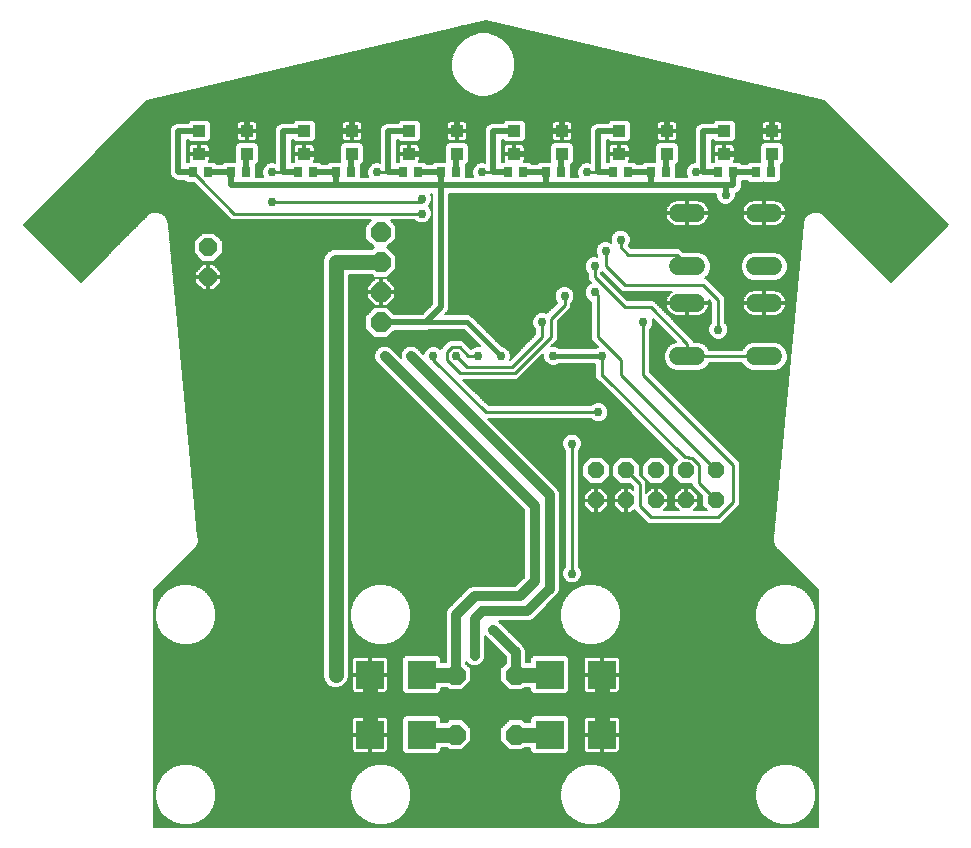
<source format=gbl>
G75*
%MOIN*%
%OFA0B0*%
%FSLAX25Y25*%
%IPPOS*%
%LPD*%
%AMOC8*
5,1,8,0,0,1.08239X$1,22.5*
%
%ADD10OC8,0.06000*%
%ADD11R,0.04331X0.03937*%
%ADD12R,0.02756X0.03543*%
%ADD13R,0.09449X0.09449*%
%ADD14OC8,0.06600*%
%ADD15C,0.06000*%
%ADD16OC8,0.05600*%
%ADD17C,0.02000*%
%ADD18C,0.02978*%
%ADD19C,0.01600*%
%ADD20C,0.01000*%
%ADD21C,0.05000*%
%ADD22C,0.03200*%
%ADD23C,0.00600*%
%ADD24C,0.02400*%
D10*
X0091300Y0206300D03*
X0091300Y0216300D03*
D11*
X0088269Y0247481D03*
X0088269Y0255001D03*
X0104213Y0255001D03*
X0104213Y0247481D03*
X0123269Y0247481D03*
X0123269Y0255001D03*
X0139213Y0255001D03*
X0139213Y0247481D03*
X0158269Y0247481D03*
X0158269Y0255001D03*
X0174213Y0255001D03*
X0174213Y0247481D03*
X0193269Y0247481D03*
X0193269Y0255001D03*
X0209213Y0255001D03*
X0209213Y0247481D03*
X0228269Y0247481D03*
X0228269Y0255001D03*
X0244213Y0255001D03*
X0244213Y0247481D03*
X0263269Y0247481D03*
X0263269Y0255001D03*
X0279213Y0255001D03*
X0279213Y0247481D03*
D12*
X0278859Y0241300D03*
X0273741Y0241300D03*
X0266359Y0241300D03*
X0261241Y0241300D03*
X0243859Y0241300D03*
X0238741Y0241300D03*
X0231359Y0241300D03*
X0226241Y0241300D03*
X0208859Y0241300D03*
X0203741Y0241300D03*
X0196359Y0241300D03*
X0191241Y0241300D03*
X0173859Y0241300D03*
X0168741Y0241300D03*
X0161359Y0241300D03*
X0156241Y0241300D03*
X0138859Y0241300D03*
X0133741Y0241300D03*
X0126359Y0241300D03*
X0121241Y0241300D03*
X0103859Y0241300D03*
X0098741Y0241300D03*
X0091359Y0241300D03*
X0086241Y0241300D03*
D13*
X0145139Y0073800D03*
X0162461Y0073800D03*
X0162461Y0053800D03*
X0145139Y0053800D03*
X0205139Y0053800D03*
X0222461Y0053800D03*
X0222461Y0073800D03*
X0205139Y0073800D03*
D14*
X0193800Y0073800D03*
X0173800Y0073800D03*
X0173800Y0053800D03*
X0193800Y0053800D03*
X0148800Y0191300D03*
X0148800Y0201300D03*
X0148800Y0211300D03*
X0148800Y0221300D03*
D15*
X0248000Y0227700D02*
X0254000Y0227700D01*
X0254000Y0209900D02*
X0248000Y0209900D01*
X0248000Y0197700D02*
X0254000Y0197700D01*
X0254000Y0179900D02*
X0248000Y0179900D01*
X0273600Y0179900D02*
X0279600Y0179900D01*
X0279600Y0197700D02*
X0273600Y0197700D01*
X0273600Y0209900D02*
X0279600Y0209900D01*
X0279600Y0227700D02*
X0273600Y0227700D01*
D16*
X0260591Y0141910D03*
X0250591Y0141910D03*
X0240591Y0141910D03*
X0230591Y0141910D03*
X0220591Y0141910D03*
X0220591Y0131910D03*
X0230591Y0131910D03*
X0240591Y0131910D03*
X0250591Y0131910D03*
X0260591Y0131910D03*
D17*
X0168741Y0196241D02*
X0163800Y0191300D01*
X0148800Y0191300D01*
X0168741Y0196241D02*
X0168741Y0236925D01*
X0203741Y0236925D01*
X0238741Y0236925D01*
X0263741Y0236925D01*
X0266359Y0236925D01*
X0266359Y0241300D01*
X0273741Y0241300D01*
X0278859Y0241300D02*
X0278859Y0247481D01*
X0279213Y0247481D01*
X0271300Y0247481D02*
X0271300Y0255001D01*
X0279213Y0255001D01*
X0279213Y0260050D01*
X0244213Y0260050D01*
X0244213Y0255001D01*
X0236300Y0255001D01*
X0236300Y0247481D01*
X0228269Y0247481D01*
X0226241Y0241300D02*
X0221300Y0241300D01*
X0221300Y0255001D01*
X0228269Y0255001D01*
X0244213Y0260050D02*
X0209213Y0260050D01*
X0209213Y0255001D01*
X0201300Y0255001D01*
X0201300Y0247481D01*
X0193269Y0247481D01*
X0191241Y0241300D02*
X0186300Y0241300D01*
X0186300Y0255001D01*
X0193269Y0255001D01*
X0209213Y0260050D02*
X0174213Y0260050D01*
X0174213Y0255001D01*
X0166300Y0255001D01*
X0166300Y0247481D01*
X0158269Y0247481D01*
X0156241Y0241300D02*
X0151300Y0241300D01*
X0151300Y0255001D01*
X0158269Y0255001D01*
X0146300Y0253800D02*
X0146300Y0260050D01*
X0174213Y0260050D01*
X0174213Y0247481D02*
X0173859Y0247481D01*
X0173859Y0241300D01*
X0168741Y0241300D02*
X0168741Y0236925D01*
X0133741Y0236925D01*
X0098741Y0236925D01*
X0098741Y0241300D01*
X0091359Y0241300D01*
X0086241Y0241300D02*
X0081300Y0241300D01*
X0081300Y0255001D01*
X0088269Y0255001D01*
X0088269Y0247481D02*
X0096300Y0247481D01*
X0096300Y0255001D01*
X0104213Y0255001D01*
X0104213Y0260050D01*
X0139213Y0260050D01*
X0146300Y0260050D01*
X0139213Y0260050D02*
X0139213Y0255001D01*
X0131300Y0255001D01*
X0131300Y0247481D01*
X0123269Y0247481D01*
X0121241Y0241300D02*
X0116300Y0241300D01*
X0116300Y0255001D01*
X0123269Y0255001D01*
X0138859Y0247481D02*
X0138859Y0241300D01*
X0133741Y0241300D02*
X0133741Y0236925D01*
X0133741Y0241300D02*
X0126359Y0241300D01*
X0138859Y0247481D02*
X0139213Y0247481D01*
X0161359Y0241300D02*
X0168741Y0241300D01*
X0196359Y0241300D02*
X0203741Y0241300D01*
X0203741Y0236925D01*
X0208859Y0241300D02*
X0208859Y0247481D01*
X0209213Y0247481D01*
X0231359Y0241300D02*
X0238741Y0241300D01*
X0238741Y0236925D01*
X0243859Y0241300D02*
X0243859Y0247481D01*
X0244213Y0247481D01*
X0256300Y0241300D02*
X0256300Y0255001D01*
X0263269Y0255001D01*
X0263269Y0247481D02*
X0271300Y0247481D01*
X0261241Y0241300D02*
X0256300Y0241300D01*
X0263741Y0236925D02*
X0263741Y0233800D01*
X0263800Y0233800D01*
X0104213Y0247481D02*
X0103859Y0247481D01*
X0103859Y0241300D01*
D18*
X0112550Y0241300D03*
X0112550Y0231300D03*
X0146300Y0253800D03*
X0147550Y0241300D03*
X0162550Y0232550D03*
X0162550Y0227550D03*
X0182550Y0241300D03*
X0217550Y0241300D03*
X0228800Y0218800D03*
X0223800Y0215050D03*
X0220050Y0210050D03*
X0220050Y0201300D03*
X0210050Y0200050D03*
X0202550Y0191300D03*
X0206300Y0180050D03*
X0206300Y0168800D03*
X0222550Y0168800D03*
X0221300Y0161300D03*
X0212550Y0150811D03*
X0222550Y0180050D03*
X0236300Y0191300D03*
X0261300Y0188800D03*
X0263800Y0233800D03*
X0253800Y0241300D03*
X0188800Y0180050D03*
X0181300Y0180050D03*
X0173800Y0180050D03*
X0166300Y0180050D03*
X0158800Y0180050D03*
X0150050Y0180050D03*
X0212550Y0107550D03*
X0186300Y0088800D03*
X0180050Y0080050D03*
X0133800Y0073800D03*
X0133800Y0063800D03*
X0230050Y0063800D03*
D19*
X0222550Y0168800D02*
X0206300Y0168800D01*
X0206300Y0180050D02*
X0222550Y0180050D01*
X0188800Y0180050D02*
X0177550Y0191300D01*
X0148800Y0191300D01*
X0168800Y0236866D02*
X0168741Y0236925D01*
D20*
X0162550Y0232550D02*
X0162550Y0231300D01*
X0112550Y0231300D01*
X0112550Y0241300D02*
X0116300Y0241300D01*
X0099838Y0227550D02*
X0162550Y0227550D01*
X0151300Y0241300D02*
X0147550Y0241300D01*
X0151300Y0241300D02*
X0151300Y0242550D01*
X0182550Y0241300D02*
X0186300Y0241300D01*
X0217550Y0241300D02*
X0221300Y0241300D01*
X0228800Y0218800D02*
X0228800Y0216300D01*
X0231300Y0213800D01*
X0247400Y0213800D01*
X0251300Y0209900D01*
X0256300Y0203800D02*
X0230050Y0203800D01*
X0223800Y0210050D01*
X0223800Y0215050D01*
X0220050Y0210050D02*
X0220050Y0206300D01*
X0230050Y0196300D01*
X0238800Y0196300D01*
X0251000Y0184100D01*
X0251000Y0179900D01*
X0276600Y0179900D01*
X0261300Y0188800D02*
X0261300Y0198800D01*
X0256300Y0203800D01*
X0265050Y0197700D02*
X0265050Y0227700D01*
X0276600Y0227700D01*
X0265050Y0227700D02*
X0251000Y0227700D01*
X0253800Y0241300D02*
X0256300Y0241300D01*
X0220050Y0201300D02*
X0221300Y0200050D01*
X0221300Y0186300D01*
X0228800Y0178800D01*
X0228800Y0173800D01*
X0258091Y0144509D01*
X0260591Y0141910D01*
X0254891Y0143691D02*
X0254891Y0137610D01*
X0260591Y0131910D01*
X0261300Y0126300D02*
X0238800Y0126300D01*
X0235050Y0130050D01*
X0235050Y0137452D01*
X0230591Y0141910D01*
X0212550Y0150811D02*
X0212550Y0107550D01*
X0252372Y0146210D02*
X0254891Y0143691D01*
X0252372Y0146210D02*
X0251390Y0146210D01*
X0251300Y0146300D01*
X0250050Y0146300D01*
X0222550Y0173800D01*
X0222550Y0180050D01*
X0222550Y0173800D02*
X0222550Y0173533D01*
X0221300Y0161300D02*
X0183800Y0161300D01*
X0166300Y0178800D01*
X0166300Y0180050D01*
X0170811Y0181288D02*
X0170811Y0178812D01*
X0175323Y0174300D01*
X0193378Y0174300D01*
X0205539Y0186461D01*
X0205539Y0192538D01*
X0210050Y0197049D01*
X0210050Y0200050D01*
X0202550Y0191300D02*
X0202550Y0186300D01*
X0192550Y0176300D01*
X0177550Y0176300D01*
X0173800Y0180050D01*
X0172562Y0183039D02*
X0170811Y0181288D01*
X0172562Y0183039D02*
X0175038Y0183039D01*
X0178027Y0180050D01*
X0181300Y0180050D01*
X0236300Y0173800D02*
X0266300Y0143800D01*
X0266300Y0131300D01*
X0261300Y0126300D01*
X0236300Y0173800D02*
X0236300Y0191300D01*
X0265050Y0197700D02*
X0276600Y0197700D01*
X0099838Y0227550D02*
X0088481Y0238907D01*
X0088481Y0239060D01*
X0086241Y0241300D01*
D21*
X0133800Y0211300D02*
X0133800Y0073800D01*
X0133800Y0063800D02*
X0145139Y0063800D01*
X0222461Y0063800D01*
X0222461Y0073800D01*
X0222461Y0063800D02*
X0222461Y0053800D01*
X0205139Y0053800D02*
X0193800Y0053800D01*
X0173800Y0053800D02*
X0162461Y0053800D01*
X0145139Y0053800D02*
X0145139Y0063800D01*
X0145139Y0073800D01*
X0162461Y0073800D02*
X0173800Y0073800D01*
X0193800Y0073800D02*
X0205139Y0073800D01*
X0148800Y0211300D02*
X0133800Y0211300D01*
D22*
X0150050Y0180050D02*
X0200050Y0130050D01*
X0200050Y0105050D01*
X0195050Y0100050D01*
X0180050Y0100050D01*
X0173800Y0093800D01*
X0173800Y0073800D01*
X0180050Y0080050D02*
X0180050Y0092550D01*
X0182550Y0095050D01*
X0197550Y0095050D01*
X0205050Y0102550D01*
X0205050Y0133800D01*
X0158800Y0180050D01*
X0186300Y0088800D02*
X0193800Y0081300D01*
X0193800Y0073800D01*
X0222461Y0063800D02*
X0230050Y0063800D01*
D23*
X0073100Y0102019D02*
X0073100Y0023100D01*
X0294500Y0023100D01*
X0294500Y0102019D01*
X0281215Y0115303D01*
X0281030Y0115402D01*
X0280615Y0115904D01*
X0280155Y0116364D01*
X0280074Y0116559D01*
X0279940Y0116721D01*
X0279749Y0117343D01*
X0279500Y0117945D01*
X0279500Y0118155D01*
X0279438Y0118356D01*
X0279500Y0119004D01*
X0279500Y0119655D01*
X0279581Y0119850D01*
X0289500Y0224004D01*
X0289500Y0224655D01*
X0289581Y0224850D01*
X0289600Y0225059D01*
X0289905Y0225634D01*
X0290155Y0226236D01*
X0290303Y0226385D01*
X0290402Y0226570D01*
X0290904Y0226985D01*
X0291364Y0227445D01*
X0291559Y0227526D01*
X0291721Y0227660D01*
X0292343Y0227851D01*
X0292945Y0228100D01*
X0293155Y0228100D01*
X0293356Y0228162D01*
X0294004Y0228100D01*
X0294655Y0228100D01*
X0294850Y0228019D01*
X0295059Y0228000D01*
X0295634Y0227694D01*
X0296236Y0227445D01*
X0296385Y0227297D01*
X0296570Y0227198D01*
X0296985Y0226696D01*
X0318800Y0204881D01*
X0337719Y0223800D01*
X0296618Y0264900D01*
X0183800Y0291879D01*
X0070982Y0264900D01*
X0029881Y0223800D01*
X0048800Y0204881D01*
X0070615Y0226696D01*
X0071030Y0227198D01*
X0071215Y0227297D01*
X0071364Y0227445D01*
X0071966Y0227694D01*
X0072541Y0228000D01*
X0072750Y0228019D01*
X0072945Y0228100D01*
X0073596Y0228100D01*
X0074244Y0228162D01*
X0074445Y0228100D01*
X0074655Y0228100D01*
X0075257Y0227851D01*
X0075879Y0227660D01*
X0076041Y0227526D01*
X0076236Y0227445D01*
X0076696Y0226985D01*
X0077198Y0226570D01*
X0077297Y0226385D01*
X0077445Y0226236D01*
X0077694Y0225634D01*
X0078000Y0225059D01*
X0078019Y0224850D01*
X0078100Y0224655D01*
X0078100Y0224004D01*
X0088019Y0119850D01*
X0088100Y0119655D01*
X0088100Y0119004D01*
X0088162Y0118356D01*
X0088100Y0118155D01*
X0088100Y0117945D01*
X0087851Y0117343D01*
X0087660Y0116721D01*
X0087526Y0116559D01*
X0087445Y0116364D01*
X0086985Y0115904D01*
X0086570Y0115402D01*
X0086385Y0115303D01*
X0073100Y0102019D01*
X0073100Y0101993D02*
X0077580Y0101993D01*
X0077534Y0101966D02*
X0075634Y0100066D01*
X0074290Y0097739D01*
X0073594Y0095144D01*
X0073594Y0092456D01*
X0074290Y0089861D01*
X0075634Y0087534D01*
X0077534Y0085634D01*
X0079861Y0084290D01*
X0082456Y0083594D01*
X0085144Y0083594D01*
X0087739Y0084290D01*
X0090066Y0085634D01*
X0091966Y0087534D01*
X0093310Y0089861D01*
X0094005Y0092456D01*
X0094005Y0095144D01*
X0093310Y0097739D01*
X0091966Y0100066D01*
X0090066Y0101966D01*
X0087739Y0103310D01*
X0085144Y0104005D01*
X0082456Y0104005D01*
X0079861Y0103310D01*
X0077534Y0101966D01*
X0076962Y0101395D02*
X0073100Y0101395D01*
X0073100Y0100796D02*
X0076363Y0100796D01*
X0075765Y0100198D02*
X0073100Y0100198D01*
X0073100Y0099599D02*
X0075364Y0099599D01*
X0075018Y0099001D02*
X0073100Y0099001D01*
X0073100Y0098402D02*
X0074673Y0098402D01*
X0074327Y0097803D02*
X0073100Y0097803D01*
X0073100Y0097205D02*
X0074147Y0097205D01*
X0073986Y0096606D02*
X0073100Y0096606D01*
X0073100Y0096008D02*
X0073826Y0096008D01*
X0073666Y0095409D02*
X0073100Y0095409D01*
X0073100Y0094811D02*
X0073594Y0094811D01*
X0073594Y0094212D02*
X0073100Y0094212D01*
X0073100Y0093614D02*
X0073594Y0093614D01*
X0073594Y0093015D02*
X0073100Y0093015D01*
X0073100Y0092417D02*
X0073605Y0092417D01*
X0073765Y0091818D02*
X0073100Y0091818D01*
X0073100Y0091220D02*
X0073926Y0091220D01*
X0074086Y0090621D02*
X0073100Y0090621D01*
X0073100Y0090023D02*
X0074247Y0090023D01*
X0074542Y0089424D02*
X0073100Y0089424D01*
X0073100Y0088826D02*
X0074888Y0088826D01*
X0075233Y0088227D02*
X0073100Y0088227D01*
X0073100Y0087629D02*
X0075579Y0087629D01*
X0076137Y0087030D02*
X0073100Y0087030D01*
X0073100Y0086432D02*
X0076735Y0086432D01*
X0077334Y0085833D02*
X0073100Y0085833D01*
X0073100Y0085235D02*
X0078224Y0085235D01*
X0079261Y0084636D02*
X0073100Y0084636D01*
X0073100Y0084038D02*
X0080802Y0084038D01*
X0086798Y0084038D02*
X0129500Y0084038D01*
X0129500Y0084636D02*
X0088339Y0084636D01*
X0089376Y0085235D02*
X0129500Y0085235D01*
X0129500Y0085833D02*
X0090266Y0085833D01*
X0090865Y0086432D02*
X0129500Y0086432D01*
X0129500Y0087030D02*
X0091463Y0087030D01*
X0092021Y0087629D02*
X0129500Y0087629D01*
X0129500Y0088227D02*
X0092367Y0088227D01*
X0092712Y0088826D02*
X0129500Y0088826D01*
X0129500Y0089424D02*
X0093058Y0089424D01*
X0093353Y0090023D02*
X0129500Y0090023D01*
X0129500Y0090621D02*
X0093514Y0090621D01*
X0093674Y0091220D02*
X0129500Y0091220D01*
X0129500Y0091818D02*
X0093835Y0091818D01*
X0093995Y0092417D02*
X0129500Y0092417D01*
X0129500Y0093015D02*
X0094005Y0093015D01*
X0094005Y0093614D02*
X0129500Y0093614D01*
X0129500Y0094212D02*
X0094005Y0094212D01*
X0094005Y0094811D02*
X0129500Y0094811D01*
X0129500Y0095409D02*
X0093934Y0095409D01*
X0093774Y0096008D02*
X0129500Y0096008D01*
X0129500Y0096606D02*
X0093614Y0096606D01*
X0093453Y0097205D02*
X0129500Y0097205D01*
X0129500Y0097803D02*
X0093273Y0097803D01*
X0092927Y0098402D02*
X0129500Y0098402D01*
X0129500Y0099001D02*
X0092582Y0099001D01*
X0092236Y0099599D02*
X0129500Y0099599D01*
X0129500Y0100198D02*
X0091835Y0100198D01*
X0091237Y0100796D02*
X0129500Y0100796D01*
X0129500Y0101395D02*
X0090638Y0101395D01*
X0090020Y0101993D02*
X0129500Y0101993D01*
X0129500Y0102592D02*
X0088984Y0102592D01*
X0087947Y0103190D02*
X0129500Y0103190D01*
X0129500Y0103789D02*
X0085953Y0103789D01*
X0081647Y0103789D02*
X0074870Y0103789D01*
X0075468Y0104387D02*
X0129500Y0104387D01*
X0129500Y0104986D02*
X0076067Y0104986D01*
X0076665Y0105584D02*
X0129500Y0105584D01*
X0129500Y0106183D02*
X0077264Y0106183D01*
X0077862Y0106781D02*
X0129500Y0106781D01*
X0129500Y0107380D02*
X0078461Y0107380D01*
X0079059Y0107978D02*
X0129500Y0107978D01*
X0129500Y0108577D02*
X0079658Y0108577D01*
X0080256Y0109175D02*
X0129500Y0109175D01*
X0129500Y0109774D02*
X0080855Y0109774D01*
X0081453Y0110372D02*
X0129500Y0110372D01*
X0129500Y0110971D02*
X0082052Y0110971D01*
X0082650Y0111569D02*
X0129500Y0111569D01*
X0129500Y0112168D02*
X0083249Y0112168D01*
X0083847Y0112766D02*
X0129500Y0112766D01*
X0129500Y0113365D02*
X0084446Y0113365D01*
X0085044Y0113963D02*
X0129500Y0113963D01*
X0129500Y0114562D02*
X0085643Y0114562D01*
X0086241Y0115160D02*
X0129500Y0115160D01*
X0129500Y0115759D02*
X0086865Y0115759D01*
X0087438Y0116357D02*
X0129500Y0116357D01*
X0129500Y0116956D02*
X0087732Y0116956D01*
X0087938Y0117554D02*
X0129500Y0117554D01*
X0129500Y0118153D02*
X0088100Y0118153D01*
X0088124Y0118751D02*
X0129500Y0118751D01*
X0129500Y0119350D02*
X0088100Y0119350D01*
X0088010Y0119948D02*
X0129500Y0119948D01*
X0129500Y0120547D02*
X0087953Y0120547D01*
X0087896Y0121145D02*
X0129500Y0121145D01*
X0129500Y0121744D02*
X0087839Y0121744D01*
X0087782Y0122342D02*
X0129500Y0122342D01*
X0129500Y0122941D02*
X0087725Y0122941D01*
X0087668Y0123539D02*
X0129500Y0123539D01*
X0129500Y0124138D02*
X0087611Y0124138D01*
X0087554Y0124737D02*
X0129500Y0124737D01*
X0129500Y0125335D02*
X0087497Y0125335D01*
X0087440Y0125934D02*
X0129500Y0125934D01*
X0129500Y0126532D02*
X0087383Y0126532D01*
X0087326Y0127131D02*
X0129500Y0127131D01*
X0129500Y0127729D02*
X0087269Y0127729D01*
X0087212Y0128328D02*
X0129500Y0128328D01*
X0129500Y0128926D02*
X0087155Y0128926D01*
X0087098Y0129525D02*
X0129500Y0129525D01*
X0129500Y0130123D02*
X0087041Y0130123D01*
X0086984Y0130722D02*
X0129500Y0130722D01*
X0129500Y0131320D02*
X0086927Y0131320D01*
X0086870Y0131919D02*
X0129500Y0131919D01*
X0129500Y0132517D02*
X0086813Y0132517D01*
X0086756Y0133116D02*
X0129500Y0133116D01*
X0129500Y0133714D02*
X0086699Y0133714D01*
X0086642Y0134313D02*
X0129500Y0134313D01*
X0129500Y0134911D02*
X0086585Y0134911D01*
X0086528Y0135510D02*
X0129500Y0135510D01*
X0129500Y0136108D02*
X0086471Y0136108D01*
X0086414Y0136707D02*
X0129500Y0136707D01*
X0129500Y0137305D02*
X0086357Y0137305D01*
X0086300Y0137904D02*
X0129500Y0137904D01*
X0129500Y0138502D02*
X0086243Y0138502D01*
X0086186Y0139101D02*
X0129500Y0139101D01*
X0129500Y0139699D02*
X0086129Y0139699D01*
X0086072Y0140298D02*
X0129500Y0140298D01*
X0129500Y0140896D02*
X0086015Y0140896D01*
X0085958Y0141495D02*
X0129500Y0141495D01*
X0129500Y0142093D02*
X0085901Y0142093D01*
X0085844Y0142692D02*
X0129500Y0142692D01*
X0129500Y0143290D02*
X0085787Y0143290D01*
X0085730Y0143889D02*
X0129500Y0143889D01*
X0129500Y0144487D02*
X0085673Y0144487D01*
X0085616Y0145086D02*
X0129500Y0145086D01*
X0129500Y0145684D02*
X0085559Y0145684D01*
X0085502Y0146283D02*
X0129500Y0146283D01*
X0129500Y0146881D02*
X0085445Y0146881D01*
X0085388Y0147480D02*
X0129500Y0147480D01*
X0129500Y0148078D02*
X0085331Y0148078D01*
X0085274Y0148677D02*
X0129500Y0148677D01*
X0129500Y0149275D02*
X0085217Y0149275D01*
X0085160Y0149874D02*
X0129500Y0149874D01*
X0129500Y0150472D02*
X0085103Y0150472D01*
X0085046Y0151071D02*
X0129500Y0151071D01*
X0129500Y0151670D02*
X0084989Y0151670D01*
X0084932Y0152268D02*
X0129500Y0152268D01*
X0129500Y0152867D02*
X0084875Y0152867D01*
X0084818Y0153465D02*
X0129500Y0153465D01*
X0129500Y0154064D02*
X0084761Y0154064D01*
X0084704Y0154662D02*
X0129500Y0154662D01*
X0129500Y0155261D02*
X0084647Y0155261D01*
X0084590Y0155859D02*
X0129500Y0155859D01*
X0129500Y0156458D02*
X0084533Y0156458D01*
X0084476Y0157056D02*
X0129500Y0157056D01*
X0129500Y0157655D02*
X0084419Y0157655D01*
X0084362Y0158253D02*
X0129500Y0158253D01*
X0129500Y0158852D02*
X0084305Y0158852D01*
X0084248Y0159450D02*
X0129500Y0159450D01*
X0129500Y0160049D02*
X0084191Y0160049D01*
X0084134Y0160647D02*
X0129500Y0160647D01*
X0129500Y0161246D02*
X0084077Y0161246D01*
X0084020Y0161844D02*
X0129500Y0161844D01*
X0129500Y0162443D02*
X0083963Y0162443D01*
X0083906Y0163041D02*
X0129500Y0163041D01*
X0129500Y0163640D02*
X0083849Y0163640D01*
X0083792Y0164238D02*
X0129500Y0164238D01*
X0129500Y0164837D02*
X0083735Y0164837D01*
X0083678Y0165435D02*
X0129500Y0165435D01*
X0129500Y0166034D02*
X0083621Y0166034D01*
X0083564Y0166632D02*
X0129500Y0166632D01*
X0129500Y0167231D02*
X0083507Y0167231D01*
X0083450Y0167829D02*
X0129500Y0167829D01*
X0129500Y0168428D02*
X0083393Y0168428D01*
X0083336Y0169026D02*
X0129500Y0169026D01*
X0129500Y0169625D02*
X0083279Y0169625D01*
X0083222Y0170223D02*
X0129500Y0170223D01*
X0129500Y0170822D02*
X0083165Y0170822D01*
X0083108Y0171420D02*
X0129500Y0171420D01*
X0129500Y0172019D02*
X0083051Y0172019D01*
X0082994Y0172617D02*
X0129500Y0172617D01*
X0129500Y0173216D02*
X0082937Y0173216D01*
X0082880Y0173814D02*
X0129500Y0173814D01*
X0129500Y0174413D02*
X0082823Y0174413D01*
X0082766Y0175011D02*
X0129500Y0175011D01*
X0129500Y0175610D02*
X0082709Y0175610D01*
X0082652Y0176208D02*
X0129500Y0176208D01*
X0129500Y0176807D02*
X0082595Y0176807D01*
X0082538Y0177405D02*
X0129500Y0177405D01*
X0129500Y0178004D02*
X0082481Y0178004D01*
X0082424Y0178603D02*
X0129500Y0178603D01*
X0129500Y0179201D02*
X0082367Y0179201D01*
X0082310Y0179800D02*
X0129500Y0179800D01*
X0129500Y0180398D02*
X0082253Y0180398D01*
X0082196Y0180997D02*
X0129500Y0180997D01*
X0129500Y0181595D02*
X0082139Y0181595D01*
X0082082Y0182194D02*
X0129500Y0182194D01*
X0129500Y0182792D02*
X0082025Y0182792D01*
X0081968Y0183391D02*
X0129500Y0183391D01*
X0129500Y0183989D02*
X0081911Y0183989D01*
X0081854Y0184588D02*
X0129500Y0184588D01*
X0129500Y0185186D02*
X0081797Y0185186D01*
X0081740Y0185785D02*
X0129500Y0185785D01*
X0129500Y0186383D02*
X0081683Y0186383D01*
X0081626Y0186982D02*
X0129500Y0186982D01*
X0129500Y0187580D02*
X0081569Y0187580D01*
X0081512Y0188179D02*
X0129500Y0188179D01*
X0129500Y0188777D02*
X0081455Y0188777D01*
X0081398Y0189376D02*
X0129500Y0189376D01*
X0129500Y0189974D02*
X0081341Y0189974D01*
X0081284Y0190573D02*
X0129500Y0190573D01*
X0129500Y0191171D02*
X0081227Y0191171D01*
X0081170Y0191770D02*
X0129500Y0191770D01*
X0129500Y0192368D02*
X0081113Y0192368D01*
X0081056Y0192967D02*
X0129500Y0192967D01*
X0129500Y0193565D02*
X0080999Y0193565D01*
X0080942Y0194164D02*
X0129500Y0194164D01*
X0129500Y0194762D02*
X0080885Y0194762D01*
X0080828Y0195361D02*
X0129500Y0195361D01*
X0129500Y0195959D02*
X0080771Y0195959D01*
X0080714Y0196558D02*
X0129500Y0196558D01*
X0129500Y0197156D02*
X0080657Y0197156D01*
X0080600Y0197755D02*
X0129500Y0197755D01*
X0129500Y0198353D02*
X0080543Y0198353D01*
X0080486Y0198952D02*
X0129500Y0198952D01*
X0129500Y0199550D02*
X0080429Y0199550D01*
X0080372Y0200149D02*
X0129500Y0200149D01*
X0129500Y0200747D02*
X0080315Y0200747D01*
X0080258Y0201346D02*
X0129500Y0201346D01*
X0129500Y0201944D02*
X0080201Y0201944D01*
X0080144Y0202543D02*
X0088976Y0202543D01*
X0089519Y0202000D02*
X0091000Y0202000D01*
X0091000Y0206000D01*
X0091600Y0206000D01*
X0091600Y0206600D01*
X0095600Y0206600D01*
X0095600Y0208081D01*
X0093081Y0210600D01*
X0091600Y0210600D01*
X0091600Y0206600D01*
X0091000Y0206600D01*
X0091000Y0210600D01*
X0089519Y0210600D01*
X0087000Y0208081D01*
X0087000Y0206600D01*
X0091000Y0206600D01*
X0091000Y0206000D01*
X0087000Y0206000D01*
X0087000Y0204519D01*
X0089519Y0202000D01*
X0091000Y0202543D02*
X0091600Y0202543D01*
X0091600Y0202000D02*
X0093081Y0202000D01*
X0095600Y0204519D01*
X0095600Y0206000D01*
X0091600Y0206000D01*
X0091600Y0202000D01*
X0091600Y0203141D02*
X0091000Y0203141D01*
X0091000Y0203740D02*
X0091600Y0203740D01*
X0091600Y0204339D02*
X0091000Y0204339D01*
X0091000Y0204937D02*
X0091600Y0204937D01*
X0091600Y0205536D02*
X0091000Y0205536D01*
X0091000Y0206134D02*
X0079802Y0206134D01*
X0079859Y0205536D02*
X0087000Y0205536D01*
X0087000Y0204937D02*
X0079916Y0204937D01*
X0079973Y0204339D02*
X0087180Y0204339D01*
X0087779Y0203740D02*
X0080030Y0203740D01*
X0080087Y0203141D02*
X0088377Y0203141D01*
X0091600Y0206134D02*
X0129500Y0206134D01*
X0129500Y0205536D02*
X0095600Y0205536D01*
X0095600Y0204937D02*
X0129500Y0204937D01*
X0129500Y0204339D02*
X0095420Y0204339D01*
X0094821Y0203740D02*
X0129500Y0203740D01*
X0129500Y0203141D02*
X0094223Y0203141D01*
X0093624Y0202543D02*
X0129500Y0202543D01*
X0129500Y0206733D02*
X0095600Y0206733D01*
X0095600Y0207331D02*
X0129500Y0207331D01*
X0129500Y0207930D02*
X0095600Y0207930D01*
X0095153Y0208528D02*
X0129500Y0208528D01*
X0129500Y0209127D02*
X0094554Y0209127D01*
X0093956Y0209725D02*
X0129500Y0209725D01*
X0129500Y0210324D02*
X0093357Y0210324D01*
X0093288Y0211500D02*
X0096100Y0214312D01*
X0096100Y0218288D01*
X0093288Y0221100D01*
X0089312Y0221100D01*
X0086500Y0218288D01*
X0086500Y0214312D01*
X0089312Y0211500D01*
X0093288Y0211500D01*
X0093309Y0211521D02*
X0129500Y0211521D01*
X0129500Y0212119D02*
X0093907Y0212119D01*
X0094506Y0212718D02*
X0129733Y0212718D01*
X0129500Y0212155D02*
X0129500Y0072945D01*
X0130155Y0071364D01*
X0131364Y0070155D01*
X0132945Y0069500D01*
X0134655Y0069500D01*
X0136236Y0070155D01*
X0137445Y0071364D01*
X0138100Y0072945D01*
X0138100Y0207000D01*
X0145888Y0207000D01*
X0146688Y0206200D01*
X0150912Y0206200D01*
X0153900Y0209188D01*
X0153900Y0213412D01*
X0151012Y0216300D01*
X0153900Y0219188D01*
X0153900Y0223412D01*
X0152062Y0225250D01*
X0160199Y0225250D01*
X0160687Y0224762D01*
X0161896Y0224261D01*
X0163204Y0224261D01*
X0164413Y0224762D01*
X0165338Y0225687D01*
X0165839Y0226896D01*
X0165839Y0228204D01*
X0165338Y0229413D01*
X0164701Y0230050D01*
X0165338Y0230687D01*
X0165839Y0231896D01*
X0165839Y0233204D01*
X0165458Y0234125D01*
X0165941Y0234125D01*
X0165941Y0197401D01*
X0162640Y0194100D01*
X0153212Y0194100D01*
X0150912Y0196400D01*
X0146688Y0196400D01*
X0143700Y0193412D01*
X0143700Y0189188D01*
X0146688Y0186200D01*
X0150912Y0186200D01*
X0153212Y0188500D01*
X0164357Y0188500D01*
X0164840Y0188700D01*
X0176473Y0188700D01*
X0181834Y0183339D01*
X0180646Y0183339D01*
X0179437Y0182838D01*
X0178964Y0182366D01*
X0175991Y0185339D01*
X0171609Y0185339D01*
X0169858Y0183588D01*
X0168636Y0182366D01*
X0168163Y0182838D01*
X0166954Y0183339D01*
X0165646Y0183339D01*
X0164437Y0182838D01*
X0163512Y0181913D01*
X0163011Y0180704D01*
X0163011Y0180647D01*
X0160726Y0182932D01*
X0159476Y0183450D01*
X0158124Y0183450D01*
X0156874Y0182932D01*
X0155918Y0181976D01*
X0155400Y0180726D01*
X0155400Y0179508D01*
X0151976Y0182932D01*
X0150726Y0183450D01*
X0149374Y0183450D01*
X0148124Y0182932D01*
X0147168Y0181976D01*
X0146650Y0180726D01*
X0146650Y0179374D01*
X0147168Y0178124D01*
X0196650Y0128642D01*
X0196650Y0106458D01*
X0193642Y0103450D01*
X0179374Y0103450D01*
X0178124Y0102932D01*
X0177168Y0101976D01*
X0171874Y0096682D01*
X0170918Y0095726D01*
X0170400Y0094476D01*
X0170400Y0078100D01*
X0168986Y0078100D01*
X0168986Y0079270D01*
X0167931Y0080324D01*
X0156991Y0080324D01*
X0155937Y0079270D01*
X0155937Y0068330D01*
X0156991Y0067276D01*
X0167931Y0067276D01*
X0168986Y0068330D01*
X0168986Y0069500D01*
X0170888Y0069500D01*
X0171688Y0068700D01*
X0175912Y0068700D01*
X0178900Y0071688D01*
X0178900Y0075912D01*
X0177200Y0077612D01*
X0177200Y0078092D01*
X0178124Y0077168D01*
X0179374Y0076650D01*
X0180726Y0076650D01*
X0181976Y0077168D01*
X0182932Y0078124D01*
X0183450Y0079374D01*
X0183450Y0086842D01*
X0190400Y0079892D01*
X0190400Y0077612D01*
X0188700Y0075912D01*
X0188700Y0071688D01*
X0191688Y0068700D01*
X0195912Y0068700D01*
X0196712Y0069500D01*
X0198614Y0069500D01*
X0198614Y0068330D01*
X0199669Y0067276D01*
X0210609Y0067276D01*
X0211663Y0068330D01*
X0211663Y0079270D01*
X0210609Y0080324D01*
X0199669Y0080324D01*
X0198614Y0079270D01*
X0198614Y0078100D01*
X0197200Y0078100D01*
X0197200Y0081976D01*
X0196682Y0083226D01*
X0195726Y0084182D01*
X0188258Y0091650D01*
X0198226Y0091650D01*
X0199476Y0092168D01*
X0200432Y0093124D01*
X0206976Y0099668D01*
X0207932Y0100624D01*
X0208450Y0101874D01*
X0208450Y0134476D01*
X0207932Y0135726D01*
X0206976Y0136682D01*
X0184658Y0159000D01*
X0218949Y0159000D01*
X0219437Y0158512D01*
X0220646Y0158011D01*
X0221954Y0158011D01*
X0223163Y0158512D01*
X0224088Y0159437D01*
X0224589Y0160646D01*
X0224589Y0161954D01*
X0224088Y0163163D01*
X0223163Y0164088D01*
X0221954Y0164589D01*
X0220646Y0164589D01*
X0219437Y0164088D01*
X0218949Y0163600D01*
X0184753Y0163600D01*
X0176353Y0172000D01*
X0194331Y0172000D01*
X0203011Y0180680D01*
X0203011Y0179396D01*
X0203512Y0178187D01*
X0204437Y0177262D01*
X0205646Y0176761D01*
X0206954Y0176761D01*
X0208163Y0177262D01*
X0208351Y0177450D01*
X0220250Y0177450D01*
X0220250Y0172580D01*
X0221597Y0171233D01*
X0221865Y0171233D01*
X0247637Y0145461D01*
X0245991Y0143816D01*
X0245991Y0140005D01*
X0248686Y0137310D01*
X0252497Y0137310D01*
X0252591Y0137405D01*
X0252591Y0136658D01*
X0253939Y0135310D01*
X0255991Y0133258D01*
X0255991Y0130005D01*
X0257396Y0128600D01*
X0253079Y0128600D01*
X0254691Y0130212D01*
X0254691Y0131610D01*
X0250891Y0131610D01*
X0250891Y0132210D01*
X0250291Y0132210D01*
X0250291Y0131610D01*
X0246491Y0131610D01*
X0246491Y0130212D01*
X0248103Y0128600D01*
X0243079Y0128600D01*
X0244691Y0130212D01*
X0244691Y0131610D01*
X0240891Y0131610D01*
X0240891Y0132210D01*
X0240291Y0132210D01*
X0240291Y0136010D01*
X0238893Y0136010D01*
X0237350Y0134467D01*
X0237350Y0138404D01*
X0236003Y0139752D01*
X0235191Y0140563D01*
X0235191Y0143816D01*
X0232497Y0146510D01*
X0228686Y0146510D01*
X0225991Y0143816D01*
X0225991Y0140005D01*
X0228686Y0137310D01*
X0231939Y0137310D01*
X0232750Y0136499D01*
X0232750Y0135550D01*
X0232290Y0136010D01*
X0230891Y0136010D01*
X0230891Y0132210D01*
X0230291Y0132210D01*
X0230291Y0131610D01*
X0226491Y0131610D01*
X0226491Y0130212D01*
X0228893Y0127810D01*
X0230291Y0127810D01*
X0230291Y0131610D01*
X0230891Y0131610D01*
X0230891Y0127810D01*
X0232290Y0127810D01*
X0233163Y0128684D01*
X0234097Y0127750D01*
X0237847Y0124000D01*
X0262253Y0124000D01*
X0263600Y0125347D01*
X0267253Y0129000D01*
X0268600Y0130347D01*
X0268600Y0144753D01*
X0267253Y0146100D01*
X0238600Y0174753D01*
X0238600Y0188949D01*
X0239088Y0189437D01*
X0239589Y0190646D01*
X0239589Y0191954D01*
X0239374Y0192473D01*
X0247147Y0184700D01*
X0247045Y0184700D01*
X0245281Y0183969D01*
X0243931Y0182619D01*
X0243200Y0180855D01*
X0243200Y0178945D01*
X0243931Y0177181D01*
X0245281Y0175831D01*
X0247045Y0175100D01*
X0254955Y0175100D01*
X0256719Y0175831D01*
X0258069Y0177181D01*
X0258243Y0177600D01*
X0269357Y0177600D01*
X0269531Y0177181D01*
X0270881Y0175831D01*
X0272645Y0175100D01*
X0280555Y0175100D01*
X0282319Y0175831D01*
X0283669Y0177181D01*
X0284400Y0178945D01*
X0284400Y0180855D01*
X0283669Y0182619D01*
X0282319Y0183969D01*
X0280555Y0184700D01*
X0272645Y0184700D01*
X0270881Y0183969D01*
X0269531Y0182619D01*
X0269357Y0182200D01*
X0258243Y0182200D01*
X0258069Y0182619D01*
X0256719Y0183969D01*
X0254955Y0184700D01*
X0253300Y0184700D01*
X0253300Y0185053D01*
X0251953Y0186400D01*
X0239753Y0198600D01*
X0231003Y0198600D01*
X0222350Y0207253D01*
X0222350Y0207699D01*
X0222624Y0207973D01*
X0229097Y0201500D01*
X0245986Y0201500D01*
X0245746Y0201378D01*
X0245199Y0200980D01*
X0244720Y0200501D01*
X0244322Y0199954D01*
X0244015Y0199351D01*
X0243806Y0198707D01*
X0243700Y0198038D01*
X0243700Y0198000D01*
X0250700Y0198000D01*
X0250700Y0197400D01*
X0251300Y0197400D01*
X0251300Y0198000D01*
X0258300Y0198000D01*
X0258300Y0198038D01*
X0258204Y0198643D01*
X0259000Y0197847D01*
X0259000Y0191151D01*
X0258512Y0190663D01*
X0258011Y0189454D01*
X0258011Y0188146D01*
X0258512Y0186937D01*
X0259437Y0186012D01*
X0260646Y0185511D01*
X0261954Y0185511D01*
X0263163Y0186012D01*
X0264088Y0186937D01*
X0264589Y0188146D01*
X0264589Y0189454D01*
X0264088Y0190663D01*
X0263600Y0191151D01*
X0263600Y0199753D01*
X0262253Y0201100D01*
X0262253Y0201100D01*
X0258600Y0204753D01*
X0257253Y0206100D01*
X0256988Y0206100D01*
X0258069Y0207181D01*
X0258800Y0208945D01*
X0258800Y0210855D01*
X0258069Y0212619D01*
X0256719Y0213969D01*
X0254955Y0214700D01*
X0249753Y0214700D01*
X0249700Y0214753D01*
X0248353Y0216100D01*
X0232253Y0216100D01*
X0231502Y0216851D01*
X0231588Y0216937D01*
X0232089Y0218146D01*
X0232089Y0219454D01*
X0231588Y0220663D01*
X0230663Y0221588D01*
X0229454Y0222089D01*
X0228146Y0222089D01*
X0226937Y0221588D01*
X0226012Y0220663D01*
X0225511Y0219454D01*
X0225511Y0218146D01*
X0225633Y0217851D01*
X0224454Y0218339D01*
X0223146Y0218339D01*
X0221937Y0217838D01*
X0221012Y0216913D01*
X0220511Y0215704D01*
X0220511Y0214396D01*
X0220999Y0213217D01*
X0220704Y0213339D01*
X0219396Y0213339D01*
X0218187Y0212838D01*
X0217262Y0211913D01*
X0216761Y0210704D01*
X0216761Y0209396D01*
X0217262Y0208187D01*
X0217750Y0207699D01*
X0217750Y0205347D01*
X0218768Y0204329D01*
X0218187Y0204088D01*
X0217262Y0203163D01*
X0216761Y0201954D01*
X0216761Y0200646D01*
X0217262Y0199437D01*
X0218187Y0198512D01*
X0219000Y0198175D01*
X0219000Y0185347D01*
X0220347Y0184000D01*
X0221268Y0183079D01*
X0220687Y0182838D01*
X0220499Y0182650D01*
X0208351Y0182650D01*
X0208163Y0182838D01*
X0206954Y0183339D01*
X0205670Y0183339D01*
X0206492Y0184161D01*
X0207839Y0185508D01*
X0207839Y0191585D01*
X0211003Y0194749D01*
X0212350Y0196096D01*
X0212350Y0197699D01*
X0212838Y0198187D01*
X0213339Y0199396D01*
X0213339Y0200704D01*
X0212838Y0201913D01*
X0211913Y0202838D01*
X0210704Y0203339D01*
X0209396Y0203339D01*
X0208187Y0202838D01*
X0207262Y0201913D01*
X0206761Y0200704D01*
X0206761Y0199396D01*
X0207262Y0198187D01*
X0207598Y0197850D01*
X0204005Y0194257D01*
X0203204Y0194589D01*
X0201896Y0194589D01*
X0200687Y0194088D01*
X0199762Y0193163D01*
X0199261Y0191954D01*
X0199261Y0190646D01*
X0199762Y0189437D01*
X0200250Y0188949D01*
X0200250Y0187253D01*
X0191874Y0178877D01*
X0192089Y0179396D01*
X0192089Y0180704D01*
X0191588Y0181913D01*
X0190663Y0182838D01*
X0189454Y0183339D01*
X0189188Y0183339D01*
X0179754Y0192773D01*
X0179023Y0193504D01*
X0178067Y0193900D01*
X0170360Y0193900D01*
X0171115Y0194655D01*
X0171541Y0195684D01*
X0171541Y0234125D01*
X0260511Y0234125D01*
X0260511Y0233146D01*
X0261012Y0231937D01*
X0261937Y0231012D01*
X0263146Y0230511D01*
X0264454Y0230511D01*
X0265663Y0231012D01*
X0266588Y0231937D01*
X0267089Y0233146D01*
X0267089Y0234197D01*
X0267945Y0234551D01*
X0268733Y0235339D01*
X0269159Y0236368D01*
X0269159Y0238405D01*
X0269254Y0238500D01*
X0270846Y0238500D01*
X0271617Y0237728D01*
X0275864Y0237728D01*
X0276300Y0238164D01*
X0276736Y0237728D01*
X0280983Y0237728D01*
X0282037Y0238783D01*
X0282037Y0243713D01*
X0282124Y0243713D01*
X0283179Y0244767D01*
X0283179Y0250195D01*
X0282124Y0251250D01*
X0276302Y0251250D01*
X0275248Y0250195D01*
X0275248Y0244872D01*
X0271617Y0244872D01*
X0270846Y0244100D01*
X0269254Y0244100D01*
X0268483Y0244872D01*
X0266565Y0244872D01*
X0266645Y0245011D01*
X0266734Y0245341D01*
X0266734Y0247181D01*
X0263569Y0247181D01*
X0263569Y0247781D01*
X0266734Y0247781D01*
X0266734Y0249621D01*
X0266645Y0249951D01*
X0266474Y0250248D01*
X0266232Y0250490D01*
X0265936Y0250661D01*
X0265605Y0250750D01*
X0263568Y0250750D01*
X0263568Y0247781D01*
X0262969Y0247781D01*
X0262969Y0250750D01*
X0260932Y0250750D01*
X0260601Y0250661D01*
X0260305Y0250490D01*
X0260063Y0250248D01*
X0259892Y0249951D01*
X0259803Y0249621D01*
X0259803Y0247781D01*
X0262968Y0247781D01*
X0262968Y0247181D01*
X0259803Y0247181D01*
X0259803Y0245341D01*
X0259892Y0245011D01*
X0259972Y0244872D01*
X0259117Y0244872D01*
X0259100Y0244854D01*
X0259100Y0252201D01*
X0259389Y0252201D01*
X0260358Y0251232D01*
X0266179Y0251232D01*
X0267234Y0252287D01*
X0267234Y0257715D01*
X0266179Y0258769D01*
X0260358Y0258769D01*
X0259389Y0257801D01*
X0255743Y0257801D01*
X0254714Y0257375D01*
X0253926Y0256587D01*
X0253500Y0255558D01*
X0253500Y0244589D01*
X0253146Y0244589D01*
X0251937Y0244088D01*
X0251012Y0243163D01*
X0250511Y0241954D01*
X0250511Y0240646D01*
X0250892Y0239725D01*
X0247037Y0239725D01*
X0247037Y0243713D01*
X0247124Y0243713D01*
X0248179Y0244767D01*
X0248179Y0250195D01*
X0247124Y0251250D01*
X0241302Y0251250D01*
X0240248Y0250195D01*
X0240248Y0244872D01*
X0236617Y0244872D01*
X0235846Y0244100D01*
X0234254Y0244100D01*
X0233483Y0244872D01*
X0231565Y0244872D01*
X0231645Y0245011D01*
X0231734Y0245341D01*
X0231734Y0247181D01*
X0228569Y0247181D01*
X0228569Y0247781D01*
X0231734Y0247781D01*
X0231734Y0249621D01*
X0231645Y0249951D01*
X0231474Y0250248D01*
X0231232Y0250490D01*
X0230936Y0250661D01*
X0230605Y0250750D01*
X0228568Y0250750D01*
X0228568Y0247781D01*
X0227969Y0247781D01*
X0227969Y0250750D01*
X0225932Y0250750D01*
X0225601Y0250661D01*
X0225305Y0250490D01*
X0225063Y0250248D01*
X0224892Y0249951D01*
X0224803Y0249621D01*
X0224803Y0247781D01*
X0227968Y0247781D01*
X0227968Y0247181D01*
X0224803Y0247181D01*
X0224803Y0245341D01*
X0224892Y0245011D01*
X0224972Y0244872D01*
X0224117Y0244872D01*
X0224100Y0244854D01*
X0224100Y0252201D01*
X0224389Y0252201D01*
X0225358Y0251232D01*
X0231179Y0251232D01*
X0232234Y0252287D01*
X0232234Y0257715D01*
X0231179Y0258769D01*
X0225358Y0258769D01*
X0224389Y0257801D01*
X0220743Y0257801D01*
X0219714Y0257375D01*
X0218926Y0256587D01*
X0218500Y0255558D01*
X0218500Y0244466D01*
X0218204Y0244589D01*
X0216896Y0244589D01*
X0215687Y0244088D01*
X0214762Y0243163D01*
X0214261Y0241954D01*
X0214261Y0240646D01*
X0214642Y0239725D01*
X0212037Y0239725D01*
X0212037Y0243713D01*
X0212124Y0243713D01*
X0213179Y0244767D01*
X0213179Y0250195D01*
X0212124Y0251250D01*
X0206302Y0251250D01*
X0205248Y0250195D01*
X0205248Y0244872D01*
X0201617Y0244872D01*
X0200846Y0244100D01*
X0199254Y0244100D01*
X0198483Y0244872D01*
X0196565Y0244872D01*
X0196645Y0245011D01*
X0196734Y0245341D01*
X0196734Y0247181D01*
X0193569Y0247181D01*
X0193569Y0247781D01*
X0196734Y0247781D01*
X0196734Y0249621D01*
X0196645Y0249951D01*
X0196474Y0250248D01*
X0196232Y0250490D01*
X0195936Y0250661D01*
X0195605Y0250750D01*
X0193568Y0250750D01*
X0193568Y0247781D01*
X0192969Y0247781D01*
X0192969Y0250750D01*
X0190932Y0250750D01*
X0190601Y0250661D01*
X0190305Y0250490D01*
X0190063Y0250248D01*
X0189892Y0249951D01*
X0189803Y0249621D01*
X0189803Y0247781D01*
X0192968Y0247781D01*
X0192968Y0247181D01*
X0189803Y0247181D01*
X0189803Y0245341D01*
X0189892Y0245011D01*
X0189972Y0244872D01*
X0189117Y0244872D01*
X0189100Y0244854D01*
X0189100Y0252201D01*
X0189389Y0252201D01*
X0190358Y0251232D01*
X0196179Y0251232D01*
X0197234Y0252287D01*
X0197234Y0257715D01*
X0196179Y0258769D01*
X0190358Y0258769D01*
X0189389Y0257801D01*
X0185743Y0257801D01*
X0184714Y0257375D01*
X0183926Y0256587D01*
X0183500Y0255558D01*
X0183500Y0244466D01*
X0183204Y0244589D01*
X0181896Y0244589D01*
X0180687Y0244088D01*
X0179762Y0243163D01*
X0179261Y0241954D01*
X0179261Y0240646D01*
X0179642Y0239725D01*
X0177037Y0239725D01*
X0177037Y0243713D01*
X0177124Y0243713D01*
X0178179Y0244767D01*
X0178179Y0250195D01*
X0177124Y0251250D01*
X0171302Y0251250D01*
X0170248Y0250195D01*
X0170248Y0244872D01*
X0166617Y0244872D01*
X0165846Y0244100D01*
X0164254Y0244100D01*
X0163483Y0244872D01*
X0161565Y0244872D01*
X0161645Y0245011D01*
X0161734Y0245341D01*
X0161734Y0247181D01*
X0158569Y0247181D01*
X0158569Y0247781D01*
X0161734Y0247781D01*
X0161734Y0249621D01*
X0161645Y0249951D01*
X0161474Y0250248D01*
X0161232Y0250490D01*
X0160936Y0250661D01*
X0160605Y0250750D01*
X0158568Y0250750D01*
X0158568Y0247781D01*
X0157969Y0247781D01*
X0157969Y0250750D01*
X0155932Y0250750D01*
X0155601Y0250661D01*
X0155305Y0250490D01*
X0155063Y0250248D01*
X0154892Y0249951D01*
X0154803Y0249621D01*
X0154803Y0247781D01*
X0157968Y0247781D01*
X0157968Y0247181D01*
X0154803Y0247181D01*
X0154803Y0245341D01*
X0154892Y0245011D01*
X0154972Y0244872D01*
X0154117Y0244872D01*
X0154100Y0244854D01*
X0154100Y0252201D01*
X0154389Y0252201D01*
X0155358Y0251232D01*
X0161179Y0251232D01*
X0162234Y0252287D01*
X0162234Y0257715D01*
X0161179Y0258769D01*
X0155358Y0258769D01*
X0154389Y0257801D01*
X0150743Y0257801D01*
X0149714Y0257375D01*
X0148926Y0256587D01*
X0148500Y0255558D01*
X0148500Y0244466D01*
X0148204Y0244589D01*
X0146896Y0244589D01*
X0145687Y0244088D01*
X0144762Y0243163D01*
X0144261Y0241954D01*
X0144261Y0240646D01*
X0144642Y0239725D01*
X0142037Y0239725D01*
X0142037Y0243713D01*
X0142124Y0243713D01*
X0143179Y0244767D01*
X0143179Y0250195D01*
X0142124Y0251250D01*
X0136302Y0251250D01*
X0135248Y0250195D01*
X0135248Y0244872D01*
X0131617Y0244872D01*
X0130846Y0244100D01*
X0129254Y0244100D01*
X0128483Y0244872D01*
X0126565Y0244872D01*
X0126645Y0245011D01*
X0126734Y0245341D01*
X0126734Y0247181D01*
X0123569Y0247181D01*
X0123569Y0247781D01*
X0126734Y0247781D01*
X0126734Y0249621D01*
X0126645Y0249951D01*
X0126474Y0250248D01*
X0126232Y0250490D01*
X0125936Y0250661D01*
X0125605Y0250750D01*
X0123568Y0250750D01*
X0123568Y0247781D01*
X0122969Y0247781D01*
X0122969Y0250750D01*
X0120932Y0250750D01*
X0120601Y0250661D01*
X0120305Y0250490D01*
X0120063Y0250248D01*
X0119892Y0249951D01*
X0119803Y0249621D01*
X0119803Y0247781D01*
X0122968Y0247781D01*
X0122968Y0247181D01*
X0119803Y0247181D01*
X0119803Y0245341D01*
X0119892Y0245011D01*
X0119972Y0244872D01*
X0119117Y0244872D01*
X0119100Y0244854D01*
X0119100Y0252201D01*
X0119389Y0252201D01*
X0120358Y0251232D01*
X0126179Y0251232D01*
X0127234Y0252287D01*
X0127234Y0257715D01*
X0126179Y0258769D01*
X0120358Y0258769D01*
X0119389Y0257801D01*
X0115743Y0257801D01*
X0114714Y0257375D01*
X0113926Y0256587D01*
X0113500Y0255558D01*
X0113500Y0244466D01*
X0113204Y0244589D01*
X0111896Y0244589D01*
X0110687Y0244088D01*
X0109762Y0243163D01*
X0109261Y0241954D01*
X0109261Y0240646D01*
X0109642Y0239725D01*
X0107037Y0239725D01*
X0107037Y0243713D01*
X0107124Y0243713D01*
X0108179Y0244767D01*
X0108179Y0250195D01*
X0107124Y0251250D01*
X0101302Y0251250D01*
X0100248Y0250195D01*
X0100248Y0244872D01*
X0096617Y0244872D01*
X0095846Y0244100D01*
X0094254Y0244100D01*
X0093483Y0244872D01*
X0091565Y0244872D01*
X0091645Y0245011D01*
X0091734Y0245341D01*
X0091734Y0247181D01*
X0088569Y0247181D01*
X0088569Y0247781D01*
X0091734Y0247781D01*
X0091734Y0249621D01*
X0091645Y0249951D01*
X0091474Y0250248D01*
X0091232Y0250490D01*
X0090936Y0250661D01*
X0090605Y0250750D01*
X0088568Y0250750D01*
X0088568Y0247781D01*
X0087969Y0247781D01*
X0087969Y0250750D01*
X0085932Y0250750D01*
X0085601Y0250661D01*
X0085305Y0250490D01*
X0085063Y0250248D01*
X0084892Y0249951D01*
X0084803Y0249621D01*
X0084803Y0247781D01*
X0087968Y0247781D01*
X0087968Y0247181D01*
X0084803Y0247181D01*
X0084803Y0245341D01*
X0084892Y0245011D01*
X0084972Y0244872D01*
X0084117Y0244872D01*
X0084100Y0244854D01*
X0084100Y0252201D01*
X0084389Y0252201D01*
X0085358Y0251232D01*
X0091179Y0251232D01*
X0092234Y0252287D01*
X0092234Y0257715D01*
X0091179Y0258769D01*
X0085358Y0258769D01*
X0084389Y0257801D01*
X0080743Y0257801D01*
X0079714Y0257375D01*
X0078926Y0256587D01*
X0078500Y0255558D01*
X0078500Y0240743D01*
X0078926Y0239714D01*
X0079714Y0238926D01*
X0080743Y0238500D01*
X0083346Y0238500D01*
X0084117Y0237728D01*
X0086407Y0237728D01*
X0097538Y0226597D01*
X0098885Y0225250D01*
X0145538Y0225250D01*
X0143700Y0223412D01*
X0143700Y0219188D01*
X0146588Y0216300D01*
X0145888Y0215600D01*
X0132945Y0215600D01*
X0131364Y0214945D01*
X0130155Y0213736D01*
X0129500Y0212155D01*
X0129500Y0210922D02*
X0079346Y0210922D01*
X0079403Y0210324D02*
X0089243Y0210324D01*
X0088644Y0209725D02*
X0079460Y0209725D01*
X0079517Y0209127D02*
X0088045Y0209127D01*
X0087447Y0208528D02*
X0079574Y0208528D01*
X0079631Y0207930D02*
X0087000Y0207930D01*
X0087000Y0207331D02*
X0079688Y0207331D01*
X0079745Y0206733D02*
X0087000Y0206733D01*
X0091000Y0206733D02*
X0091600Y0206733D01*
X0091600Y0207331D02*
X0091000Y0207331D01*
X0091000Y0207930D02*
X0091600Y0207930D01*
X0091600Y0208528D02*
X0091000Y0208528D01*
X0091000Y0209127D02*
X0091600Y0209127D01*
X0091600Y0209725D02*
X0091000Y0209725D01*
X0091000Y0210324D02*
X0091600Y0210324D01*
X0089291Y0211521D02*
X0079289Y0211521D01*
X0079232Y0212119D02*
X0088693Y0212119D01*
X0088094Y0212718D02*
X0079175Y0212718D01*
X0079118Y0213316D02*
X0087496Y0213316D01*
X0086897Y0213915D02*
X0079061Y0213915D01*
X0079004Y0214513D02*
X0086500Y0214513D01*
X0086500Y0215112D02*
X0078947Y0215112D01*
X0078890Y0215710D02*
X0086500Y0215710D01*
X0086500Y0216309D02*
X0078833Y0216309D01*
X0078776Y0216907D02*
X0086500Y0216907D01*
X0086500Y0217506D02*
X0078719Y0217506D01*
X0078662Y0218104D02*
X0086500Y0218104D01*
X0086915Y0218703D02*
X0078605Y0218703D01*
X0078548Y0219301D02*
X0087513Y0219301D01*
X0088112Y0219900D02*
X0078491Y0219900D01*
X0078434Y0220498D02*
X0088710Y0220498D01*
X0089309Y0221097D02*
X0078377Y0221097D01*
X0078320Y0221695D02*
X0143700Y0221695D01*
X0143700Y0221097D02*
X0093291Y0221097D01*
X0093890Y0220498D02*
X0143700Y0220498D01*
X0143700Y0219900D02*
X0094488Y0219900D01*
X0095087Y0219301D02*
X0143700Y0219301D01*
X0144185Y0218703D02*
X0095685Y0218703D01*
X0096100Y0218104D02*
X0144783Y0218104D01*
X0145382Y0217506D02*
X0096100Y0217506D01*
X0096100Y0216907D02*
X0145980Y0216907D01*
X0146579Y0216309D02*
X0096100Y0216309D01*
X0096100Y0215710D02*
X0145998Y0215710D01*
X0151021Y0216309D02*
X0165941Y0216309D01*
X0165941Y0216907D02*
X0151620Y0216907D01*
X0152218Y0217506D02*
X0165941Y0217506D01*
X0165941Y0218104D02*
X0152817Y0218104D01*
X0153415Y0218703D02*
X0165941Y0218703D01*
X0165941Y0219301D02*
X0153900Y0219301D01*
X0153900Y0219900D02*
X0165941Y0219900D01*
X0165941Y0220498D02*
X0153900Y0220498D01*
X0153900Y0221097D02*
X0165941Y0221097D01*
X0165941Y0221695D02*
X0153900Y0221695D01*
X0153900Y0222294D02*
X0165941Y0222294D01*
X0165941Y0222892D02*
X0153900Y0222892D01*
X0153822Y0223491D02*
X0165941Y0223491D01*
X0165941Y0224089D02*
X0153223Y0224089D01*
X0152625Y0224688D02*
X0160865Y0224688D01*
X0164235Y0224688D02*
X0165941Y0224688D01*
X0165941Y0225286D02*
X0164938Y0225286D01*
X0165420Y0225885D02*
X0165941Y0225885D01*
X0165941Y0226483D02*
X0165668Y0226483D01*
X0165839Y0227082D02*
X0165941Y0227082D01*
X0165941Y0227680D02*
X0165839Y0227680D01*
X0165808Y0228279D02*
X0165941Y0228279D01*
X0165941Y0228877D02*
X0165560Y0228877D01*
X0165275Y0229476D02*
X0165941Y0229476D01*
X0165941Y0230074D02*
X0164726Y0230074D01*
X0165324Y0230673D02*
X0165941Y0230673D01*
X0165941Y0231272D02*
X0165580Y0231272D01*
X0165828Y0231870D02*
X0165941Y0231870D01*
X0165941Y0232469D02*
X0165839Y0232469D01*
X0165839Y0233067D02*
X0165941Y0233067D01*
X0165941Y0233666D02*
X0165648Y0233666D01*
X0171541Y0233666D02*
X0260511Y0233666D01*
X0260544Y0233067D02*
X0171541Y0233067D01*
X0171541Y0232469D02*
X0260792Y0232469D01*
X0261079Y0231870D02*
X0255081Y0231870D01*
X0255007Y0231894D02*
X0254338Y0232000D01*
X0251300Y0232000D01*
X0251300Y0228000D01*
X0250700Y0228000D01*
X0250700Y0232000D01*
X0247662Y0232000D01*
X0246993Y0231894D01*
X0246349Y0231685D01*
X0245746Y0231378D01*
X0245199Y0230980D01*
X0244720Y0230501D01*
X0244322Y0229954D01*
X0244015Y0229351D01*
X0243806Y0228707D01*
X0243700Y0228038D01*
X0243700Y0228000D01*
X0250700Y0228000D01*
X0250700Y0227400D01*
X0251300Y0227400D01*
X0251300Y0228000D01*
X0258300Y0228000D01*
X0258300Y0228038D01*
X0258194Y0228707D01*
X0257985Y0229351D01*
X0257678Y0229954D01*
X0257280Y0230501D01*
X0256801Y0230980D01*
X0256254Y0231378D01*
X0255651Y0231685D01*
X0255007Y0231894D01*
X0256400Y0231272D02*
X0261677Y0231272D01*
X0262755Y0230673D02*
X0257108Y0230673D01*
X0257590Y0230074D02*
X0270010Y0230074D01*
X0269922Y0229954D02*
X0269615Y0229351D01*
X0269406Y0228707D01*
X0269300Y0228038D01*
X0269300Y0228000D01*
X0276300Y0228000D01*
X0276300Y0232000D01*
X0273262Y0232000D01*
X0272593Y0231894D01*
X0271949Y0231685D01*
X0271346Y0231378D01*
X0270799Y0230980D01*
X0270320Y0230501D01*
X0269922Y0229954D01*
X0269679Y0229476D02*
X0257921Y0229476D01*
X0258139Y0228877D02*
X0269461Y0228877D01*
X0269338Y0228279D02*
X0258262Y0228279D01*
X0258300Y0227400D02*
X0251300Y0227400D01*
X0251300Y0223400D01*
X0254338Y0223400D01*
X0255007Y0223506D01*
X0255651Y0223715D01*
X0256254Y0224022D01*
X0256801Y0224420D01*
X0257280Y0224899D01*
X0257678Y0225446D01*
X0257985Y0226049D01*
X0258194Y0226693D01*
X0258300Y0227362D01*
X0258300Y0227400D01*
X0258256Y0227082D02*
X0269344Y0227082D01*
X0269300Y0227362D02*
X0269406Y0226693D01*
X0269615Y0226049D01*
X0269922Y0225446D01*
X0270320Y0224899D01*
X0270799Y0224420D01*
X0271346Y0224022D01*
X0271949Y0223715D01*
X0272593Y0223506D01*
X0273262Y0223400D01*
X0276300Y0223400D01*
X0276300Y0227400D01*
X0276900Y0227400D01*
X0276900Y0228000D01*
X0276300Y0228000D01*
X0276300Y0227400D01*
X0269300Y0227400D01*
X0269300Y0227362D01*
X0269474Y0226483D02*
X0258126Y0226483D01*
X0257901Y0225885D02*
X0269699Y0225885D01*
X0270038Y0225286D02*
X0257562Y0225286D01*
X0257069Y0224688D02*
X0270531Y0224688D01*
X0271254Y0224089D02*
X0256346Y0224089D01*
X0254912Y0223491D02*
X0272688Y0223491D01*
X0276300Y0223491D02*
X0276900Y0223491D01*
X0276900Y0223400D02*
X0279938Y0223400D01*
X0280607Y0223506D01*
X0281251Y0223715D01*
X0281854Y0224022D01*
X0282401Y0224420D01*
X0282880Y0224899D01*
X0283278Y0225446D01*
X0283585Y0226049D01*
X0283794Y0226693D01*
X0283900Y0227362D01*
X0283900Y0227400D01*
X0276900Y0227400D01*
X0276900Y0223400D01*
X0276900Y0224089D02*
X0276300Y0224089D01*
X0276300Y0224688D02*
X0276900Y0224688D01*
X0276900Y0225286D02*
X0276300Y0225286D01*
X0276300Y0225885D02*
X0276900Y0225885D01*
X0276900Y0226483D02*
X0276300Y0226483D01*
X0276300Y0227082D02*
X0276900Y0227082D01*
X0276900Y0227680D02*
X0291788Y0227680D01*
X0291001Y0227082D02*
X0283856Y0227082D01*
X0283726Y0226483D02*
X0290356Y0226483D01*
X0290009Y0225885D02*
X0283501Y0225885D01*
X0283162Y0225286D02*
X0289721Y0225286D01*
X0289513Y0224688D02*
X0282669Y0224688D01*
X0281946Y0224089D02*
X0289500Y0224089D01*
X0289451Y0223491D02*
X0280512Y0223491D01*
X0283900Y0228000D02*
X0276900Y0228000D01*
X0276900Y0232000D01*
X0279938Y0232000D01*
X0280607Y0231894D01*
X0281251Y0231685D01*
X0281854Y0231378D01*
X0282401Y0230980D01*
X0282880Y0230501D01*
X0283278Y0229954D01*
X0283585Y0229351D01*
X0283794Y0228707D01*
X0283900Y0228038D01*
X0283900Y0228000D01*
X0283862Y0228279D02*
X0333240Y0228279D01*
X0333838Y0227680D02*
X0295668Y0227680D01*
X0296666Y0227082D02*
X0334437Y0227082D01*
X0335035Y0226483D02*
X0297198Y0226483D01*
X0297796Y0225885D02*
X0335634Y0225885D01*
X0336232Y0225286D02*
X0298395Y0225286D01*
X0298993Y0224688D02*
X0336831Y0224688D01*
X0337430Y0224089D02*
X0299592Y0224089D01*
X0300190Y0223491D02*
X0337410Y0223491D01*
X0336811Y0222892D02*
X0300789Y0222892D01*
X0301387Y0222294D02*
X0336213Y0222294D01*
X0335614Y0221695D02*
X0301986Y0221695D01*
X0302584Y0221097D02*
X0335016Y0221097D01*
X0334417Y0220498D02*
X0303183Y0220498D01*
X0303781Y0219900D02*
X0333819Y0219900D01*
X0333220Y0219301D02*
X0304380Y0219301D01*
X0304978Y0218703D02*
X0332622Y0218703D01*
X0332023Y0218104D02*
X0305577Y0218104D01*
X0306175Y0217506D02*
X0331425Y0217506D01*
X0330826Y0216907D02*
X0306774Y0216907D01*
X0307372Y0216309D02*
X0330228Y0216309D01*
X0329629Y0215710D02*
X0307971Y0215710D01*
X0308569Y0215112D02*
X0329031Y0215112D01*
X0328432Y0214513D02*
X0309168Y0214513D01*
X0309766Y0213915D02*
X0327834Y0213915D01*
X0327235Y0213316D02*
X0310365Y0213316D01*
X0310963Y0212718D02*
X0326637Y0212718D01*
X0326038Y0212119D02*
X0311562Y0212119D01*
X0312160Y0211521D02*
X0325440Y0211521D01*
X0324841Y0210922D02*
X0312759Y0210922D01*
X0313357Y0210324D02*
X0324243Y0210324D01*
X0323644Y0209725D02*
X0313956Y0209725D01*
X0314554Y0209127D02*
X0323045Y0209127D01*
X0322447Y0208528D02*
X0315153Y0208528D01*
X0315752Y0207930D02*
X0321848Y0207930D01*
X0321250Y0207331D02*
X0316350Y0207331D01*
X0316949Y0206733D02*
X0320651Y0206733D01*
X0320053Y0206134D02*
X0317547Y0206134D01*
X0318146Y0205536D02*
X0319454Y0205536D01*
X0318856Y0204937D02*
X0318744Y0204937D01*
X0332641Y0228877D02*
X0283739Y0228877D01*
X0283521Y0229476D02*
X0332043Y0229476D01*
X0331444Y0230074D02*
X0283190Y0230074D01*
X0282708Y0230673D02*
X0330846Y0230673D01*
X0330247Y0231272D02*
X0282000Y0231272D01*
X0280681Y0231870D02*
X0329649Y0231870D01*
X0329050Y0232469D02*
X0266808Y0232469D01*
X0267056Y0233067D02*
X0328452Y0233067D01*
X0327853Y0233666D02*
X0267089Y0233666D01*
X0267252Y0234264D02*
X0327255Y0234264D01*
X0326656Y0234863D02*
X0268256Y0234863D01*
X0268783Y0235461D02*
X0326058Y0235461D01*
X0325459Y0236060D02*
X0269031Y0236060D01*
X0269159Y0236658D02*
X0324861Y0236658D01*
X0324262Y0237257D02*
X0269159Y0237257D01*
X0269159Y0237855D02*
X0271491Y0237855D01*
X0270892Y0238454D02*
X0269208Y0238454D01*
X0268915Y0244439D02*
X0271185Y0244439D01*
X0275248Y0245037D02*
X0266652Y0245037D01*
X0266734Y0245636D02*
X0275248Y0245636D01*
X0275248Y0246234D02*
X0266734Y0246234D01*
X0266734Y0246833D02*
X0275248Y0246833D01*
X0275248Y0247431D02*
X0263569Y0247431D01*
X0263568Y0248030D02*
X0262969Y0248030D01*
X0262969Y0248628D02*
X0263568Y0248628D01*
X0263568Y0249227D02*
X0262969Y0249227D01*
X0262969Y0249825D02*
X0263568Y0249825D01*
X0263568Y0250424D02*
X0262969Y0250424D01*
X0260239Y0250424D02*
X0259100Y0250424D01*
X0259100Y0251022D02*
X0276075Y0251022D01*
X0275477Y0250424D02*
X0266298Y0250424D01*
X0266679Y0249825D02*
X0275248Y0249825D01*
X0275248Y0249227D02*
X0266734Y0249227D01*
X0266734Y0248628D02*
X0275248Y0248628D01*
X0275248Y0248030D02*
X0266734Y0248030D01*
X0266568Y0251621D02*
X0309898Y0251621D01*
X0309299Y0252219D02*
X0282404Y0252219D01*
X0282419Y0252234D02*
X0282590Y0252530D01*
X0282679Y0252861D01*
X0282679Y0254701D01*
X0279513Y0254701D01*
X0279513Y0251732D01*
X0281550Y0251732D01*
X0281881Y0251821D01*
X0282177Y0251992D01*
X0282419Y0252234D01*
X0282667Y0252818D02*
X0308701Y0252818D01*
X0308102Y0253416D02*
X0282679Y0253416D01*
X0282679Y0254015D02*
X0307504Y0254015D01*
X0306905Y0254613D02*
X0282679Y0254613D01*
X0282679Y0255301D02*
X0279513Y0255301D01*
X0278913Y0255301D01*
X0278913Y0254701D01*
X0275748Y0254701D01*
X0275748Y0252861D01*
X0275837Y0252530D01*
X0276008Y0252234D01*
X0276250Y0251992D01*
X0276546Y0251821D01*
X0276877Y0251732D01*
X0278913Y0251732D01*
X0278913Y0254701D01*
X0279513Y0254701D01*
X0279513Y0255301D01*
X0279513Y0258269D01*
X0281550Y0258269D01*
X0281881Y0258181D01*
X0282177Y0258010D01*
X0282419Y0257768D01*
X0282590Y0257471D01*
X0282679Y0257140D01*
X0282679Y0255301D01*
X0282679Y0255810D02*
X0305708Y0255810D01*
X0306307Y0255212D02*
X0279513Y0255212D01*
X0279513Y0255810D02*
X0278913Y0255810D01*
X0278913Y0255301D02*
X0278913Y0258269D01*
X0276877Y0258269D01*
X0276546Y0258181D01*
X0276250Y0258010D01*
X0276008Y0257768D01*
X0275837Y0257471D01*
X0275748Y0257140D01*
X0275748Y0255301D01*
X0278913Y0255301D01*
X0278913Y0255212D02*
X0267234Y0255212D01*
X0267234Y0255810D02*
X0275748Y0255810D01*
X0275748Y0256409D02*
X0267234Y0256409D01*
X0267234Y0257008D02*
X0275748Y0257008D01*
X0275915Y0257606D02*
X0267234Y0257606D01*
X0266744Y0258205D02*
X0276635Y0258205D01*
X0278913Y0258205D02*
X0279513Y0258205D01*
X0279513Y0257606D02*
X0278913Y0257606D01*
X0278913Y0257008D02*
X0279513Y0257008D01*
X0279513Y0256409D02*
X0278913Y0256409D01*
X0278913Y0254613D02*
X0279513Y0254613D01*
X0279513Y0254015D02*
X0278913Y0254015D01*
X0278913Y0253416D02*
X0279513Y0253416D01*
X0279513Y0252818D02*
X0278913Y0252818D01*
X0278913Y0252219D02*
X0279513Y0252219D01*
X0282352Y0251022D02*
X0310496Y0251022D01*
X0311095Y0250424D02*
X0282950Y0250424D01*
X0283179Y0249825D02*
X0311694Y0249825D01*
X0312292Y0249227D02*
X0283179Y0249227D01*
X0283179Y0248628D02*
X0312891Y0248628D01*
X0313489Y0248030D02*
X0283179Y0248030D01*
X0283179Y0247431D02*
X0314088Y0247431D01*
X0314686Y0246833D02*
X0283179Y0246833D01*
X0283179Y0246234D02*
X0315285Y0246234D01*
X0315883Y0245636D02*
X0283179Y0245636D01*
X0283179Y0245037D02*
X0316482Y0245037D01*
X0317080Y0244439D02*
X0282850Y0244439D01*
X0282252Y0243840D02*
X0317679Y0243840D01*
X0318277Y0243242D02*
X0282037Y0243242D01*
X0282037Y0242643D02*
X0318876Y0242643D01*
X0319474Y0242045D02*
X0282037Y0242045D01*
X0282037Y0241446D02*
X0320073Y0241446D01*
X0320671Y0240848D02*
X0282037Y0240848D01*
X0282037Y0240249D02*
X0321270Y0240249D01*
X0321868Y0239651D02*
X0282037Y0239651D01*
X0282037Y0239052D02*
X0322467Y0239052D01*
X0323065Y0238454D02*
X0281708Y0238454D01*
X0281109Y0237855D02*
X0323664Y0237855D01*
X0305110Y0256409D02*
X0282679Y0256409D01*
X0282679Y0257008D02*
X0304511Y0257008D01*
X0303913Y0257606D02*
X0282512Y0257606D01*
X0281792Y0258205D02*
X0303314Y0258205D01*
X0302716Y0258803D02*
X0064884Y0258803D01*
X0064286Y0258205D02*
X0084793Y0258205D01*
X0091744Y0258205D02*
X0101635Y0258205D01*
X0101546Y0258181D02*
X0101250Y0258010D01*
X0101008Y0257768D01*
X0100837Y0257471D01*
X0100748Y0257140D01*
X0100748Y0255301D01*
X0103913Y0255301D01*
X0103913Y0254701D01*
X0100748Y0254701D01*
X0100748Y0252861D01*
X0100837Y0252530D01*
X0101008Y0252234D01*
X0101250Y0251992D01*
X0101546Y0251821D01*
X0101877Y0251732D01*
X0103913Y0251732D01*
X0103913Y0254701D01*
X0104513Y0254701D01*
X0104513Y0251732D01*
X0106550Y0251732D01*
X0106881Y0251821D01*
X0107177Y0251992D01*
X0107419Y0252234D01*
X0107590Y0252530D01*
X0107679Y0252861D01*
X0107679Y0254701D01*
X0104513Y0254701D01*
X0104513Y0255301D01*
X0103913Y0255301D01*
X0103913Y0258269D01*
X0101877Y0258269D01*
X0101546Y0258181D01*
X0100915Y0257606D02*
X0092234Y0257606D01*
X0092234Y0257008D02*
X0100748Y0257008D01*
X0100748Y0256409D02*
X0092234Y0256409D01*
X0092234Y0255810D02*
X0100748Y0255810D01*
X0100748Y0254613D02*
X0092234Y0254613D01*
X0092234Y0254015D02*
X0100748Y0254015D01*
X0100748Y0253416D02*
X0092234Y0253416D01*
X0092234Y0252818D02*
X0100760Y0252818D01*
X0101022Y0252219D02*
X0092167Y0252219D01*
X0091568Y0251621D02*
X0113500Y0251621D01*
X0113500Y0252219D02*
X0107404Y0252219D01*
X0107667Y0252818D02*
X0113500Y0252818D01*
X0113500Y0253416D02*
X0107679Y0253416D01*
X0107679Y0254015D02*
X0113500Y0254015D01*
X0113500Y0254613D02*
X0107679Y0254613D01*
X0107679Y0255301D02*
X0107679Y0257140D01*
X0107590Y0257471D01*
X0107419Y0257768D01*
X0107177Y0258010D01*
X0106881Y0258181D01*
X0106550Y0258269D01*
X0104513Y0258269D01*
X0104513Y0255301D01*
X0107679Y0255301D01*
X0107679Y0255810D02*
X0113605Y0255810D01*
X0113500Y0255212D02*
X0104513Y0255212D01*
X0104513Y0255810D02*
X0103913Y0255810D01*
X0103913Y0255212D02*
X0092234Y0255212D01*
X0091298Y0250424D02*
X0100477Y0250424D01*
X0100248Y0249825D02*
X0091679Y0249825D01*
X0091734Y0249227D02*
X0100248Y0249227D01*
X0100248Y0248628D02*
X0091734Y0248628D01*
X0091734Y0248030D02*
X0100248Y0248030D01*
X0100248Y0247431D02*
X0088569Y0247431D01*
X0088568Y0248030D02*
X0087969Y0248030D01*
X0087969Y0248628D02*
X0088568Y0248628D01*
X0088568Y0249227D02*
X0087969Y0249227D01*
X0087969Y0249825D02*
X0088568Y0249825D01*
X0088568Y0250424D02*
X0087969Y0250424D01*
X0085239Y0250424D02*
X0084100Y0250424D01*
X0084100Y0251022D02*
X0101075Y0251022D01*
X0103913Y0252219D02*
X0104513Y0252219D01*
X0104513Y0252818D02*
X0103913Y0252818D01*
X0103913Y0253416D02*
X0104513Y0253416D01*
X0104513Y0254015D02*
X0103913Y0254015D01*
X0103913Y0254613D02*
X0104513Y0254613D01*
X0104513Y0256409D02*
X0103913Y0256409D01*
X0103913Y0257008D02*
X0104513Y0257008D01*
X0104513Y0257606D02*
X0103913Y0257606D01*
X0103913Y0258205D02*
X0104513Y0258205D01*
X0106792Y0258205D02*
X0119793Y0258205D01*
X0126744Y0258205D02*
X0136635Y0258205D01*
X0136546Y0258181D02*
X0136250Y0258010D01*
X0136008Y0257768D01*
X0135837Y0257471D01*
X0135748Y0257140D01*
X0135748Y0255301D01*
X0138913Y0255301D01*
X0138913Y0254701D01*
X0135748Y0254701D01*
X0135748Y0252861D01*
X0135837Y0252530D01*
X0136008Y0252234D01*
X0136250Y0251992D01*
X0136546Y0251821D01*
X0136877Y0251732D01*
X0138913Y0251732D01*
X0138913Y0254701D01*
X0139513Y0254701D01*
X0139513Y0251732D01*
X0141550Y0251732D01*
X0141881Y0251821D01*
X0142177Y0251992D01*
X0142419Y0252234D01*
X0142590Y0252530D01*
X0142679Y0252861D01*
X0142679Y0254701D01*
X0139513Y0254701D01*
X0139513Y0255301D01*
X0138913Y0255301D01*
X0138913Y0258269D01*
X0136877Y0258269D01*
X0136546Y0258181D01*
X0135915Y0257606D02*
X0127234Y0257606D01*
X0127234Y0257008D02*
X0135748Y0257008D01*
X0135748Y0256409D02*
X0127234Y0256409D01*
X0127234Y0255810D02*
X0135748Y0255810D01*
X0135748Y0254613D02*
X0127234Y0254613D01*
X0127234Y0254015D02*
X0135748Y0254015D01*
X0135748Y0253416D02*
X0127234Y0253416D01*
X0127234Y0252818D02*
X0135760Y0252818D01*
X0136022Y0252219D02*
X0127167Y0252219D01*
X0126568Y0251621D02*
X0148500Y0251621D01*
X0148500Y0252219D02*
X0142404Y0252219D01*
X0142667Y0252818D02*
X0148500Y0252818D01*
X0148500Y0253416D02*
X0142679Y0253416D01*
X0142679Y0254015D02*
X0148500Y0254015D01*
X0148500Y0254613D02*
X0142679Y0254613D01*
X0142679Y0255301D02*
X0139513Y0255301D01*
X0139513Y0258269D01*
X0141550Y0258269D01*
X0141881Y0258181D01*
X0142177Y0258010D01*
X0142419Y0257768D01*
X0142590Y0257471D01*
X0142679Y0257140D01*
X0142679Y0255301D01*
X0142679Y0255810D02*
X0148605Y0255810D01*
X0148500Y0255212D02*
X0139513Y0255212D01*
X0139513Y0255810D02*
X0138913Y0255810D01*
X0138913Y0255212D02*
X0127234Y0255212D01*
X0126298Y0250424D02*
X0135477Y0250424D01*
X0135248Y0249825D02*
X0126679Y0249825D01*
X0126734Y0249227D02*
X0135248Y0249227D01*
X0135248Y0248628D02*
X0126734Y0248628D01*
X0126734Y0248030D02*
X0135248Y0248030D01*
X0135248Y0247431D02*
X0123569Y0247431D01*
X0123568Y0248030D02*
X0122969Y0248030D01*
X0122969Y0248628D02*
X0123568Y0248628D01*
X0123568Y0249227D02*
X0122969Y0249227D01*
X0122969Y0249825D02*
X0123568Y0249825D01*
X0123568Y0250424D02*
X0122969Y0250424D01*
X0120239Y0250424D02*
X0119100Y0250424D01*
X0119100Y0251022D02*
X0136075Y0251022D01*
X0138913Y0252219D02*
X0139513Y0252219D01*
X0139513Y0252818D02*
X0138913Y0252818D01*
X0138913Y0253416D02*
X0139513Y0253416D01*
X0139513Y0254015D02*
X0138913Y0254015D01*
X0138913Y0254613D02*
X0139513Y0254613D01*
X0139513Y0256409D02*
X0138913Y0256409D01*
X0138913Y0257008D02*
X0139513Y0257008D01*
X0139513Y0257606D02*
X0138913Y0257606D01*
X0138913Y0258205D02*
X0139513Y0258205D01*
X0141792Y0258205D02*
X0154793Y0258205D01*
X0150273Y0257606D02*
X0142512Y0257606D01*
X0142679Y0257008D02*
X0149347Y0257008D01*
X0148853Y0256409D02*
X0142679Y0256409D01*
X0142352Y0251022D02*
X0148500Y0251022D01*
X0148500Y0250424D02*
X0142950Y0250424D01*
X0143179Y0249825D02*
X0148500Y0249825D01*
X0148500Y0249227D02*
X0143179Y0249227D01*
X0143179Y0248628D02*
X0148500Y0248628D01*
X0148500Y0248030D02*
X0143179Y0248030D01*
X0143179Y0247431D02*
X0148500Y0247431D01*
X0148500Y0246833D02*
X0143179Y0246833D01*
X0143179Y0246234D02*
X0148500Y0246234D01*
X0148500Y0245636D02*
X0143179Y0245636D01*
X0143179Y0245037D02*
X0148500Y0245037D01*
X0146533Y0244439D02*
X0142850Y0244439D01*
X0142252Y0243840D02*
X0145439Y0243840D01*
X0144840Y0243242D02*
X0142037Y0243242D01*
X0142037Y0242643D02*
X0144546Y0242643D01*
X0144299Y0242045D02*
X0142037Y0242045D01*
X0142037Y0241446D02*
X0144261Y0241446D01*
X0144261Y0240848D02*
X0142037Y0240848D01*
X0142037Y0240249D02*
X0144425Y0240249D01*
X0135248Y0245037D02*
X0126652Y0245037D01*
X0126734Y0245636D02*
X0135248Y0245636D01*
X0135248Y0246234D02*
X0126734Y0246234D01*
X0126734Y0246833D02*
X0135248Y0246833D01*
X0131185Y0244439D02*
X0128915Y0244439D01*
X0122968Y0247431D02*
X0119100Y0247431D01*
X0119100Y0246833D02*
X0119803Y0246833D01*
X0119803Y0246234D02*
X0119100Y0246234D01*
X0119100Y0245636D02*
X0119803Y0245636D01*
X0119885Y0245037D02*
X0119100Y0245037D01*
X0119100Y0248030D02*
X0119803Y0248030D01*
X0119803Y0248628D02*
X0119100Y0248628D01*
X0119100Y0249227D02*
X0119803Y0249227D01*
X0119858Y0249825D02*
X0119100Y0249825D01*
X0119100Y0251621D02*
X0119969Y0251621D01*
X0113500Y0251022D02*
X0107352Y0251022D01*
X0107950Y0250424D02*
X0113500Y0250424D01*
X0113500Y0249825D02*
X0108179Y0249825D01*
X0108179Y0249227D02*
X0113500Y0249227D01*
X0113500Y0248628D02*
X0108179Y0248628D01*
X0108179Y0248030D02*
X0113500Y0248030D01*
X0113500Y0247431D02*
X0108179Y0247431D01*
X0108179Y0246833D02*
X0113500Y0246833D01*
X0113500Y0246234D02*
X0108179Y0246234D01*
X0108179Y0245636D02*
X0113500Y0245636D01*
X0113500Y0245037D02*
X0108179Y0245037D01*
X0107850Y0244439D02*
X0111533Y0244439D01*
X0110439Y0243840D02*
X0107252Y0243840D01*
X0107037Y0243242D02*
X0109840Y0243242D01*
X0109546Y0242643D02*
X0107037Y0242643D01*
X0107037Y0242045D02*
X0109299Y0242045D01*
X0109261Y0241446D02*
X0107037Y0241446D01*
X0107037Y0240848D02*
X0109261Y0240848D01*
X0109425Y0240249D02*
X0107037Y0240249D01*
X0100248Y0245037D02*
X0091652Y0245037D01*
X0091734Y0245636D02*
X0100248Y0245636D01*
X0100248Y0246234D02*
X0091734Y0246234D01*
X0091734Y0246833D02*
X0100248Y0246833D01*
X0096185Y0244439D02*
X0093915Y0244439D01*
X0087968Y0247431D02*
X0084100Y0247431D01*
X0084100Y0246833D02*
X0084803Y0246833D01*
X0084803Y0246234D02*
X0084100Y0246234D01*
X0084100Y0245636D02*
X0084803Y0245636D01*
X0084885Y0245037D02*
X0084100Y0245037D01*
X0084100Y0248030D02*
X0084803Y0248030D01*
X0084803Y0248628D02*
X0084100Y0248628D01*
X0084100Y0249227D02*
X0084803Y0249227D01*
X0084858Y0249825D02*
X0084100Y0249825D01*
X0084100Y0251621D02*
X0084969Y0251621D01*
X0078500Y0251621D02*
X0057702Y0251621D01*
X0058301Y0252219D02*
X0078500Y0252219D01*
X0078500Y0252818D02*
X0058899Y0252818D01*
X0059498Y0253416D02*
X0078500Y0253416D01*
X0078500Y0254015D02*
X0060096Y0254015D01*
X0060695Y0254613D02*
X0078500Y0254613D01*
X0078500Y0255212D02*
X0061293Y0255212D01*
X0061892Y0255810D02*
X0078605Y0255810D01*
X0078853Y0256409D02*
X0062490Y0256409D01*
X0063089Y0257008D02*
X0079347Y0257008D01*
X0080273Y0257606D02*
X0063687Y0257606D01*
X0065483Y0259402D02*
X0302117Y0259402D01*
X0301519Y0260000D02*
X0066081Y0260000D01*
X0066680Y0260599D02*
X0300920Y0260599D01*
X0300322Y0261197D02*
X0067278Y0261197D01*
X0067877Y0261796D02*
X0299723Y0261796D01*
X0299125Y0262394D02*
X0068475Y0262394D01*
X0069074Y0262993D02*
X0298526Y0262993D01*
X0297928Y0263591D02*
X0069672Y0263591D01*
X0070271Y0264190D02*
X0297329Y0264190D01*
X0296731Y0264788D02*
X0070869Y0264788D01*
X0073015Y0265387D02*
X0294585Y0265387D01*
X0292082Y0265985D02*
X0075518Y0265985D01*
X0078021Y0266584D02*
X0181282Y0266584D01*
X0181565Y0266508D02*
X0184382Y0266508D01*
X0187102Y0267237D01*
X0189542Y0268645D01*
X0191533Y0270637D01*
X0192942Y0273076D01*
X0193671Y0275797D01*
X0193671Y0278614D01*
X0192942Y0281335D01*
X0191533Y0283774D01*
X0189542Y0285766D01*
X0187102Y0287174D01*
X0184382Y0287903D01*
X0181565Y0287903D01*
X0178844Y0287174D01*
X0176405Y0285766D01*
X0174413Y0283774D01*
X0173005Y0281335D01*
X0172276Y0278614D01*
X0172276Y0275797D01*
X0173005Y0273076D01*
X0174413Y0270637D01*
X0176405Y0268645D01*
X0178844Y0267237D01*
X0181565Y0266508D01*
X0179048Y0267182D02*
X0080523Y0267182D01*
X0083026Y0267781D02*
X0177902Y0267781D01*
X0176866Y0268379D02*
X0085529Y0268379D01*
X0088032Y0268978D02*
X0176072Y0268978D01*
X0175474Y0269576D02*
X0090535Y0269576D01*
X0093038Y0270175D02*
X0174875Y0270175D01*
X0174334Y0270773D02*
X0095541Y0270773D01*
X0098043Y0271372D02*
X0173989Y0271372D01*
X0173643Y0271970D02*
X0100546Y0271970D01*
X0103049Y0272569D02*
X0173298Y0272569D01*
X0172980Y0273167D02*
X0105552Y0273167D01*
X0108055Y0273766D02*
X0172820Y0273766D01*
X0172659Y0274364D02*
X0110558Y0274364D01*
X0113061Y0274963D02*
X0172499Y0274963D01*
X0172339Y0275561D02*
X0115564Y0275561D01*
X0118066Y0276160D02*
X0172276Y0276160D01*
X0172276Y0276758D02*
X0120569Y0276758D01*
X0123072Y0277357D02*
X0172276Y0277357D01*
X0172276Y0277955D02*
X0125575Y0277955D01*
X0128078Y0278554D02*
X0172276Y0278554D01*
X0172420Y0279152D02*
X0130581Y0279152D01*
X0133084Y0279751D02*
X0172580Y0279751D01*
X0172741Y0280349D02*
X0135586Y0280349D01*
X0138089Y0280948D02*
X0172901Y0280948D01*
X0173127Y0281546D02*
X0140592Y0281546D01*
X0143095Y0282145D02*
X0173472Y0282145D01*
X0173818Y0282743D02*
X0145598Y0282743D01*
X0148101Y0283342D02*
X0174164Y0283342D01*
X0174579Y0283941D02*
X0150604Y0283941D01*
X0153107Y0284539D02*
X0175178Y0284539D01*
X0175777Y0285138D02*
X0155609Y0285138D01*
X0158112Y0285736D02*
X0176375Y0285736D01*
X0177390Y0286335D02*
X0160615Y0286335D01*
X0163118Y0286933D02*
X0178427Y0286933D01*
X0180178Y0287532D02*
X0165621Y0287532D01*
X0168124Y0288130D02*
X0199476Y0288130D01*
X0196973Y0288729D02*
X0170627Y0288729D01*
X0173129Y0289327D02*
X0194471Y0289327D01*
X0191968Y0289926D02*
X0175632Y0289926D01*
X0178135Y0290524D02*
X0189465Y0290524D01*
X0186962Y0291123D02*
X0180638Y0291123D01*
X0183141Y0291721D02*
X0184459Y0291721D01*
X0185768Y0287532D02*
X0201979Y0287532D01*
X0204482Y0286933D02*
X0187520Y0286933D01*
X0188557Y0286335D02*
X0206985Y0286335D01*
X0209488Y0285736D02*
X0189571Y0285736D01*
X0190170Y0285138D02*
X0211991Y0285138D01*
X0214493Y0284539D02*
X0190768Y0284539D01*
X0191367Y0283941D02*
X0216996Y0283941D01*
X0219499Y0283342D02*
X0191783Y0283342D01*
X0192128Y0282743D02*
X0222002Y0282743D01*
X0224505Y0282145D02*
X0192474Y0282145D01*
X0192820Y0281546D02*
X0227008Y0281546D01*
X0229511Y0280948D02*
X0193045Y0280948D01*
X0193206Y0280349D02*
X0232013Y0280349D01*
X0234516Y0279751D02*
X0193366Y0279751D01*
X0193527Y0279152D02*
X0237019Y0279152D01*
X0239522Y0278554D02*
X0193671Y0278554D01*
X0193671Y0277955D02*
X0242025Y0277955D01*
X0244528Y0277357D02*
X0193671Y0277357D01*
X0193671Y0276758D02*
X0247031Y0276758D01*
X0249534Y0276160D02*
X0193671Y0276160D01*
X0193608Y0275561D02*
X0252036Y0275561D01*
X0254539Y0274963D02*
X0193447Y0274963D01*
X0193287Y0274364D02*
X0257042Y0274364D01*
X0259545Y0273766D02*
X0193127Y0273766D01*
X0192966Y0273167D02*
X0262048Y0273167D01*
X0264551Y0272569D02*
X0192649Y0272569D01*
X0192303Y0271970D02*
X0267054Y0271970D01*
X0269556Y0271372D02*
X0191958Y0271372D01*
X0191612Y0270773D02*
X0272059Y0270773D01*
X0274562Y0270175D02*
X0191071Y0270175D01*
X0190473Y0269576D02*
X0277065Y0269576D01*
X0279568Y0268978D02*
X0189874Y0268978D01*
X0189081Y0268379D02*
X0282071Y0268379D01*
X0284574Y0267781D02*
X0188044Y0267781D01*
X0186898Y0267182D02*
X0287077Y0267182D01*
X0289579Y0266584D02*
X0184665Y0266584D01*
X0189793Y0258205D02*
X0176792Y0258205D01*
X0176881Y0258181D02*
X0176550Y0258269D01*
X0174513Y0258269D01*
X0174513Y0255301D01*
X0173913Y0255301D01*
X0173913Y0254701D01*
X0170748Y0254701D01*
X0170748Y0252861D01*
X0170837Y0252530D01*
X0171008Y0252234D01*
X0171250Y0251992D01*
X0171546Y0251821D01*
X0171877Y0251732D01*
X0173913Y0251732D01*
X0173913Y0254701D01*
X0174513Y0254701D01*
X0174513Y0251732D01*
X0176550Y0251732D01*
X0176881Y0251821D01*
X0177177Y0251992D01*
X0177419Y0252234D01*
X0177590Y0252530D01*
X0177679Y0252861D01*
X0177679Y0254701D01*
X0174513Y0254701D01*
X0174513Y0255301D01*
X0177679Y0255301D01*
X0177679Y0257140D01*
X0177590Y0257471D01*
X0177419Y0257768D01*
X0177177Y0258010D01*
X0176881Y0258181D01*
X0177512Y0257606D02*
X0185273Y0257606D01*
X0184347Y0257008D02*
X0177679Y0257008D01*
X0177679Y0256409D02*
X0183853Y0256409D01*
X0183605Y0255810D02*
X0177679Y0255810D01*
X0177679Y0254613D02*
X0183500Y0254613D01*
X0183500Y0254015D02*
X0177679Y0254015D01*
X0177679Y0253416D02*
X0183500Y0253416D01*
X0183500Y0252818D02*
X0177667Y0252818D01*
X0177404Y0252219D02*
X0183500Y0252219D01*
X0183500Y0251621D02*
X0161568Y0251621D01*
X0162167Y0252219D02*
X0171022Y0252219D01*
X0170760Y0252818D02*
X0162234Y0252818D01*
X0162234Y0253416D02*
X0170748Y0253416D01*
X0170748Y0254015D02*
X0162234Y0254015D01*
X0162234Y0254613D02*
X0170748Y0254613D01*
X0170748Y0255301D02*
X0173913Y0255301D01*
X0173913Y0258269D01*
X0171877Y0258269D01*
X0171546Y0258181D01*
X0171250Y0258010D01*
X0171008Y0257768D01*
X0170837Y0257471D01*
X0170748Y0257140D01*
X0170748Y0255301D01*
X0170748Y0255810D02*
X0162234Y0255810D01*
X0162234Y0255212D02*
X0173913Y0255212D01*
X0173913Y0255810D02*
X0174513Y0255810D01*
X0174513Y0255212D02*
X0183500Y0255212D01*
X0183500Y0251022D02*
X0177352Y0251022D01*
X0177950Y0250424D02*
X0183500Y0250424D01*
X0183500Y0249825D02*
X0178179Y0249825D01*
X0178179Y0249227D02*
X0183500Y0249227D01*
X0183500Y0248628D02*
X0178179Y0248628D01*
X0178179Y0248030D02*
X0183500Y0248030D01*
X0183500Y0247431D02*
X0178179Y0247431D01*
X0178179Y0246833D02*
X0183500Y0246833D01*
X0183500Y0246234D02*
X0178179Y0246234D01*
X0178179Y0245636D02*
X0183500Y0245636D01*
X0183500Y0245037D02*
X0178179Y0245037D01*
X0177850Y0244439D02*
X0181533Y0244439D01*
X0180439Y0243840D02*
X0177252Y0243840D01*
X0177037Y0243242D02*
X0179840Y0243242D01*
X0179546Y0242643D02*
X0177037Y0242643D01*
X0177037Y0242045D02*
X0179299Y0242045D01*
X0179261Y0241446D02*
X0177037Y0241446D01*
X0177037Y0240848D02*
X0179261Y0240848D01*
X0179425Y0240249D02*
X0177037Y0240249D01*
X0170248Y0245037D02*
X0161652Y0245037D01*
X0161734Y0245636D02*
X0170248Y0245636D01*
X0170248Y0246234D02*
X0161734Y0246234D01*
X0161734Y0246833D02*
X0170248Y0246833D01*
X0170248Y0247431D02*
X0158569Y0247431D01*
X0158568Y0248030D02*
X0157969Y0248030D01*
X0157969Y0248628D02*
X0158568Y0248628D01*
X0158568Y0249227D02*
X0157969Y0249227D01*
X0157969Y0249825D02*
X0158568Y0249825D01*
X0158568Y0250424D02*
X0157969Y0250424D01*
X0155239Y0250424D02*
X0154100Y0250424D01*
X0154100Y0251022D02*
X0171075Y0251022D01*
X0170477Y0250424D02*
X0161298Y0250424D01*
X0161679Y0249825D02*
X0170248Y0249825D01*
X0170248Y0249227D02*
X0161734Y0249227D01*
X0161734Y0248628D02*
X0170248Y0248628D01*
X0170248Y0248030D02*
X0161734Y0248030D01*
X0157968Y0247431D02*
X0154100Y0247431D01*
X0154100Y0246833D02*
X0154803Y0246833D01*
X0154803Y0246234D02*
X0154100Y0246234D01*
X0154100Y0245636D02*
X0154803Y0245636D01*
X0154885Y0245037D02*
X0154100Y0245037D01*
X0154100Y0248030D02*
X0154803Y0248030D01*
X0154803Y0248628D02*
X0154100Y0248628D01*
X0154100Y0249227D02*
X0154803Y0249227D01*
X0154858Y0249825D02*
X0154100Y0249825D01*
X0154100Y0251621D02*
X0154969Y0251621D01*
X0162234Y0256409D02*
X0170748Y0256409D01*
X0170748Y0257008D02*
X0162234Y0257008D01*
X0162234Y0257606D02*
X0170915Y0257606D01*
X0171635Y0258205D02*
X0161744Y0258205D01*
X0173913Y0258205D02*
X0174513Y0258205D01*
X0174513Y0257606D02*
X0173913Y0257606D01*
X0173913Y0257008D02*
X0174513Y0257008D01*
X0174513Y0256409D02*
X0173913Y0256409D01*
X0173913Y0254613D02*
X0174513Y0254613D01*
X0174513Y0254015D02*
X0173913Y0254015D01*
X0173913Y0253416D02*
X0174513Y0253416D01*
X0174513Y0252818D02*
X0173913Y0252818D01*
X0173913Y0252219D02*
X0174513Y0252219D01*
X0166185Y0244439D02*
X0163915Y0244439D01*
X0171541Y0231870D02*
X0246919Y0231870D01*
X0245600Y0231272D02*
X0171541Y0231272D01*
X0171541Y0230673D02*
X0244892Y0230673D01*
X0244410Y0230074D02*
X0171541Y0230074D01*
X0171541Y0229476D02*
X0244079Y0229476D01*
X0243861Y0228877D02*
X0171541Y0228877D01*
X0171541Y0228279D02*
X0243738Y0228279D01*
X0243700Y0227400D02*
X0243700Y0227362D01*
X0243806Y0226693D01*
X0244015Y0226049D01*
X0244322Y0225446D01*
X0244720Y0224899D01*
X0245199Y0224420D01*
X0245746Y0224022D01*
X0246349Y0223715D01*
X0246993Y0223506D01*
X0247662Y0223400D01*
X0250700Y0223400D01*
X0250700Y0227400D01*
X0243700Y0227400D01*
X0243744Y0227082D02*
X0171541Y0227082D01*
X0171541Y0227680D02*
X0250700Y0227680D01*
X0250700Y0227082D02*
X0251300Y0227082D01*
X0251300Y0227680D02*
X0276300Y0227680D01*
X0276300Y0228279D02*
X0276900Y0228279D01*
X0276900Y0228877D02*
X0276300Y0228877D01*
X0276300Y0229476D02*
X0276900Y0229476D01*
X0276900Y0230074D02*
X0276300Y0230074D01*
X0276300Y0230673D02*
X0276900Y0230673D01*
X0276900Y0231272D02*
X0276300Y0231272D01*
X0276300Y0231870D02*
X0276900Y0231870D01*
X0272519Y0231870D02*
X0266521Y0231870D01*
X0265923Y0231272D02*
X0271200Y0231272D01*
X0270492Y0230673D02*
X0264845Y0230673D01*
X0275991Y0237855D02*
X0276609Y0237855D01*
X0262968Y0247431D02*
X0259100Y0247431D01*
X0259100Y0246833D02*
X0259803Y0246833D01*
X0259803Y0246234D02*
X0259100Y0246234D01*
X0259100Y0245636D02*
X0259803Y0245636D01*
X0259885Y0245037D02*
X0259100Y0245037D01*
X0259100Y0248030D02*
X0259803Y0248030D01*
X0259803Y0248628D02*
X0259100Y0248628D01*
X0259100Y0249227D02*
X0259803Y0249227D01*
X0259858Y0249825D02*
X0259100Y0249825D01*
X0259100Y0251621D02*
X0259969Y0251621D01*
X0253500Y0251621D02*
X0231568Y0251621D01*
X0232167Y0252219D02*
X0241022Y0252219D01*
X0241008Y0252234D02*
X0241250Y0251992D01*
X0241546Y0251821D01*
X0241877Y0251732D01*
X0243913Y0251732D01*
X0243913Y0254701D01*
X0240748Y0254701D01*
X0240748Y0252861D01*
X0240837Y0252530D01*
X0241008Y0252234D01*
X0240760Y0252818D02*
X0232234Y0252818D01*
X0232234Y0253416D02*
X0240748Y0253416D01*
X0240748Y0254015D02*
X0232234Y0254015D01*
X0232234Y0254613D02*
X0240748Y0254613D01*
X0240748Y0255301D02*
X0243913Y0255301D01*
X0243913Y0254701D01*
X0244513Y0254701D01*
X0244513Y0251732D01*
X0246550Y0251732D01*
X0246881Y0251821D01*
X0247177Y0251992D01*
X0247419Y0252234D01*
X0247590Y0252530D01*
X0247679Y0252861D01*
X0247679Y0254701D01*
X0244513Y0254701D01*
X0244513Y0255301D01*
X0243913Y0255301D01*
X0243913Y0258269D01*
X0241877Y0258269D01*
X0241546Y0258181D01*
X0241250Y0258010D01*
X0241008Y0257768D01*
X0240837Y0257471D01*
X0240748Y0257140D01*
X0240748Y0255301D01*
X0240748Y0255810D02*
X0232234Y0255810D01*
X0232234Y0255212D02*
X0243913Y0255212D01*
X0243913Y0255810D02*
X0244513Y0255810D01*
X0244513Y0255301D02*
X0244513Y0258269D01*
X0246550Y0258269D01*
X0246881Y0258181D01*
X0247177Y0258010D01*
X0247419Y0257768D01*
X0247590Y0257471D01*
X0247679Y0257140D01*
X0247679Y0255301D01*
X0244513Y0255301D01*
X0244513Y0255212D02*
X0253500Y0255212D01*
X0253500Y0254613D02*
X0247679Y0254613D01*
X0247679Y0254015D02*
X0253500Y0254015D01*
X0253500Y0253416D02*
X0247679Y0253416D01*
X0247667Y0252818D02*
X0253500Y0252818D01*
X0253500Y0252219D02*
X0247404Y0252219D01*
X0247352Y0251022D02*
X0253500Y0251022D01*
X0253500Y0250424D02*
X0247950Y0250424D01*
X0248179Y0249825D02*
X0253500Y0249825D01*
X0253500Y0249227D02*
X0248179Y0249227D01*
X0248179Y0248628D02*
X0253500Y0248628D01*
X0253500Y0248030D02*
X0248179Y0248030D01*
X0248179Y0247431D02*
X0253500Y0247431D01*
X0253500Y0246833D02*
X0248179Y0246833D01*
X0248179Y0246234D02*
X0253500Y0246234D01*
X0253500Y0245636D02*
X0248179Y0245636D01*
X0248179Y0245037D02*
X0253500Y0245037D01*
X0252783Y0244439D02*
X0247850Y0244439D01*
X0247252Y0243840D02*
X0251689Y0243840D01*
X0251090Y0243242D02*
X0247037Y0243242D01*
X0247037Y0242643D02*
X0250796Y0242643D01*
X0250549Y0242045D02*
X0247037Y0242045D01*
X0247037Y0241446D02*
X0250511Y0241446D01*
X0250511Y0240848D02*
X0247037Y0240848D01*
X0247037Y0240249D02*
X0250675Y0240249D01*
X0250700Y0231870D02*
X0251300Y0231870D01*
X0251300Y0231272D02*
X0250700Y0231272D01*
X0250700Y0230673D02*
X0251300Y0230673D01*
X0251300Y0230074D02*
X0250700Y0230074D01*
X0250700Y0229476D02*
X0251300Y0229476D01*
X0251300Y0228877D02*
X0250700Y0228877D01*
X0250700Y0228279D02*
X0251300Y0228279D01*
X0251300Y0226483D02*
X0250700Y0226483D01*
X0250700Y0225885D02*
X0251300Y0225885D01*
X0251300Y0225286D02*
X0250700Y0225286D01*
X0250700Y0224688D02*
X0251300Y0224688D01*
X0251300Y0224089D02*
X0250700Y0224089D01*
X0250700Y0223491D02*
X0251300Y0223491D01*
X0247088Y0223491D02*
X0171541Y0223491D01*
X0171541Y0224089D02*
X0245654Y0224089D01*
X0244931Y0224688D02*
X0171541Y0224688D01*
X0171541Y0225286D02*
X0244438Y0225286D01*
X0244099Y0225885D02*
X0171541Y0225885D01*
X0171541Y0226483D02*
X0243874Y0226483D01*
X0231656Y0220498D02*
X0289166Y0220498D01*
X0289109Y0219900D02*
X0231904Y0219900D01*
X0232089Y0219301D02*
X0289052Y0219301D01*
X0288995Y0218703D02*
X0232089Y0218703D01*
X0232072Y0218104D02*
X0288938Y0218104D01*
X0288881Y0217506D02*
X0231824Y0217506D01*
X0231559Y0216907D02*
X0288824Y0216907D01*
X0288767Y0216309D02*
X0232044Y0216309D01*
X0231154Y0221097D02*
X0289223Y0221097D01*
X0289280Y0221695D02*
X0230405Y0221695D01*
X0227195Y0221695D02*
X0171541Y0221695D01*
X0171541Y0221097D02*
X0226446Y0221097D01*
X0225944Y0220498D02*
X0171541Y0220498D01*
X0171541Y0219900D02*
X0225696Y0219900D01*
X0225511Y0219301D02*
X0171541Y0219301D01*
X0171541Y0218703D02*
X0225511Y0218703D01*
X0225528Y0218104D02*
X0225021Y0218104D01*
X0222579Y0218104D02*
X0171541Y0218104D01*
X0171541Y0217506D02*
X0221604Y0217506D01*
X0221009Y0216907D02*
X0171541Y0216907D01*
X0171541Y0216309D02*
X0220761Y0216309D01*
X0220514Y0215710D02*
X0171541Y0215710D01*
X0171541Y0215112D02*
X0220511Y0215112D01*
X0220511Y0214513D02*
X0171541Y0214513D01*
X0171541Y0213915D02*
X0220710Y0213915D01*
X0220759Y0213316D02*
X0220958Y0213316D01*
X0219341Y0213316D02*
X0171541Y0213316D01*
X0171541Y0212718D02*
X0218066Y0212718D01*
X0217468Y0212119D02*
X0171541Y0212119D01*
X0171541Y0211521D02*
X0217099Y0211521D01*
X0216851Y0210922D02*
X0171541Y0210922D01*
X0171541Y0210324D02*
X0216761Y0210324D01*
X0216761Y0209725D02*
X0171541Y0209725D01*
X0171541Y0209127D02*
X0216873Y0209127D01*
X0217120Y0208528D02*
X0171541Y0208528D01*
X0171541Y0207930D02*
X0217519Y0207930D01*
X0217750Y0207331D02*
X0171541Y0207331D01*
X0171541Y0206733D02*
X0217750Y0206733D01*
X0217750Y0206134D02*
X0171541Y0206134D01*
X0171541Y0205536D02*
X0217750Y0205536D01*
X0218160Y0204937D02*
X0171541Y0204937D01*
X0171541Y0204339D02*
X0218759Y0204339D01*
X0217839Y0203740D02*
X0171541Y0203740D01*
X0171541Y0203141D02*
X0208919Y0203141D01*
X0207892Y0202543D02*
X0171541Y0202543D01*
X0171541Y0201944D02*
X0207293Y0201944D01*
X0207027Y0201346D02*
X0171541Y0201346D01*
X0171541Y0200747D02*
X0206779Y0200747D01*
X0206761Y0200149D02*
X0171541Y0200149D01*
X0171541Y0199550D02*
X0206761Y0199550D01*
X0206945Y0198952D02*
X0171541Y0198952D01*
X0171541Y0198353D02*
X0207193Y0198353D01*
X0207503Y0197755D02*
X0171541Y0197755D01*
X0171541Y0197156D02*
X0206905Y0197156D01*
X0206306Y0196558D02*
X0171541Y0196558D01*
X0171541Y0195959D02*
X0205708Y0195959D01*
X0205109Y0195361D02*
X0171407Y0195361D01*
X0171159Y0194762D02*
X0204511Y0194762D01*
X0200869Y0194164D02*
X0170624Y0194164D01*
X0165697Y0197156D02*
X0151162Y0197156D01*
X0150705Y0196700D02*
X0153400Y0199395D01*
X0153400Y0201000D01*
X0149100Y0201000D01*
X0149100Y0201600D01*
X0153400Y0201600D01*
X0153400Y0203205D01*
X0150705Y0205900D01*
X0149100Y0205900D01*
X0149100Y0201600D01*
X0148500Y0201600D01*
X0148500Y0205900D01*
X0146895Y0205900D01*
X0144200Y0203205D01*
X0144200Y0201600D01*
X0148500Y0201600D01*
X0148500Y0201000D01*
X0149100Y0201000D01*
X0149100Y0196700D01*
X0150705Y0196700D01*
X0151353Y0195959D02*
X0164500Y0195959D01*
X0165098Y0196558D02*
X0138100Y0196558D01*
X0138100Y0197156D02*
X0146438Y0197156D01*
X0146895Y0196700D02*
X0148500Y0196700D01*
X0148500Y0201000D01*
X0144200Y0201000D01*
X0144200Y0199395D01*
X0146895Y0196700D01*
X0146247Y0195959D02*
X0138100Y0195959D01*
X0138100Y0195361D02*
X0145648Y0195361D01*
X0145050Y0194762D02*
X0138100Y0194762D01*
X0138100Y0194164D02*
X0144451Y0194164D01*
X0143853Y0193565D02*
X0138100Y0193565D01*
X0138100Y0192967D02*
X0143700Y0192967D01*
X0143700Y0192368D02*
X0138100Y0192368D01*
X0138100Y0191770D02*
X0143700Y0191770D01*
X0143700Y0191171D02*
X0138100Y0191171D01*
X0138100Y0190573D02*
X0143700Y0190573D01*
X0143700Y0189974D02*
X0138100Y0189974D01*
X0138100Y0189376D02*
X0143700Y0189376D01*
X0144110Y0188777D02*
X0138100Y0188777D01*
X0138100Y0188179D02*
X0144709Y0188179D01*
X0145307Y0187580D02*
X0138100Y0187580D01*
X0138100Y0186982D02*
X0145906Y0186982D01*
X0146504Y0186383D02*
X0138100Y0186383D01*
X0138100Y0185785D02*
X0179388Y0185785D01*
X0178790Y0186383D02*
X0151096Y0186383D01*
X0151694Y0186982D02*
X0178191Y0186982D01*
X0177593Y0187580D02*
X0152293Y0187580D01*
X0152891Y0188179D02*
X0176994Y0188179D01*
X0176144Y0185186D02*
X0179987Y0185186D01*
X0180585Y0184588D02*
X0176742Y0184588D01*
X0177341Y0183989D02*
X0181184Y0183989D01*
X0181782Y0183391D02*
X0177939Y0183391D01*
X0178538Y0182792D02*
X0179391Y0182792D01*
X0184348Y0188179D02*
X0200250Y0188179D01*
X0200250Y0188777D02*
X0183750Y0188777D01*
X0183151Y0189376D02*
X0199823Y0189376D01*
X0199539Y0189974D02*
X0182553Y0189974D01*
X0181954Y0190573D02*
X0199291Y0190573D01*
X0199261Y0191171D02*
X0181356Y0191171D01*
X0180757Y0191770D02*
X0199261Y0191770D01*
X0199433Y0192368D02*
X0180159Y0192368D01*
X0179560Y0192967D02*
X0199680Y0192967D01*
X0200164Y0193565D02*
X0178875Y0193565D01*
X0184947Y0187580D02*
X0200250Y0187580D01*
X0199979Y0186982D02*
X0185545Y0186982D01*
X0186144Y0186383D02*
X0199380Y0186383D01*
X0198782Y0185785D02*
X0186742Y0185785D01*
X0187341Y0185186D02*
X0198183Y0185186D01*
X0197585Y0184588D02*
X0187939Y0184588D01*
X0188538Y0183989D02*
X0196986Y0183989D01*
X0196388Y0183391D02*
X0189136Y0183391D01*
X0190709Y0182792D02*
X0195789Y0182792D01*
X0195191Y0182194D02*
X0191308Y0182194D01*
X0191720Y0181595D02*
X0194592Y0181595D01*
X0193994Y0180997D02*
X0191968Y0180997D01*
X0192089Y0180398D02*
X0193395Y0180398D01*
X0192797Y0179800D02*
X0192089Y0179800D01*
X0192008Y0179201D02*
X0192198Y0179201D01*
X0196744Y0174413D02*
X0220250Y0174413D01*
X0220250Y0175011D02*
X0197343Y0175011D01*
X0197941Y0175610D02*
X0220250Y0175610D01*
X0220250Y0176208D02*
X0198540Y0176208D01*
X0199138Y0176807D02*
X0205535Y0176807D01*
X0204293Y0177405D02*
X0199737Y0177405D01*
X0200335Y0178004D02*
X0203695Y0178004D01*
X0203340Y0178603D02*
X0200934Y0178603D01*
X0201532Y0179201D02*
X0203092Y0179201D01*
X0203011Y0179800D02*
X0202131Y0179800D01*
X0202729Y0180398D02*
X0203011Y0180398D01*
X0205722Y0183391D02*
X0220957Y0183391D01*
X0220641Y0182792D02*
X0208209Y0182792D01*
X0206919Y0184588D02*
X0219760Y0184588D01*
X0219161Y0185186D02*
X0207517Y0185186D01*
X0207839Y0185785D02*
X0219000Y0185785D01*
X0219000Y0186383D02*
X0207839Y0186383D01*
X0207839Y0186982D02*
X0219000Y0186982D01*
X0219000Y0187580D02*
X0207839Y0187580D01*
X0207839Y0188179D02*
X0219000Y0188179D01*
X0219000Y0188777D02*
X0207839Y0188777D01*
X0207839Y0189376D02*
X0219000Y0189376D01*
X0219000Y0189974D02*
X0207839Y0189974D01*
X0207839Y0190573D02*
X0219000Y0190573D01*
X0219000Y0191171D02*
X0207839Y0191171D01*
X0208023Y0191770D02*
X0219000Y0191770D01*
X0219000Y0192368D02*
X0208622Y0192368D01*
X0209220Y0192967D02*
X0219000Y0192967D01*
X0219000Y0193565D02*
X0209819Y0193565D01*
X0210417Y0194164D02*
X0219000Y0194164D01*
X0219000Y0194762D02*
X0211016Y0194762D01*
X0211614Y0195361D02*
X0219000Y0195361D01*
X0219000Y0195959D02*
X0212213Y0195959D01*
X0212350Y0196558D02*
X0219000Y0196558D01*
X0219000Y0197156D02*
X0212350Y0197156D01*
X0212406Y0197755D02*
X0219000Y0197755D01*
X0218569Y0198353D02*
X0212907Y0198353D01*
X0213155Y0198952D02*
X0217747Y0198952D01*
X0217215Y0199550D02*
X0213339Y0199550D01*
X0213339Y0200149D02*
X0216967Y0200149D01*
X0216761Y0200747D02*
X0213321Y0200747D01*
X0213073Y0201346D02*
X0216761Y0201346D01*
X0216761Y0201944D02*
X0212807Y0201944D01*
X0212208Y0202543D02*
X0217005Y0202543D01*
X0217253Y0203141D02*
X0211181Y0203141D01*
X0222350Y0207331D02*
X0223266Y0207331D01*
X0222870Y0206733D02*
X0223865Y0206733D01*
X0223469Y0206134D02*
X0224463Y0206134D01*
X0224067Y0205536D02*
X0225062Y0205536D01*
X0224666Y0204937D02*
X0225660Y0204937D01*
X0225264Y0204339D02*
X0226259Y0204339D01*
X0225863Y0203740D02*
X0226857Y0203740D01*
X0226461Y0203141D02*
X0227456Y0203141D01*
X0227060Y0202543D02*
X0228054Y0202543D01*
X0227658Y0201944D02*
X0228653Y0201944D01*
X0228257Y0201346D02*
X0245703Y0201346D01*
X0244966Y0200747D02*
X0228855Y0200747D01*
X0229454Y0200149D02*
X0244464Y0200149D01*
X0244117Y0199550D02*
X0230052Y0199550D01*
X0230651Y0198952D02*
X0243885Y0198952D01*
X0243750Y0198353D02*
X0239999Y0198353D01*
X0240598Y0197755D02*
X0250700Y0197755D01*
X0250700Y0197400D02*
X0243700Y0197400D01*
X0243700Y0197362D01*
X0243806Y0196693D01*
X0244015Y0196049D01*
X0244322Y0195446D01*
X0244720Y0194899D01*
X0245199Y0194420D01*
X0245746Y0194022D01*
X0246349Y0193715D01*
X0246993Y0193506D01*
X0247662Y0193400D01*
X0250700Y0193400D01*
X0250700Y0197400D01*
X0250700Y0197156D02*
X0251300Y0197156D01*
X0251300Y0197400D02*
X0251300Y0193400D01*
X0254338Y0193400D01*
X0255007Y0193506D01*
X0255651Y0193715D01*
X0256254Y0194022D01*
X0256801Y0194420D01*
X0257280Y0194899D01*
X0257678Y0195446D01*
X0257985Y0196049D01*
X0258194Y0196693D01*
X0258300Y0197362D01*
X0258300Y0197400D01*
X0251300Y0197400D01*
X0251300Y0197755D02*
X0259000Y0197755D01*
X0259000Y0197156D02*
X0258267Y0197156D01*
X0258150Y0196558D02*
X0259000Y0196558D01*
X0259000Y0195959D02*
X0257939Y0195959D01*
X0257616Y0195361D02*
X0259000Y0195361D01*
X0259000Y0194762D02*
X0257143Y0194762D01*
X0256448Y0194164D02*
X0259000Y0194164D01*
X0259000Y0193565D02*
X0255190Y0193565D01*
X0259000Y0192967D02*
X0245386Y0192967D01*
X0244787Y0193565D02*
X0246810Y0193565D01*
X0245552Y0194164D02*
X0244189Y0194164D01*
X0243590Y0194762D02*
X0244857Y0194762D01*
X0244384Y0195361D02*
X0242992Y0195361D01*
X0242393Y0195959D02*
X0244061Y0195959D01*
X0243850Y0196558D02*
X0241795Y0196558D01*
X0241196Y0197156D02*
X0243732Y0197156D01*
X0245984Y0192368D02*
X0259000Y0192368D01*
X0259000Y0191770D02*
X0246583Y0191770D01*
X0247181Y0191171D02*
X0259000Y0191171D01*
X0258474Y0190573D02*
X0247780Y0190573D01*
X0248378Y0189974D02*
X0258226Y0189974D01*
X0258011Y0189376D02*
X0248977Y0189376D01*
X0249575Y0188777D02*
X0258011Y0188777D01*
X0258011Y0188179D02*
X0250174Y0188179D01*
X0250772Y0187580D02*
X0258245Y0187580D01*
X0258493Y0186982D02*
X0251371Y0186982D01*
X0251970Y0186383D02*
X0259066Y0186383D01*
X0259985Y0185785D02*
X0252568Y0185785D01*
X0253167Y0185186D02*
X0285803Y0185186D01*
X0285746Y0184588D02*
X0280826Y0184588D01*
X0282271Y0183989D02*
X0285689Y0183989D01*
X0285632Y0183391D02*
X0282898Y0183391D01*
X0283496Y0182792D02*
X0285575Y0182792D01*
X0285518Y0182194D02*
X0283845Y0182194D01*
X0284093Y0181595D02*
X0285461Y0181595D01*
X0285404Y0180997D02*
X0284341Y0180997D01*
X0284400Y0180398D02*
X0285347Y0180398D01*
X0285290Y0179800D02*
X0284400Y0179800D01*
X0284400Y0179201D02*
X0285233Y0179201D01*
X0285176Y0178603D02*
X0284258Y0178603D01*
X0284010Y0178004D02*
X0285119Y0178004D01*
X0285062Y0177405D02*
X0283762Y0177405D01*
X0283295Y0176807D02*
X0285005Y0176807D01*
X0284948Y0176208D02*
X0282697Y0176208D01*
X0281786Y0175610D02*
X0284891Y0175610D01*
X0284834Y0175011D02*
X0238600Y0175011D01*
X0238600Y0175610D02*
X0245814Y0175610D01*
X0244903Y0176208D02*
X0238600Y0176208D01*
X0238600Y0176807D02*
X0244305Y0176807D01*
X0243838Y0177405D02*
X0238600Y0177405D01*
X0238600Y0178004D02*
X0243590Y0178004D01*
X0243342Y0178603D02*
X0238600Y0178603D01*
X0238600Y0179201D02*
X0243200Y0179201D01*
X0243200Y0179800D02*
X0238600Y0179800D01*
X0238600Y0180398D02*
X0243200Y0180398D01*
X0243259Y0180997D02*
X0238600Y0180997D01*
X0238600Y0181595D02*
X0243507Y0181595D01*
X0243755Y0182194D02*
X0238600Y0182194D01*
X0238600Y0182792D02*
X0244104Y0182792D01*
X0244702Y0183391D02*
X0238600Y0183391D01*
X0238600Y0183989D02*
X0245329Y0183989D01*
X0246774Y0184588D02*
X0238600Y0184588D01*
X0238600Y0185186D02*
X0246661Y0185186D01*
X0246063Y0185785D02*
X0238600Y0185785D01*
X0238600Y0186383D02*
X0245464Y0186383D01*
X0244866Y0186982D02*
X0238600Y0186982D01*
X0238600Y0187580D02*
X0244267Y0187580D01*
X0243669Y0188179D02*
X0238600Y0188179D01*
X0238600Y0188777D02*
X0243070Y0188777D01*
X0242472Y0189376D02*
X0239027Y0189376D01*
X0239311Y0189974D02*
X0241873Y0189974D01*
X0241275Y0190573D02*
X0239559Y0190573D01*
X0239589Y0191171D02*
X0240676Y0191171D01*
X0240078Y0191770D02*
X0239589Y0191770D01*
X0239479Y0192368D02*
X0239417Y0192368D01*
X0250700Y0193565D02*
X0251300Y0193565D01*
X0251300Y0194164D02*
X0250700Y0194164D01*
X0250700Y0194762D02*
X0251300Y0194762D01*
X0251300Y0195361D02*
X0250700Y0195361D01*
X0250700Y0195959D02*
X0251300Y0195959D01*
X0251300Y0196558D02*
X0250700Y0196558D01*
X0258250Y0198353D02*
X0258494Y0198353D01*
X0262007Y0201346D02*
X0271303Y0201346D01*
X0271346Y0201378D02*
X0270799Y0200980D01*
X0270320Y0200501D01*
X0269922Y0199954D01*
X0269615Y0199351D01*
X0269406Y0198707D01*
X0269300Y0198038D01*
X0269300Y0198000D01*
X0276300Y0198000D01*
X0276300Y0202000D01*
X0273262Y0202000D01*
X0272593Y0201894D01*
X0271949Y0201685D01*
X0271346Y0201378D01*
X0270566Y0200747D02*
X0262605Y0200747D01*
X0263204Y0200149D02*
X0270064Y0200149D01*
X0269717Y0199550D02*
X0263600Y0199550D01*
X0263600Y0198952D02*
X0269485Y0198952D01*
X0269350Y0198353D02*
X0263600Y0198353D01*
X0263600Y0197755D02*
X0276300Y0197755D01*
X0276300Y0198000D02*
X0276300Y0197400D01*
X0276900Y0197400D01*
X0276900Y0198000D01*
X0276300Y0198000D01*
X0276300Y0198353D02*
X0276900Y0198353D01*
X0276900Y0198000D02*
X0276900Y0202000D01*
X0279938Y0202000D01*
X0280607Y0201894D01*
X0281251Y0201685D01*
X0281854Y0201378D01*
X0282401Y0200980D01*
X0282880Y0200501D01*
X0283278Y0199954D01*
X0283585Y0199351D01*
X0283794Y0198707D01*
X0283900Y0198038D01*
X0283900Y0198000D01*
X0276900Y0198000D01*
X0276900Y0197755D02*
X0287000Y0197755D01*
X0287057Y0198353D02*
X0283850Y0198353D01*
X0283715Y0198952D02*
X0287114Y0198952D01*
X0287171Y0199550D02*
X0283483Y0199550D01*
X0283136Y0200149D02*
X0287228Y0200149D01*
X0287285Y0200747D02*
X0282634Y0200747D01*
X0281897Y0201346D02*
X0287342Y0201346D01*
X0287399Y0201944D02*
X0280289Y0201944D01*
X0280555Y0205100D02*
X0282319Y0205831D01*
X0283669Y0207181D01*
X0284400Y0208945D01*
X0284400Y0210855D01*
X0283669Y0212619D01*
X0282319Y0213969D01*
X0280555Y0214700D01*
X0272645Y0214700D01*
X0270881Y0213969D01*
X0269531Y0212619D01*
X0268800Y0210855D01*
X0268800Y0208945D01*
X0269531Y0207181D01*
X0270881Y0205831D01*
X0272645Y0205100D01*
X0280555Y0205100D01*
X0281606Y0205536D02*
X0287741Y0205536D01*
X0287798Y0206134D02*
X0282622Y0206134D01*
X0283221Y0206733D02*
X0287855Y0206733D01*
X0287912Y0207331D02*
X0283731Y0207331D01*
X0283979Y0207930D02*
X0287969Y0207930D01*
X0288026Y0208528D02*
X0284227Y0208528D01*
X0284400Y0209127D02*
X0288083Y0209127D01*
X0288140Y0209725D02*
X0284400Y0209725D01*
X0284400Y0210324D02*
X0288197Y0210324D01*
X0288254Y0210922D02*
X0284372Y0210922D01*
X0284124Y0211521D02*
X0288311Y0211521D01*
X0288368Y0212119D02*
X0283876Y0212119D01*
X0283571Y0212718D02*
X0288425Y0212718D01*
X0288482Y0213316D02*
X0282972Y0213316D01*
X0282374Y0213915D02*
X0288539Y0213915D01*
X0288596Y0214513D02*
X0281006Y0214513D01*
X0288653Y0215112D02*
X0249341Y0215112D01*
X0248742Y0215710D02*
X0288710Y0215710D01*
X0289337Y0222294D02*
X0171541Y0222294D01*
X0171541Y0222892D02*
X0289394Y0222892D01*
X0272194Y0214513D02*
X0255406Y0214513D01*
X0256774Y0213915D02*
X0270826Y0213915D01*
X0270228Y0213316D02*
X0257372Y0213316D01*
X0257971Y0212718D02*
X0269629Y0212718D01*
X0269324Y0212119D02*
X0258276Y0212119D01*
X0258524Y0211521D02*
X0269076Y0211521D01*
X0268828Y0210922D02*
X0258772Y0210922D01*
X0258800Y0210324D02*
X0268800Y0210324D01*
X0268800Y0209725D02*
X0258800Y0209725D01*
X0258800Y0209127D02*
X0268800Y0209127D01*
X0268973Y0208528D02*
X0258627Y0208528D01*
X0258379Y0207930D02*
X0269221Y0207930D01*
X0269469Y0207331D02*
X0258131Y0207331D01*
X0257621Y0206733D02*
X0269979Y0206733D01*
X0270578Y0206134D02*
X0257022Y0206134D01*
X0257817Y0205536D02*
X0271594Y0205536D01*
X0272911Y0201944D02*
X0261408Y0201944D01*
X0260810Y0202543D02*
X0287456Y0202543D01*
X0287513Y0203141D02*
X0260211Y0203141D01*
X0259613Y0203740D02*
X0287570Y0203740D01*
X0287627Y0204339D02*
X0259014Y0204339D01*
X0258600Y0204753D02*
X0258600Y0204753D01*
X0258416Y0204937D02*
X0287684Y0204937D01*
X0286943Y0197156D02*
X0283867Y0197156D01*
X0283900Y0197362D02*
X0283900Y0197400D01*
X0276900Y0197400D01*
X0276900Y0193400D01*
X0279938Y0193400D01*
X0280607Y0193506D01*
X0281251Y0193715D01*
X0281854Y0194022D01*
X0282401Y0194420D01*
X0282880Y0194899D01*
X0283278Y0195446D01*
X0283585Y0196049D01*
X0283794Y0196693D01*
X0283900Y0197362D01*
X0283750Y0196558D02*
X0286886Y0196558D01*
X0286829Y0195959D02*
X0283539Y0195959D01*
X0283216Y0195361D02*
X0286772Y0195361D01*
X0286715Y0194762D02*
X0282743Y0194762D01*
X0282048Y0194164D02*
X0286658Y0194164D01*
X0286601Y0193565D02*
X0280790Y0193565D01*
X0276900Y0193565D02*
X0276300Y0193565D01*
X0276300Y0193400D02*
X0273262Y0193400D01*
X0272593Y0193506D01*
X0271949Y0193715D01*
X0271346Y0194022D01*
X0270799Y0194420D01*
X0270320Y0194899D01*
X0269922Y0195446D01*
X0269615Y0196049D01*
X0269406Y0196693D01*
X0269300Y0197362D01*
X0269300Y0197400D01*
X0276300Y0197400D01*
X0276300Y0193400D01*
X0276300Y0194164D02*
X0276900Y0194164D01*
X0276900Y0194762D02*
X0276300Y0194762D01*
X0276300Y0195361D02*
X0276900Y0195361D01*
X0276900Y0195959D02*
X0276300Y0195959D01*
X0276300Y0196558D02*
X0276900Y0196558D01*
X0276900Y0197156D02*
X0276300Y0197156D01*
X0276300Y0198952D02*
X0276900Y0198952D01*
X0276900Y0199550D02*
X0276300Y0199550D01*
X0276300Y0200149D02*
X0276900Y0200149D01*
X0276900Y0200747D02*
X0276300Y0200747D01*
X0276300Y0201346D02*
X0276900Y0201346D01*
X0276900Y0201944D02*
X0276300Y0201944D01*
X0269332Y0197156D02*
X0263600Y0197156D01*
X0263600Y0196558D02*
X0269450Y0196558D01*
X0269661Y0195959D02*
X0263600Y0195959D01*
X0263600Y0195361D02*
X0269984Y0195361D01*
X0270457Y0194762D02*
X0263600Y0194762D01*
X0263600Y0194164D02*
X0271152Y0194164D01*
X0272410Y0193565D02*
X0263600Y0193565D01*
X0263600Y0192967D02*
X0286544Y0192967D01*
X0286487Y0192368D02*
X0263600Y0192368D01*
X0263600Y0191770D02*
X0286430Y0191770D01*
X0286373Y0191171D02*
X0263600Y0191171D01*
X0264126Y0190573D02*
X0286316Y0190573D01*
X0286259Y0189974D02*
X0264374Y0189974D01*
X0264589Y0189376D02*
X0286202Y0189376D01*
X0286145Y0188777D02*
X0264589Y0188777D01*
X0264589Y0188179D02*
X0286088Y0188179D01*
X0286031Y0187580D02*
X0264355Y0187580D01*
X0264107Y0186982D02*
X0285974Y0186982D01*
X0285917Y0186383D02*
X0263534Y0186383D01*
X0262615Y0185785D02*
X0285860Y0185785D01*
X0284777Y0174413D02*
X0238940Y0174413D01*
X0239538Y0173814D02*
X0284720Y0173814D01*
X0284663Y0173216D02*
X0240137Y0173216D01*
X0240735Y0172617D02*
X0284606Y0172617D01*
X0284549Y0172019D02*
X0241334Y0172019D01*
X0241932Y0171420D02*
X0284492Y0171420D01*
X0284435Y0170822D02*
X0242531Y0170822D01*
X0243129Y0170223D02*
X0284378Y0170223D01*
X0284321Y0169625D02*
X0243728Y0169625D01*
X0244326Y0169026D02*
X0284264Y0169026D01*
X0284207Y0168428D02*
X0244925Y0168428D01*
X0245523Y0167829D02*
X0284150Y0167829D01*
X0284093Y0167231D02*
X0246122Y0167231D01*
X0246720Y0166632D02*
X0284036Y0166632D01*
X0283979Y0166034D02*
X0247319Y0166034D01*
X0247917Y0165435D02*
X0283922Y0165435D01*
X0283865Y0164837D02*
X0248516Y0164837D01*
X0249114Y0164238D02*
X0283808Y0164238D01*
X0283751Y0163640D02*
X0249713Y0163640D01*
X0250311Y0163041D02*
X0283694Y0163041D01*
X0283637Y0162443D02*
X0250910Y0162443D01*
X0251508Y0161844D02*
X0283580Y0161844D01*
X0283523Y0161246D02*
X0252107Y0161246D01*
X0252705Y0160647D02*
X0283466Y0160647D01*
X0283409Y0160049D02*
X0253304Y0160049D01*
X0253903Y0159450D02*
X0283352Y0159450D01*
X0283295Y0158852D02*
X0254501Y0158852D01*
X0255100Y0158253D02*
X0283238Y0158253D01*
X0283181Y0157655D02*
X0255698Y0157655D01*
X0256297Y0157056D02*
X0283124Y0157056D01*
X0283067Y0156458D02*
X0256895Y0156458D01*
X0257494Y0155859D02*
X0283010Y0155859D01*
X0282953Y0155261D02*
X0258092Y0155261D01*
X0258691Y0154662D02*
X0282896Y0154662D01*
X0282839Y0154064D02*
X0259289Y0154064D01*
X0259888Y0153465D02*
X0282782Y0153465D01*
X0282725Y0152867D02*
X0260486Y0152867D01*
X0261085Y0152268D02*
X0282668Y0152268D01*
X0282611Y0151670D02*
X0261683Y0151670D01*
X0262282Y0151071D02*
X0282554Y0151071D01*
X0282497Y0150472D02*
X0262880Y0150472D01*
X0263479Y0149874D02*
X0282440Y0149874D01*
X0282383Y0149275D02*
X0264077Y0149275D01*
X0264676Y0148677D02*
X0282326Y0148677D01*
X0282269Y0148078D02*
X0265274Y0148078D01*
X0265873Y0147480D02*
X0282212Y0147480D01*
X0282155Y0146881D02*
X0266471Y0146881D01*
X0267070Y0146283D02*
X0282098Y0146283D01*
X0282041Y0145684D02*
X0267668Y0145684D01*
X0268267Y0145086D02*
X0281984Y0145086D01*
X0281927Y0144487D02*
X0268600Y0144487D01*
X0268600Y0143889D02*
X0281870Y0143889D01*
X0281813Y0143290D02*
X0268600Y0143290D01*
X0268600Y0142692D02*
X0281756Y0142692D01*
X0281699Y0142093D02*
X0268600Y0142093D01*
X0268600Y0141495D02*
X0281642Y0141495D01*
X0281585Y0140896D02*
X0268600Y0140896D01*
X0268600Y0140298D02*
X0281528Y0140298D01*
X0281471Y0139699D02*
X0268600Y0139699D01*
X0268600Y0139101D02*
X0281414Y0139101D01*
X0281357Y0138502D02*
X0268600Y0138502D01*
X0268600Y0137904D02*
X0281300Y0137904D01*
X0281243Y0137305D02*
X0268600Y0137305D01*
X0268600Y0136707D02*
X0281186Y0136707D01*
X0281129Y0136108D02*
X0268600Y0136108D01*
X0268600Y0135510D02*
X0281072Y0135510D01*
X0281015Y0134911D02*
X0268600Y0134911D01*
X0268600Y0134313D02*
X0280958Y0134313D01*
X0280901Y0133714D02*
X0268600Y0133714D01*
X0268600Y0133116D02*
X0280844Y0133116D01*
X0280787Y0132517D02*
X0268600Y0132517D01*
X0268600Y0131919D02*
X0280730Y0131919D01*
X0280673Y0131320D02*
X0268600Y0131320D01*
X0268600Y0130722D02*
X0280616Y0130722D01*
X0280559Y0130123D02*
X0268376Y0130123D01*
X0267777Y0129525D02*
X0280502Y0129525D01*
X0280445Y0128926D02*
X0267179Y0128926D01*
X0266580Y0128328D02*
X0280388Y0128328D01*
X0280331Y0127729D02*
X0265982Y0127729D01*
X0265383Y0127131D02*
X0280274Y0127131D01*
X0280217Y0126532D02*
X0264785Y0126532D01*
X0264186Y0125934D02*
X0280160Y0125934D01*
X0280103Y0125335D02*
X0263588Y0125335D01*
X0262989Y0124737D02*
X0280046Y0124737D01*
X0279989Y0124138D02*
X0262391Y0124138D01*
X0257070Y0128926D02*
X0253405Y0128926D01*
X0254004Y0129525D02*
X0256472Y0129525D01*
X0255991Y0130123D02*
X0254602Y0130123D01*
X0254691Y0130722D02*
X0255991Y0130722D01*
X0255991Y0131320D02*
X0254691Y0131320D01*
X0254691Y0132210D02*
X0254691Y0133609D01*
X0252290Y0136010D01*
X0250891Y0136010D01*
X0250891Y0132210D01*
X0254691Y0132210D01*
X0254691Y0132517D02*
X0255991Y0132517D01*
X0255991Y0131919D02*
X0250891Y0131919D01*
X0250891Y0132517D02*
X0250291Y0132517D01*
X0250291Y0132210D02*
X0250291Y0136010D01*
X0248893Y0136010D01*
X0246491Y0133609D01*
X0246491Y0132210D01*
X0250291Y0132210D01*
X0250291Y0131919D02*
X0240891Y0131919D01*
X0240891Y0132210D02*
X0244691Y0132210D01*
X0244691Y0133609D01*
X0242290Y0136010D01*
X0240891Y0136010D01*
X0240891Y0132210D01*
X0240891Y0132517D02*
X0240291Y0132517D01*
X0240291Y0133116D02*
X0240891Y0133116D01*
X0240891Y0133714D02*
X0240291Y0133714D01*
X0240291Y0134313D02*
X0240891Y0134313D01*
X0240891Y0134911D02*
X0240291Y0134911D01*
X0240291Y0135510D02*
X0240891Y0135510D01*
X0242790Y0135510D02*
X0248393Y0135510D01*
X0247794Y0134911D02*
X0243389Y0134911D01*
X0243987Y0134313D02*
X0247196Y0134313D01*
X0246597Y0133714D02*
X0244586Y0133714D01*
X0244691Y0133116D02*
X0246491Y0133116D01*
X0246491Y0132517D02*
X0244691Y0132517D01*
X0244691Y0131320D02*
X0246491Y0131320D01*
X0246491Y0130722D02*
X0244691Y0130722D01*
X0244602Y0130123D02*
X0246580Y0130123D01*
X0247179Y0129525D02*
X0244004Y0129525D01*
X0243405Y0128926D02*
X0247777Y0128926D01*
X0250291Y0133116D02*
X0250891Y0133116D01*
X0250891Y0133714D02*
X0250291Y0133714D01*
X0250291Y0134313D02*
X0250891Y0134313D01*
X0250891Y0134911D02*
X0250291Y0134911D01*
X0250291Y0135510D02*
X0250891Y0135510D01*
X0252790Y0135510D02*
X0253739Y0135510D01*
X0253389Y0134911D02*
X0254338Y0134911D01*
X0253987Y0134313D02*
X0254936Y0134313D01*
X0254586Y0133714D02*
X0255535Y0133714D01*
X0255991Y0133116D02*
X0254691Y0133116D01*
X0253141Y0136108D02*
X0237350Y0136108D01*
X0237350Y0135510D02*
X0238393Y0135510D01*
X0237794Y0134911D02*
X0237350Y0134911D01*
X0237350Y0136707D02*
X0252591Y0136707D01*
X0252591Y0137305D02*
X0237350Y0137305D01*
X0237350Y0137904D02*
X0238092Y0137904D01*
X0238686Y0137310D02*
X0242497Y0137310D01*
X0245191Y0140005D01*
X0245191Y0143816D01*
X0242497Y0146510D01*
X0238686Y0146510D01*
X0235991Y0143816D01*
X0235991Y0140005D01*
X0238686Y0137310D01*
X0237494Y0138502D02*
X0237252Y0138502D01*
X0236895Y0139101D02*
X0236653Y0139101D01*
X0236297Y0139699D02*
X0236055Y0139699D01*
X0235991Y0140298D02*
X0235456Y0140298D01*
X0235191Y0140896D02*
X0235991Y0140896D01*
X0235991Y0141495D02*
X0235191Y0141495D01*
X0235191Y0142093D02*
X0235991Y0142093D01*
X0235991Y0142692D02*
X0235191Y0142692D01*
X0235191Y0143290D02*
X0235991Y0143290D01*
X0236065Y0143889D02*
X0235118Y0143889D01*
X0234520Y0144487D02*
X0236663Y0144487D01*
X0237262Y0145086D02*
X0233921Y0145086D01*
X0233323Y0145684D02*
X0237860Y0145684D01*
X0238459Y0146283D02*
X0232724Y0146283D01*
X0228459Y0146283D02*
X0222724Y0146283D01*
X0222497Y0146510D02*
X0218686Y0146510D01*
X0215991Y0143816D01*
X0215991Y0140005D01*
X0218686Y0137310D01*
X0222497Y0137310D01*
X0225191Y0140005D01*
X0225191Y0143816D01*
X0222497Y0146510D01*
X0223323Y0145684D02*
X0227860Y0145684D01*
X0227262Y0145086D02*
X0223921Y0145086D01*
X0224520Y0144487D02*
X0226663Y0144487D01*
X0226065Y0143889D02*
X0225118Y0143889D01*
X0225191Y0143290D02*
X0225991Y0143290D01*
X0225991Y0142692D02*
X0225191Y0142692D01*
X0225191Y0142093D02*
X0225991Y0142093D01*
X0225991Y0141495D02*
X0225191Y0141495D01*
X0225191Y0140896D02*
X0225991Y0140896D01*
X0225991Y0140298D02*
X0225191Y0140298D01*
X0224886Y0139699D02*
X0226297Y0139699D01*
X0226895Y0139101D02*
X0224287Y0139101D01*
X0223689Y0138502D02*
X0227494Y0138502D01*
X0228092Y0137904D02*
X0223090Y0137904D01*
X0222290Y0136010D02*
X0220891Y0136010D01*
X0220891Y0132210D01*
X0220291Y0132210D01*
X0220291Y0131610D01*
X0216491Y0131610D01*
X0216491Y0130212D01*
X0218893Y0127810D01*
X0220291Y0127810D01*
X0220291Y0131610D01*
X0220891Y0131610D01*
X0220891Y0127810D01*
X0222290Y0127810D01*
X0224691Y0130212D01*
X0224691Y0131610D01*
X0220891Y0131610D01*
X0220891Y0132210D01*
X0224691Y0132210D01*
X0224691Y0133609D01*
X0222290Y0136010D01*
X0222790Y0135510D02*
X0228393Y0135510D01*
X0228893Y0136010D02*
X0226491Y0133609D01*
X0226491Y0132210D01*
X0230291Y0132210D01*
X0230291Y0136010D01*
X0228893Y0136010D01*
X0230291Y0135510D02*
X0230891Y0135510D01*
X0230891Y0134911D02*
X0230291Y0134911D01*
X0230291Y0134313D02*
X0230891Y0134313D01*
X0230891Y0133714D02*
X0230291Y0133714D01*
X0230291Y0133116D02*
X0230891Y0133116D01*
X0230891Y0132517D02*
X0230291Y0132517D01*
X0230291Y0131919D02*
X0220891Y0131919D01*
X0220891Y0132517D02*
X0220291Y0132517D01*
X0220291Y0132210D02*
X0220291Y0136010D01*
X0218893Y0136010D01*
X0216491Y0133609D01*
X0216491Y0132210D01*
X0220291Y0132210D01*
X0220291Y0131919D02*
X0214850Y0131919D01*
X0214850Y0132517D02*
X0216491Y0132517D01*
X0216491Y0133116D02*
X0214850Y0133116D01*
X0214850Y0133714D02*
X0216597Y0133714D01*
X0217196Y0134313D02*
X0214850Y0134313D01*
X0214850Y0134911D02*
X0217794Y0134911D01*
X0218393Y0135510D02*
X0214850Y0135510D01*
X0214850Y0136108D02*
X0232750Y0136108D01*
X0232542Y0136707D02*
X0214850Y0136707D01*
X0214850Y0137305D02*
X0231944Y0137305D01*
X0227794Y0134911D02*
X0223389Y0134911D01*
X0223987Y0134313D02*
X0227196Y0134313D01*
X0226597Y0133714D02*
X0224586Y0133714D01*
X0224691Y0133116D02*
X0226491Y0133116D01*
X0226491Y0132517D02*
X0224691Y0132517D01*
X0224691Y0131320D02*
X0226491Y0131320D01*
X0226491Y0130722D02*
X0224691Y0130722D01*
X0224602Y0130123D02*
X0226580Y0130123D01*
X0227179Y0129525D02*
X0224004Y0129525D01*
X0223405Y0128926D02*
X0227777Y0128926D01*
X0228376Y0128328D02*
X0222807Y0128328D01*
X0220891Y0128328D02*
X0220291Y0128328D01*
X0220291Y0128926D02*
X0220891Y0128926D01*
X0220891Y0129525D02*
X0220291Y0129525D01*
X0220291Y0130123D02*
X0220891Y0130123D01*
X0220891Y0130722D02*
X0220291Y0130722D01*
X0220291Y0131320D02*
X0220891Y0131320D01*
X0220891Y0133116D02*
X0220291Y0133116D01*
X0220291Y0133714D02*
X0220891Y0133714D01*
X0220891Y0134313D02*
X0220291Y0134313D01*
X0220291Y0134911D02*
X0220891Y0134911D01*
X0220891Y0135510D02*
X0220291Y0135510D01*
X0218092Y0137904D02*
X0214850Y0137904D01*
X0214850Y0138502D02*
X0217494Y0138502D01*
X0216895Y0139101D02*
X0214850Y0139101D01*
X0214850Y0139699D02*
X0216297Y0139699D01*
X0215991Y0140298D02*
X0214850Y0140298D01*
X0214850Y0140896D02*
X0215991Y0140896D01*
X0215991Y0141495D02*
X0214850Y0141495D01*
X0214850Y0142093D02*
X0215991Y0142093D01*
X0215991Y0142692D02*
X0214850Y0142692D01*
X0214850Y0143290D02*
X0215991Y0143290D01*
X0216065Y0143889D02*
X0214850Y0143889D01*
X0214850Y0144487D02*
X0216663Y0144487D01*
X0217262Y0145086D02*
X0214850Y0145086D01*
X0214850Y0145684D02*
X0217860Y0145684D01*
X0218459Y0146283D02*
X0214850Y0146283D01*
X0214850Y0146881D02*
X0246216Y0146881D01*
X0246814Y0146283D02*
X0242724Y0146283D01*
X0243323Y0145684D02*
X0247413Y0145684D01*
X0247262Y0145086D02*
X0243921Y0145086D01*
X0244520Y0144487D02*
X0246663Y0144487D01*
X0246065Y0143889D02*
X0245118Y0143889D01*
X0245191Y0143290D02*
X0245991Y0143290D01*
X0245991Y0142692D02*
X0245191Y0142692D01*
X0245191Y0142093D02*
X0245991Y0142093D01*
X0245991Y0141495D02*
X0245191Y0141495D01*
X0245191Y0140896D02*
X0245991Y0140896D01*
X0245991Y0140298D02*
X0245191Y0140298D01*
X0244886Y0139699D02*
X0246297Y0139699D01*
X0246895Y0139101D02*
X0244287Y0139101D01*
X0243689Y0138502D02*
X0247494Y0138502D01*
X0248092Y0137904D02*
X0243090Y0137904D01*
X0245617Y0147480D02*
X0214850Y0147480D01*
X0214850Y0148078D02*
X0245019Y0148078D01*
X0244420Y0148677D02*
X0215067Y0148677D01*
X0214850Y0148460D02*
X0215338Y0148948D01*
X0215839Y0150157D01*
X0215839Y0151465D01*
X0215338Y0152674D01*
X0214413Y0153599D01*
X0213204Y0154100D01*
X0211896Y0154100D01*
X0210687Y0153599D01*
X0209762Y0152674D01*
X0209261Y0151465D01*
X0209261Y0150157D01*
X0209762Y0148948D01*
X0210250Y0148460D01*
X0210250Y0109901D01*
X0209762Y0109413D01*
X0209261Y0108204D01*
X0209261Y0106896D01*
X0209762Y0105687D01*
X0210687Y0104762D01*
X0211896Y0104261D01*
X0213204Y0104261D01*
X0214413Y0104762D01*
X0215338Y0105687D01*
X0215839Y0106896D01*
X0215839Y0108204D01*
X0215338Y0109413D01*
X0214850Y0109901D01*
X0214850Y0148460D01*
X0215474Y0149275D02*
X0243822Y0149275D01*
X0243223Y0149874D02*
X0215722Y0149874D01*
X0215839Y0150472D02*
X0242625Y0150472D01*
X0242026Y0151071D02*
X0215839Y0151071D01*
X0215754Y0151670D02*
X0241428Y0151670D01*
X0240829Y0152268D02*
X0215506Y0152268D01*
X0215146Y0152867D02*
X0240231Y0152867D01*
X0239632Y0153465D02*
X0214547Y0153465D01*
X0213292Y0154064D02*
X0239034Y0154064D01*
X0238435Y0154662D02*
X0188996Y0154662D01*
X0188398Y0155261D02*
X0237837Y0155261D01*
X0237238Y0155859D02*
X0187799Y0155859D01*
X0187201Y0156458D02*
X0236640Y0156458D01*
X0236041Y0157056D02*
X0186602Y0157056D01*
X0186004Y0157655D02*
X0235443Y0157655D01*
X0234844Y0158253D02*
X0222539Y0158253D01*
X0223503Y0158852D02*
X0234246Y0158852D01*
X0233647Y0159450D02*
X0224094Y0159450D01*
X0224342Y0160049D02*
X0233049Y0160049D01*
X0232450Y0160647D02*
X0224589Y0160647D01*
X0224589Y0161246D02*
X0231852Y0161246D01*
X0231253Y0161844D02*
X0224589Y0161844D01*
X0224387Y0162443D02*
X0230655Y0162443D01*
X0230056Y0163041D02*
X0224139Y0163041D01*
X0223612Y0163640D02*
X0229458Y0163640D01*
X0228859Y0164238D02*
X0222801Y0164238D01*
X0219799Y0164238D02*
X0184114Y0164238D01*
X0183516Y0164837D02*
X0228261Y0164837D01*
X0227662Y0165435D02*
X0182917Y0165435D01*
X0182319Y0166034D02*
X0227064Y0166034D01*
X0226465Y0166632D02*
X0181720Y0166632D01*
X0181122Y0167231D02*
X0225866Y0167231D01*
X0225268Y0167829D02*
X0180523Y0167829D01*
X0179925Y0168428D02*
X0224669Y0168428D01*
X0224071Y0169026D02*
X0179326Y0169026D01*
X0178728Y0169625D02*
X0223472Y0169625D01*
X0222874Y0170223D02*
X0178129Y0170223D01*
X0177531Y0170822D02*
X0222275Y0170822D01*
X0221410Y0171420D02*
X0176932Y0171420D01*
X0184713Y0163640D02*
X0218988Y0163640D01*
X0219097Y0158852D02*
X0184807Y0158852D01*
X0185405Y0158253D02*
X0220061Y0158253D01*
X0211808Y0154064D02*
X0189595Y0154064D01*
X0190193Y0153465D02*
X0210553Y0153465D01*
X0209954Y0152867D02*
X0190792Y0152867D01*
X0191390Y0152268D02*
X0209594Y0152268D01*
X0209346Y0151670D02*
X0191989Y0151670D01*
X0192587Y0151071D02*
X0209261Y0151071D01*
X0209261Y0150472D02*
X0193186Y0150472D01*
X0193784Y0149874D02*
X0209378Y0149874D01*
X0209626Y0149275D02*
X0194383Y0149275D01*
X0194981Y0148677D02*
X0210033Y0148677D01*
X0210250Y0148078D02*
X0195580Y0148078D01*
X0196178Y0147480D02*
X0210250Y0147480D01*
X0210250Y0146881D02*
X0196777Y0146881D01*
X0197375Y0146283D02*
X0210250Y0146283D01*
X0210250Y0145684D02*
X0197974Y0145684D01*
X0198572Y0145086D02*
X0210250Y0145086D01*
X0210250Y0144487D02*
X0199171Y0144487D01*
X0199769Y0143889D02*
X0210250Y0143889D01*
X0210250Y0143290D02*
X0200368Y0143290D01*
X0200966Y0142692D02*
X0210250Y0142692D01*
X0210250Y0142093D02*
X0201565Y0142093D01*
X0202163Y0141495D02*
X0210250Y0141495D01*
X0210250Y0140896D02*
X0202762Y0140896D01*
X0203361Y0140298D02*
X0210250Y0140298D01*
X0210250Y0139699D02*
X0203959Y0139699D01*
X0204558Y0139101D02*
X0210250Y0139101D01*
X0210250Y0138502D02*
X0205156Y0138502D01*
X0205755Y0137904D02*
X0210250Y0137904D01*
X0210250Y0137305D02*
X0206353Y0137305D01*
X0206952Y0136707D02*
X0210250Y0136707D01*
X0210250Y0136108D02*
X0207550Y0136108D01*
X0208022Y0135510D02*
X0210250Y0135510D01*
X0210250Y0134911D02*
X0208270Y0134911D01*
X0208450Y0134313D02*
X0210250Y0134313D01*
X0210250Y0133714D02*
X0208450Y0133714D01*
X0208450Y0133116D02*
X0210250Y0133116D01*
X0210250Y0132517D02*
X0208450Y0132517D01*
X0208450Y0131919D02*
X0210250Y0131919D01*
X0210250Y0131320D02*
X0208450Y0131320D01*
X0208450Y0130722D02*
X0210250Y0130722D01*
X0210250Y0130123D02*
X0208450Y0130123D01*
X0208450Y0129525D02*
X0210250Y0129525D01*
X0210250Y0128926D02*
X0208450Y0128926D01*
X0208450Y0128328D02*
X0210250Y0128328D01*
X0210250Y0127729D02*
X0208450Y0127729D01*
X0208450Y0127131D02*
X0210250Y0127131D01*
X0210250Y0126532D02*
X0208450Y0126532D01*
X0208450Y0125934D02*
X0210250Y0125934D01*
X0210250Y0125335D02*
X0208450Y0125335D01*
X0208450Y0124737D02*
X0210250Y0124737D01*
X0210250Y0124138D02*
X0208450Y0124138D01*
X0208450Y0123539D02*
X0210250Y0123539D01*
X0210250Y0122941D02*
X0208450Y0122941D01*
X0208450Y0122342D02*
X0210250Y0122342D01*
X0210250Y0121744D02*
X0208450Y0121744D01*
X0208450Y0121145D02*
X0210250Y0121145D01*
X0210250Y0120547D02*
X0208450Y0120547D01*
X0208450Y0119948D02*
X0210250Y0119948D01*
X0210250Y0119350D02*
X0208450Y0119350D01*
X0208450Y0118751D02*
X0210250Y0118751D01*
X0210250Y0118153D02*
X0208450Y0118153D01*
X0208450Y0117554D02*
X0210250Y0117554D01*
X0210250Y0116956D02*
X0208450Y0116956D01*
X0208450Y0116357D02*
X0210250Y0116357D01*
X0210250Y0115759D02*
X0208450Y0115759D01*
X0208450Y0115160D02*
X0210250Y0115160D01*
X0210250Y0114562D02*
X0208450Y0114562D01*
X0208450Y0113963D02*
X0210250Y0113963D01*
X0210250Y0113365D02*
X0208450Y0113365D01*
X0208450Y0112766D02*
X0210250Y0112766D01*
X0210250Y0112168D02*
X0208450Y0112168D01*
X0208450Y0111569D02*
X0210250Y0111569D01*
X0210250Y0110971D02*
X0208450Y0110971D01*
X0208450Y0110372D02*
X0210250Y0110372D01*
X0210122Y0109774D02*
X0208450Y0109774D01*
X0208450Y0109175D02*
X0209663Y0109175D01*
X0209415Y0108577D02*
X0208450Y0108577D01*
X0208450Y0107978D02*
X0209261Y0107978D01*
X0209261Y0107380D02*
X0208450Y0107380D01*
X0208450Y0106781D02*
X0209308Y0106781D01*
X0209556Y0106183D02*
X0208450Y0106183D01*
X0208450Y0105584D02*
X0209865Y0105584D01*
X0210463Y0104986D02*
X0208450Y0104986D01*
X0208450Y0104387D02*
X0211591Y0104387D01*
X0213509Y0104387D02*
X0292132Y0104387D01*
X0292730Y0103789D02*
X0285953Y0103789D01*
X0285144Y0104005D02*
X0282456Y0104005D01*
X0279861Y0103310D01*
X0277534Y0101966D01*
X0275634Y0100066D01*
X0274290Y0097739D01*
X0273594Y0095144D01*
X0273594Y0092456D01*
X0274290Y0089861D01*
X0275634Y0087534D01*
X0277534Y0085634D01*
X0279861Y0084290D01*
X0282456Y0083594D01*
X0285144Y0083594D01*
X0287739Y0084290D01*
X0290066Y0085634D01*
X0291966Y0087534D01*
X0293310Y0089861D01*
X0294005Y0092456D01*
X0294005Y0095144D01*
X0293310Y0097739D01*
X0291966Y0100066D01*
X0290066Y0101966D01*
X0287739Y0103310D01*
X0285144Y0104005D01*
X0287947Y0103190D02*
X0293329Y0103190D01*
X0293927Y0102592D02*
X0288984Y0102592D01*
X0290020Y0101993D02*
X0294500Y0101993D01*
X0294500Y0101395D02*
X0290638Y0101395D01*
X0291237Y0100796D02*
X0294500Y0100796D01*
X0294500Y0100198D02*
X0291835Y0100198D01*
X0292236Y0099599D02*
X0294500Y0099599D01*
X0294500Y0099001D02*
X0292582Y0099001D01*
X0292927Y0098402D02*
X0294500Y0098402D01*
X0294500Y0097803D02*
X0293273Y0097803D01*
X0293453Y0097205D02*
X0294500Y0097205D01*
X0294500Y0096606D02*
X0293614Y0096606D01*
X0293774Y0096008D02*
X0294500Y0096008D01*
X0294500Y0095409D02*
X0293934Y0095409D01*
X0294005Y0094811D02*
X0294500Y0094811D01*
X0294500Y0094212D02*
X0294005Y0094212D01*
X0294005Y0093614D02*
X0294500Y0093614D01*
X0294500Y0093015D02*
X0294005Y0093015D01*
X0293995Y0092417D02*
X0294500Y0092417D01*
X0294500Y0091818D02*
X0293835Y0091818D01*
X0293674Y0091220D02*
X0294500Y0091220D01*
X0294500Y0090621D02*
X0293514Y0090621D01*
X0293353Y0090023D02*
X0294500Y0090023D01*
X0294500Y0089424D02*
X0293058Y0089424D01*
X0292712Y0088826D02*
X0294500Y0088826D01*
X0294500Y0088227D02*
X0292367Y0088227D01*
X0292021Y0087629D02*
X0294500Y0087629D01*
X0294500Y0087030D02*
X0291463Y0087030D01*
X0290865Y0086432D02*
X0294500Y0086432D01*
X0294500Y0085833D02*
X0290266Y0085833D01*
X0289376Y0085235D02*
X0294500Y0085235D01*
X0294500Y0084636D02*
X0288339Y0084636D01*
X0286798Y0084038D02*
X0294500Y0084038D01*
X0294500Y0083439D02*
X0196469Y0083439D01*
X0196842Y0082841D02*
X0294500Y0082841D01*
X0294500Y0082242D02*
X0197090Y0082242D01*
X0197200Y0081644D02*
X0294500Y0081644D01*
X0294500Y0081045D02*
X0197200Y0081045D01*
X0197200Y0080447D02*
X0294500Y0080447D01*
X0294500Y0079848D02*
X0211085Y0079848D01*
X0211663Y0079250D02*
X0216655Y0079250D01*
X0216697Y0079323D02*
X0216526Y0079026D01*
X0216437Y0078696D01*
X0216437Y0074100D01*
X0222161Y0074100D01*
X0222161Y0073500D01*
X0216437Y0073500D01*
X0216437Y0068904D01*
X0216526Y0068574D01*
X0216697Y0068277D01*
X0216939Y0068035D01*
X0217235Y0067864D01*
X0217566Y0067776D01*
X0222161Y0067776D01*
X0222161Y0073500D01*
X0222761Y0073500D01*
X0222761Y0067776D01*
X0227357Y0067776D01*
X0227688Y0067864D01*
X0227984Y0068035D01*
X0228226Y0068277D01*
X0228397Y0068574D01*
X0228486Y0068904D01*
X0228486Y0073500D01*
X0222761Y0073500D01*
X0222761Y0074100D01*
X0222161Y0074100D01*
X0222161Y0079824D01*
X0217566Y0079824D01*
X0217235Y0079736D01*
X0216939Y0079565D01*
X0216697Y0079323D01*
X0216437Y0078651D02*
X0211663Y0078651D01*
X0211663Y0078053D02*
X0216437Y0078053D01*
X0216437Y0077454D02*
X0211663Y0077454D01*
X0211663Y0076856D02*
X0216437Y0076856D01*
X0216437Y0076257D02*
X0211663Y0076257D01*
X0211663Y0075659D02*
X0216437Y0075659D01*
X0216437Y0075060D02*
X0211663Y0075060D01*
X0211663Y0074462D02*
X0216437Y0074462D01*
X0216437Y0073265D02*
X0211663Y0073265D01*
X0211663Y0073863D02*
X0222161Y0073863D01*
X0222161Y0073265D02*
X0222761Y0073265D01*
X0222761Y0073863D02*
X0294500Y0073863D01*
X0294500Y0073265D02*
X0228486Y0073265D01*
X0228486Y0072666D02*
X0294500Y0072666D01*
X0294500Y0072068D02*
X0228486Y0072068D01*
X0228486Y0071469D02*
X0294500Y0071469D01*
X0294500Y0070870D02*
X0228486Y0070870D01*
X0228486Y0070272D02*
X0294500Y0070272D01*
X0294500Y0069673D02*
X0228486Y0069673D01*
X0228486Y0069075D02*
X0294500Y0069075D01*
X0294500Y0068476D02*
X0228341Y0068476D01*
X0227711Y0067878D02*
X0294500Y0067878D01*
X0294500Y0067279D02*
X0210612Y0067279D01*
X0211211Y0067878D02*
X0217211Y0067878D01*
X0216582Y0068476D02*
X0211663Y0068476D01*
X0211663Y0069075D02*
X0216437Y0069075D01*
X0216437Y0069673D02*
X0211663Y0069673D01*
X0211663Y0070272D02*
X0216437Y0070272D01*
X0216437Y0070870D02*
X0211663Y0070870D01*
X0211663Y0071469D02*
X0216437Y0071469D01*
X0216437Y0072068D02*
X0211663Y0072068D01*
X0211663Y0072666D02*
X0216437Y0072666D01*
X0222161Y0072666D02*
X0222761Y0072666D01*
X0222761Y0072068D02*
X0222161Y0072068D01*
X0222161Y0071469D02*
X0222761Y0071469D01*
X0222761Y0070870D02*
X0222161Y0070870D01*
X0222161Y0070272D02*
X0222761Y0070272D01*
X0222761Y0069673D02*
X0222161Y0069673D01*
X0222161Y0069075D02*
X0222761Y0069075D01*
X0222761Y0068476D02*
X0222161Y0068476D01*
X0222161Y0067878D02*
X0222761Y0067878D01*
X0222761Y0074100D02*
X0228486Y0074100D01*
X0228486Y0078696D01*
X0228397Y0079026D01*
X0228226Y0079323D01*
X0227984Y0079565D01*
X0227688Y0079736D01*
X0227357Y0079824D01*
X0222761Y0079824D01*
X0222761Y0074100D01*
X0222761Y0074462D02*
X0222161Y0074462D01*
X0222161Y0075060D02*
X0222761Y0075060D01*
X0222761Y0075659D02*
X0222161Y0075659D01*
X0222161Y0076257D02*
X0222761Y0076257D01*
X0222761Y0076856D02*
X0222161Y0076856D01*
X0222161Y0077454D02*
X0222761Y0077454D01*
X0222761Y0078053D02*
X0222161Y0078053D01*
X0222161Y0078651D02*
X0222761Y0078651D01*
X0222761Y0079250D02*
X0222161Y0079250D01*
X0220144Y0083594D02*
X0217456Y0083594D01*
X0214861Y0084290D01*
X0212534Y0085634D01*
X0210634Y0087534D01*
X0209290Y0089861D01*
X0208594Y0092456D01*
X0208594Y0095144D01*
X0209290Y0097739D01*
X0210634Y0100066D01*
X0212534Y0101966D01*
X0214861Y0103310D01*
X0217456Y0104005D01*
X0220144Y0104005D01*
X0222739Y0103310D01*
X0225066Y0101966D01*
X0226966Y0100066D01*
X0228310Y0097739D01*
X0229005Y0095144D01*
X0229005Y0092456D01*
X0228310Y0089861D01*
X0226966Y0087534D01*
X0225066Y0085634D01*
X0222739Y0084290D01*
X0220144Y0083594D01*
X0221798Y0084038D02*
X0280802Y0084038D01*
X0279261Y0084636D02*
X0223339Y0084636D01*
X0224376Y0085235D02*
X0278224Y0085235D01*
X0277334Y0085833D02*
X0225266Y0085833D01*
X0225865Y0086432D02*
X0276735Y0086432D01*
X0276137Y0087030D02*
X0226463Y0087030D01*
X0227021Y0087629D02*
X0275579Y0087629D01*
X0275233Y0088227D02*
X0227367Y0088227D01*
X0227712Y0088826D02*
X0274888Y0088826D01*
X0274542Y0089424D02*
X0228058Y0089424D01*
X0228353Y0090023D02*
X0274247Y0090023D01*
X0274086Y0090621D02*
X0228514Y0090621D01*
X0228674Y0091220D02*
X0273926Y0091220D01*
X0273765Y0091818D02*
X0228835Y0091818D01*
X0228995Y0092417D02*
X0273605Y0092417D01*
X0273594Y0093015D02*
X0229005Y0093015D01*
X0229005Y0093614D02*
X0273594Y0093614D01*
X0273594Y0094212D02*
X0229005Y0094212D01*
X0229005Y0094811D02*
X0273594Y0094811D01*
X0273666Y0095409D02*
X0228934Y0095409D01*
X0228774Y0096008D02*
X0273826Y0096008D01*
X0273986Y0096606D02*
X0228614Y0096606D01*
X0228453Y0097205D02*
X0274147Y0097205D01*
X0274327Y0097803D02*
X0228273Y0097803D01*
X0227927Y0098402D02*
X0274673Y0098402D01*
X0275018Y0099001D02*
X0227582Y0099001D01*
X0227236Y0099599D02*
X0275364Y0099599D01*
X0275765Y0100198D02*
X0226835Y0100198D01*
X0226237Y0100796D02*
X0276363Y0100796D01*
X0276962Y0101395D02*
X0225638Y0101395D01*
X0225020Y0101993D02*
X0277580Y0101993D01*
X0278616Y0102592D02*
X0223984Y0102592D01*
X0222947Y0103190D02*
X0279653Y0103190D01*
X0281647Y0103789D02*
X0220953Y0103789D01*
X0216647Y0103789D02*
X0208450Y0103789D01*
X0208450Y0103190D02*
X0214653Y0103190D01*
X0213616Y0102592D02*
X0208450Y0102592D01*
X0208450Y0101993D02*
X0212580Y0101993D01*
X0211962Y0101395D02*
X0208252Y0101395D01*
X0208004Y0100796D02*
X0211363Y0100796D01*
X0210765Y0100198D02*
X0207506Y0100198D01*
X0206907Y0099599D02*
X0210364Y0099599D01*
X0210018Y0099001D02*
X0206309Y0099001D01*
X0205710Y0098402D02*
X0209673Y0098402D01*
X0209327Y0097803D02*
X0205112Y0097803D01*
X0204513Y0097205D02*
X0209147Y0097205D01*
X0208986Y0096606D02*
X0203915Y0096606D01*
X0203316Y0096008D02*
X0208826Y0096008D01*
X0208666Y0095409D02*
X0202718Y0095409D01*
X0202119Y0094811D02*
X0208594Y0094811D01*
X0208594Y0094212D02*
X0201521Y0094212D01*
X0200922Y0093614D02*
X0208594Y0093614D01*
X0208594Y0093015D02*
X0200324Y0093015D01*
X0199725Y0092417D02*
X0208605Y0092417D01*
X0208765Y0091818D02*
X0198633Y0091818D01*
X0193477Y0086432D02*
X0211735Y0086432D01*
X0211137Y0087030D02*
X0192878Y0087030D01*
X0192280Y0087629D02*
X0210579Y0087629D01*
X0210233Y0088227D02*
X0191681Y0088227D01*
X0191082Y0088826D02*
X0209888Y0088826D01*
X0209542Y0089424D02*
X0190484Y0089424D01*
X0189885Y0090023D02*
X0209247Y0090023D01*
X0209086Y0090621D02*
X0189287Y0090621D01*
X0188688Y0091220D02*
X0208926Y0091220D01*
X0212334Y0085833D02*
X0194075Y0085833D01*
X0194674Y0085235D02*
X0213224Y0085235D01*
X0214261Y0084636D02*
X0195272Y0084636D01*
X0195871Y0084038D02*
X0215802Y0084038D01*
X0228268Y0079250D02*
X0294500Y0079250D01*
X0294500Y0078651D02*
X0228486Y0078651D01*
X0228486Y0078053D02*
X0294500Y0078053D01*
X0294500Y0077454D02*
X0228486Y0077454D01*
X0228486Y0076856D02*
X0294500Y0076856D01*
X0294500Y0076257D02*
X0228486Y0076257D01*
X0228486Y0075659D02*
X0294500Y0075659D01*
X0294500Y0075060D02*
X0228486Y0075060D01*
X0228486Y0074462D02*
X0294500Y0074462D01*
X0294500Y0066681D02*
X0073100Y0066681D01*
X0073100Y0067279D02*
X0156988Y0067279D01*
X0156389Y0067878D02*
X0150389Y0067878D01*
X0150365Y0067864D02*
X0150661Y0068035D01*
X0150903Y0068277D01*
X0151074Y0068574D01*
X0151163Y0068904D01*
X0151163Y0073500D01*
X0145439Y0073500D01*
X0145439Y0074100D01*
X0151163Y0074100D01*
X0151163Y0078696D01*
X0151074Y0079026D01*
X0150903Y0079323D01*
X0150661Y0079565D01*
X0150365Y0079736D01*
X0150034Y0079824D01*
X0145439Y0079824D01*
X0145439Y0074100D01*
X0144839Y0074100D01*
X0144839Y0079824D01*
X0140243Y0079824D01*
X0139912Y0079736D01*
X0139616Y0079565D01*
X0139374Y0079323D01*
X0139203Y0079026D01*
X0139114Y0078696D01*
X0139114Y0074100D01*
X0144839Y0074100D01*
X0144839Y0073500D01*
X0145439Y0073500D01*
X0145439Y0067776D01*
X0150034Y0067776D01*
X0150365Y0067864D01*
X0151018Y0068476D02*
X0155937Y0068476D01*
X0155937Y0069075D02*
X0151163Y0069075D01*
X0151163Y0069673D02*
X0155937Y0069673D01*
X0155937Y0070272D02*
X0151163Y0070272D01*
X0151163Y0070870D02*
X0155937Y0070870D01*
X0155937Y0071469D02*
X0151163Y0071469D01*
X0151163Y0072068D02*
X0155937Y0072068D01*
X0155937Y0072666D02*
X0151163Y0072666D01*
X0151163Y0073265D02*
X0155937Y0073265D01*
X0155937Y0073863D02*
X0145439Y0073863D01*
X0145439Y0073265D02*
X0144839Y0073265D01*
X0144839Y0073500D02*
X0144839Y0067776D01*
X0140243Y0067776D01*
X0139912Y0067864D01*
X0139616Y0068035D01*
X0139374Y0068277D01*
X0139203Y0068574D01*
X0139114Y0068904D01*
X0139114Y0073500D01*
X0144839Y0073500D01*
X0144839Y0073863D02*
X0138100Y0073863D01*
X0138100Y0073265D02*
X0139114Y0073265D01*
X0139114Y0072666D02*
X0137985Y0072666D01*
X0137737Y0072068D02*
X0139114Y0072068D01*
X0139114Y0071469D02*
X0137489Y0071469D01*
X0136952Y0070870D02*
X0139114Y0070870D01*
X0139114Y0070272D02*
X0136353Y0070272D01*
X0135074Y0069673D02*
X0139114Y0069673D01*
X0139114Y0069075D02*
X0073100Y0069075D01*
X0073100Y0069673D02*
X0132526Y0069673D01*
X0131247Y0070272D02*
X0073100Y0070272D01*
X0073100Y0070870D02*
X0130648Y0070870D01*
X0130111Y0071469D02*
X0073100Y0071469D01*
X0073100Y0072068D02*
X0129863Y0072068D01*
X0129615Y0072666D02*
X0073100Y0072666D01*
X0073100Y0073265D02*
X0129500Y0073265D01*
X0129500Y0073863D02*
X0073100Y0073863D01*
X0073100Y0074462D02*
X0129500Y0074462D01*
X0129500Y0075060D02*
X0073100Y0075060D01*
X0073100Y0075659D02*
X0129500Y0075659D01*
X0129500Y0076257D02*
X0073100Y0076257D01*
X0073100Y0076856D02*
X0129500Y0076856D01*
X0129500Y0077454D02*
X0073100Y0077454D01*
X0073100Y0078053D02*
X0129500Y0078053D01*
X0129500Y0078651D02*
X0073100Y0078651D01*
X0073100Y0079250D02*
X0129500Y0079250D01*
X0129500Y0079848D02*
X0073100Y0079848D01*
X0073100Y0080447D02*
X0129500Y0080447D01*
X0129500Y0081045D02*
X0073100Y0081045D01*
X0073100Y0081644D02*
X0129500Y0081644D01*
X0129500Y0082242D02*
X0073100Y0082242D01*
X0073100Y0082841D02*
X0129500Y0082841D01*
X0129500Y0083439D02*
X0073100Y0083439D01*
X0073100Y0068476D02*
X0139259Y0068476D01*
X0139889Y0067878D02*
X0073100Y0067878D01*
X0073100Y0066082D02*
X0294500Y0066082D01*
X0294500Y0065484D02*
X0073100Y0065484D01*
X0073100Y0064885D02*
X0294500Y0064885D01*
X0294500Y0064287D02*
X0073100Y0064287D01*
X0073100Y0063688D02*
X0294500Y0063688D01*
X0294500Y0063090D02*
X0073100Y0063090D01*
X0073100Y0062491D02*
X0294500Y0062491D01*
X0294500Y0061893D02*
X0073100Y0061893D01*
X0073100Y0061294D02*
X0294500Y0061294D01*
X0294500Y0060696D02*
X0073100Y0060696D01*
X0073100Y0060097D02*
X0156764Y0060097D01*
X0156991Y0060324D02*
X0155937Y0059270D01*
X0155937Y0048330D01*
X0156991Y0047276D01*
X0167931Y0047276D01*
X0168986Y0048330D01*
X0168986Y0049500D01*
X0170888Y0049500D01*
X0171688Y0048700D01*
X0175912Y0048700D01*
X0178900Y0051688D01*
X0178900Y0055912D01*
X0175912Y0058900D01*
X0171688Y0058900D01*
X0170888Y0058100D01*
X0168986Y0058100D01*
X0168986Y0059270D01*
X0167931Y0060324D01*
X0156991Y0060324D01*
X0156166Y0059499D02*
X0150727Y0059499D01*
X0150661Y0059565D02*
X0150365Y0059736D01*
X0150034Y0059824D01*
X0145439Y0059824D01*
X0145439Y0054100D01*
X0151163Y0054100D01*
X0151163Y0058696D01*
X0151074Y0059026D01*
X0150903Y0059323D01*
X0150661Y0059565D01*
X0151108Y0058900D02*
X0155937Y0058900D01*
X0155937Y0058302D02*
X0151163Y0058302D01*
X0151163Y0057703D02*
X0155937Y0057703D01*
X0155937Y0057105D02*
X0151163Y0057105D01*
X0151163Y0056506D02*
X0155937Y0056506D01*
X0155937Y0055908D02*
X0151163Y0055908D01*
X0151163Y0055309D02*
X0155937Y0055309D01*
X0155937Y0054711D02*
X0151163Y0054711D01*
X0151163Y0054112D02*
X0155937Y0054112D01*
X0155937Y0053514D02*
X0145439Y0053514D01*
X0145439Y0053500D02*
X0145439Y0054100D01*
X0144839Y0054100D01*
X0144839Y0059824D01*
X0140243Y0059824D01*
X0139912Y0059736D01*
X0139616Y0059565D01*
X0139374Y0059323D01*
X0139203Y0059026D01*
X0139114Y0058696D01*
X0139114Y0054100D01*
X0144839Y0054100D01*
X0144839Y0053500D01*
X0145439Y0053500D01*
X0151163Y0053500D01*
X0151163Y0048904D01*
X0151074Y0048574D01*
X0150903Y0048277D01*
X0150661Y0048035D01*
X0150365Y0047864D01*
X0150034Y0047776D01*
X0145439Y0047776D01*
X0145439Y0053500D01*
X0145439Y0052915D02*
X0144839Y0052915D01*
X0144839Y0053500D02*
X0144839Y0047776D01*
X0140243Y0047776D01*
X0139912Y0047864D01*
X0139616Y0048035D01*
X0139374Y0048277D01*
X0139203Y0048574D01*
X0139114Y0048904D01*
X0139114Y0053500D01*
X0144839Y0053500D01*
X0144839Y0053514D02*
X0073100Y0053514D01*
X0073100Y0054112D02*
X0139114Y0054112D01*
X0139114Y0054711D02*
X0073100Y0054711D01*
X0073100Y0055309D02*
X0139114Y0055309D01*
X0139114Y0055908D02*
X0073100Y0055908D01*
X0073100Y0056506D02*
X0139114Y0056506D01*
X0139114Y0057105D02*
X0073100Y0057105D01*
X0073100Y0057703D02*
X0139114Y0057703D01*
X0139114Y0058302D02*
X0073100Y0058302D01*
X0073100Y0058900D02*
X0139169Y0058900D01*
X0139550Y0059499D02*
X0073100Y0059499D01*
X0073100Y0052915D02*
X0139114Y0052915D01*
X0139114Y0052317D02*
X0073100Y0052317D01*
X0073100Y0051718D02*
X0139114Y0051718D01*
X0139114Y0051120D02*
X0073100Y0051120D01*
X0073100Y0050521D02*
X0139114Y0050521D01*
X0139114Y0049923D02*
X0073100Y0049923D01*
X0073100Y0049324D02*
X0139114Y0049324D01*
X0139162Y0048726D02*
X0073100Y0048726D01*
X0073100Y0048127D02*
X0139524Y0048127D01*
X0144839Y0048127D02*
X0145439Y0048127D01*
X0145439Y0048726D02*
X0144839Y0048726D01*
X0144839Y0049324D02*
X0145439Y0049324D01*
X0145439Y0049923D02*
X0144839Y0049923D01*
X0144839Y0050521D02*
X0145439Y0050521D01*
X0145439Y0051120D02*
X0144839Y0051120D01*
X0144839Y0051718D02*
X0145439Y0051718D01*
X0145439Y0052317D02*
X0144839Y0052317D01*
X0144839Y0054112D02*
X0145439Y0054112D01*
X0145439Y0054711D02*
X0144839Y0054711D01*
X0144839Y0055309D02*
X0145439Y0055309D01*
X0145439Y0055908D02*
X0144839Y0055908D01*
X0144839Y0056506D02*
X0145439Y0056506D01*
X0145439Y0057105D02*
X0144839Y0057105D01*
X0144839Y0057703D02*
X0145439Y0057703D01*
X0145439Y0058302D02*
X0144839Y0058302D01*
X0144839Y0058900D02*
X0145439Y0058900D01*
X0145439Y0059499D02*
X0144839Y0059499D01*
X0151163Y0052915D02*
X0155937Y0052915D01*
X0155937Y0052317D02*
X0151163Y0052317D01*
X0151163Y0051718D02*
X0155937Y0051718D01*
X0155937Y0051120D02*
X0151163Y0051120D01*
X0151163Y0050521D02*
X0155937Y0050521D01*
X0155937Y0049923D02*
X0151163Y0049923D01*
X0151163Y0049324D02*
X0155937Y0049324D01*
X0155937Y0048726D02*
X0151115Y0048726D01*
X0150753Y0048127D02*
X0156140Y0048127D01*
X0156738Y0047529D02*
X0073100Y0047529D01*
X0073100Y0046930D02*
X0294500Y0046930D01*
X0294500Y0046332D02*
X0073100Y0046332D01*
X0073100Y0045733D02*
X0294500Y0045733D01*
X0294500Y0045134D02*
X0073100Y0045134D01*
X0073100Y0044536D02*
X0294500Y0044536D01*
X0294500Y0043937D02*
X0285397Y0043937D01*
X0285144Y0044005D02*
X0282456Y0044005D01*
X0279861Y0043310D01*
X0277534Y0041966D01*
X0275634Y0040066D01*
X0274290Y0037739D01*
X0273594Y0035144D01*
X0273594Y0032456D01*
X0274290Y0029861D01*
X0275634Y0027534D01*
X0277534Y0025634D01*
X0279861Y0024290D01*
X0282456Y0023594D01*
X0285144Y0023594D01*
X0287739Y0024290D01*
X0290066Y0025634D01*
X0291966Y0027534D01*
X0293310Y0029861D01*
X0294005Y0032456D01*
X0294005Y0035144D01*
X0293310Y0037739D01*
X0291966Y0040066D01*
X0290066Y0041966D01*
X0287739Y0043310D01*
X0285144Y0044005D01*
X0287631Y0043339D02*
X0294500Y0043339D01*
X0294500Y0042740D02*
X0288726Y0042740D01*
X0289762Y0042142D02*
X0294500Y0042142D01*
X0294500Y0041543D02*
X0290489Y0041543D01*
X0291088Y0040945D02*
X0294500Y0040945D01*
X0294500Y0040346D02*
X0291686Y0040346D01*
X0292150Y0039748D02*
X0294500Y0039748D01*
X0294500Y0039149D02*
X0292496Y0039149D01*
X0292841Y0038551D02*
X0294500Y0038551D01*
X0294500Y0037952D02*
X0293187Y0037952D01*
X0293413Y0037354D02*
X0294500Y0037354D01*
X0294500Y0036755D02*
X0293574Y0036755D01*
X0293734Y0036157D02*
X0294500Y0036157D01*
X0294500Y0035558D02*
X0293894Y0035558D01*
X0294005Y0034960D02*
X0294500Y0034960D01*
X0294500Y0034361D02*
X0294005Y0034361D01*
X0294005Y0033763D02*
X0294500Y0033763D01*
X0294500Y0033164D02*
X0294005Y0033164D01*
X0294005Y0032566D02*
X0294500Y0032566D01*
X0294500Y0031967D02*
X0293874Y0031967D01*
X0293714Y0031369D02*
X0294500Y0031369D01*
X0294500Y0030770D02*
X0293554Y0030770D01*
X0293393Y0030172D02*
X0294500Y0030172D01*
X0294500Y0029573D02*
X0293144Y0029573D01*
X0292798Y0028975D02*
X0294500Y0028975D01*
X0294500Y0028376D02*
X0292453Y0028376D01*
X0292107Y0027778D02*
X0294500Y0027778D01*
X0294500Y0027179D02*
X0291612Y0027179D01*
X0291013Y0026581D02*
X0294500Y0026581D01*
X0294500Y0025982D02*
X0290415Y0025982D01*
X0289633Y0025384D02*
X0294500Y0025384D01*
X0294500Y0024785D02*
X0288597Y0024785D01*
X0287353Y0024187D02*
X0294500Y0024187D01*
X0294500Y0023588D02*
X0073100Y0023588D01*
X0073100Y0024187D02*
X0080247Y0024187D01*
X0079861Y0024290D02*
X0082456Y0023594D01*
X0085144Y0023594D01*
X0087739Y0024290D01*
X0090066Y0025634D01*
X0091966Y0027534D01*
X0093310Y0029861D01*
X0094005Y0032456D01*
X0094005Y0035144D01*
X0093310Y0037739D01*
X0091966Y0040066D01*
X0090066Y0041966D01*
X0087739Y0043310D01*
X0085144Y0044005D01*
X0082456Y0044005D01*
X0079861Y0043310D01*
X0077534Y0041966D01*
X0075634Y0040066D01*
X0074290Y0037739D01*
X0073594Y0035144D01*
X0073594Y0032456D01*
X0074290Y0029861D01*
X0075634Y0027534D01*
X0077534Y0025634D01*
X0079861Y0024290D01*
X0079003Y0024785D02*
X0073100Y0024785D01*
X0073100Y0025384D02*
X0077967Y0025384D01*
X0077185Y0025982D02*
X0073100Y0025982D01*
X0073100Y0026581D02*
X0076587Y0026581D01*
X0075988Y0027179D02*
X0073100Y0027179D01*
X0073100Y0027778D02*
X0075493Y0027778D01*
X0075147Y0028376D02*
X0073100Y0028376D01*
X0073100Y0028975D02*
X0074802Y0028975D01*
X0074456Y0029573D02*
X0073100Y0029573D01*
X0073100Y0030172D02*
X0074207Y0030172D01*
X0074046Y0030770D02*
X0073100Y0030770D01*
X0073100Y0031369D02*
X0073886Y0031369D01*
X0073726Y0031967D02*
X0073100Y0031967D01*
X0073100Y0032566D02*
X0073594Y0032566D01*
X0073594Y0033164D02*
X0073100Y0033164D01*
X0073100Y0033763D02*
X0073594Y0033763D01*
X0073594Y0034361D02*
X0073100Y0034361D01*
X0073100Y0034960D02*
X0073594Y0034960D01*
X0073706Y0035558D02*
X0073100Y0035558D01*
X0073100Y0036157D02*
X0073866Y0036157D01*
X0074026Y0036755D02*
X0073100Y0036755D01*
X0073100Y0037354D02*
X0074187Y0037354D01*
X0074413Y0037952D02*
X0073100Y0037952D01*
X0073100Y0038551D02*
X0074759Y0038551D01*
X0075104Y0039149D02*
X0073100Y0039149D01*
X0073100Y0039748D02*
X0075450Y0039748D01*
X0075914Y0040346D02*
X0073100Y0040346D01*
X0073100Y0040945D02*
X0076512Y0040945D01*
X0077111Y0041543D02*
X0073100Y0041543D01*
X0073100Y0042142D02*
X0077838Y0042142D01*
X0078874Y0042740D02*
X0073100Y0042740D01*
X0073100Y0043339D02*
X0079969Y0043339D01*
X0082203Y0043937D02*
X0073100Y0043937D01*
X0085397Y0043937D02*
X0147203Y0043937D01*
X0147456Y0044005D02*
X0144861Y0043310D01*
X0142534Y0041966D01*
X0140634Y0040066D01*
X0139290Y0037739D01*
X0138594Y0035144D01*
X0138594Y0032456D01*
X0139290Y0029861D01*
X0140634Y0027534D01*
X0142534Y0025634D01*
X0144861Y0024290D01*
X0147456Y0023594D01*
X0150144Y0023594D01*
X0152739Y0024290D01*
X0155066Y0025634D01*
X0156966Y0027534D01*
X0158310Y0029861D01*
X0159005Y0032456D01*
X0159005Y0035144D01*
X0158310Y0037739D01*
X0156966Y0040066D01*
X0155066Y0041966D01*
X0152739Y0043310D01*
X0150144Y0044005D01*
X0147456Y0044005D01*
X0144969Y0043339D02*
X0087631Y0043339D01*
X0088726Y0042740D02*
X0143874Y0042740D01*
X0142838Y0042142D02*
X0089762Y0042142D01*
X0090489Y0041543D02*
X0142111Y0041543D01*
X0141512Y0040945D02*
X0091088Y0040945D01*
X0091686Y0040346D02*
X0140914Y0040346D01*
X0140450Y0039748D02*
X0092150Y0039748D01*
X0092496Y0039149D02*
X0140104Y0039149D01*
X0139759Y0038551D02*
X0092841Y0038551D01*
X0093187Y0037952D02*
X0139413Y0037952D01*
X0139187Y0037354D02*
X0093413Y0037354D01*
X0093574Y0036755D02*
X0139026Y0036755D01*
X0138866Y0036157D02*
X0093734Y0036157D01*
X0093894Y0035558D02*
X0138706Y0035558D01*
X0138594Y0034960D02*
X0094005Y0034960D01*
X0094005Y0034361D02*
X0138594Y0034361D01*
X0138594Y0033763D02*
X0094005Y0033763D01*
X0094005Y0033164D02*
X0138594Y0033164D01*
X0138594Y0032566D02*
X0094005Y0032566D01*
X0093874Y0031967D02*
X0138726Y0031967D01*
X0138886Y0031369D02*
X0093714Y0031369D01*
X0093554Y0030770D02*
X0139046Y0030770D01*
X0139207Y0030172D02*
X0093393Y0030172D01*
X0093144Y0029573D02*
X0139456Y0029573D01*
X0139802Y0028975D02*
X0092798Y0028975D01*
X0092453Y0028376D02*
X0140147Y0028376D01*
X0140493Y0027778D02*
X0092107Y0027778D01*
X0091612Y0027179D02*
X0140988Y0027179D01*
X0141587Y0026581D02*
X0091013Y0026581D01*
X0090415Y0025982D02*
X0142185Y0025982D01*
X0142967Y0025384D02*
X0089633Y0025384D01*
X0088597Y0024785D02*
X0144003Y0024785D01*
X0145247Y0024187D02*
X0087353Y0024187D01*
X0144839Y0067878D02*
X0145439Y0067878D01*
X0145439Y0068476D02*
X0144839Y0068476D01*
X0144839Y0069075D02*
X0145439Y0069075D01*
X0145439Y0069673D02*
X0144839Y0069673D01*
X0144839Y0070272D02*
X0145439Y0070272D01*
X0145439Y0070870D02*
X0144839Y0070870D01*
X0144839Y0071469D02*
X0145439Y0071469D01*
X0145439Y0072068D02*
X0144839Y0072068D01*
X0144839Y0072666D02*
X0145439Y0072666D01*
X0145439Y0074462D02*
X0144839Y0074462D01*
X0144839Y0075060D02*
X0145439Y0075060D01*
X0145439Y0075659D02*
X0144839Y0075659D01*
X0144839Y0076257D02*
X0145439Y0076257D01*
X0145439Y0076856D02*
X0144839Y0076856D01*
X0144839Y0077454D02*
X0145439Y0077454D01*
X0145439Y0078053D02*
X0144839Y0078053D01*
X0144839Y0078651D02*
X0145439Y0078651D01*
X0145439Y0079250D02*
X0144839Y0079250D01*
X0144861Y0084290D02*
X0147456Y0083594D01*
X0150144Y0083594D01*
X0152739Y0084290D01*
X0155066Y0085634D01*
X0156966Y0087534D01*
X0158310Y0089861D01*
X0159005Y0092456D01*
X0159005Y0095144D01*
X0158310Y0097739D01*
X0156966Y0100066D01*
X0155066Y0101966D01*
X0152739Y0103310D01*
X0150144Y0104005D01*
X0147456Y0104005D01*
X0144861Y0103310D01*
X0142534Y0101966D01*
X0140634Y0100066D01*
X0139290Y0097739D01*
X0138594Y0095144D01*
X0138594Y0092456D01*
X0139290Y0089861D01*
X0140634Y0087534D01*
X0142534Y0085634D01*
X0144861Y0084290D01*
X0144261Y0084636D02*
X0138100Y0084636D01*
X0138100Y0084038D02*
X0145802Y0084038D01*
X0143224Y0085235D02*
X0138100Y0085235D01*
X0138100Y0085833D02*
X0142334Y0085833D01*
X0141735Y0086432D02*
X0138100Y0086432D01*
X0138100Y0087030D02*
X0141137Y0087030D01*
X0140579Y0087629D02*
X0138100Y0087629D01*
X0138100Y0088227D02*
X0140233Y0088227D01*
X0139888Y0088826D02*
X0138100Y0088826D01*
X0138100Y0089424D02*
X0139542Y0089424D01*
X0139247Y0090023D02*
X0138100Y0090023D01*
X0138100Y0090621D02*
X0139086Y0090621D01*
X0138926Y0091220D02*
X0138100Y0091220D01*
X0138100Y0091818D02*
X0138765Y0091818D01*
X0138605Y0092417D02*
X0138100Y0092417D01*
X0138100Y0093015D02*
X0138594Y0093015D01*
X0138594Y0093614D02*
X0138100Y0093614D01*
X0138100Y0094212D02*
X0138594Y0094212D01*
X0138594Y0094811D02*
X0138100Y0094811D01*
X0138100Y0095409D02*
X0138666Y0095409D01*
X0138826Y0096008D02*
X0138100Y0096008D01*
X0138100Y0096606D02*
X0138986Y0096606D01*
X0139147Y0097205D02*
X0138100Y0097205D01*
X0138100Y0097803D02*
X0139327Y0097803D01*
X0139673Y0098402D02*
X0138100Y0098402D01*
X0138100Y0099001D02*
X0140018Y0099001D01*
X0140364Y0099599D02*
X0138100Y0099599D01*
X0138100Y0100198D02*
X0140765Y0100198D01*
X0141363Y0100796D02*
X0138100Y0100796D01*
X0138100Y0101395D02*
X0141962Y0101395D01*
X0142580Y0101993D02*
X0138100Y0101993D01*
X0138100Y0102592D02*
X0143616Y0102592D01*
X0144653Y0103190D02*
X0138100Y0103190D01*
X0138100Y0103789D02*
X0146647Y0103789D01*
X0150953Y0103789D02*
X0193980Y0103789D01*
X0194579Y0104387D02*
X0138100Y0104387D01*
X0138100Y0104986D02*
X0195177Y0104986D01*
X0195776Y0105584D02*
X0138100Y0105584D01*
X0138100Y0106183D02*
X0196374Y0106183D01*
X0196650Y0106781D02*
X0138100Y0106781D01*
X0138100Y0107380D02*
X0196650Y0107380D01*
X0196650Y0107978D02*
X0138100Y0107978D01*
X0138100Y0108577D02*
X0196650Y0108577D01*
X0196650Y0109175D02*
X0138100Y0109175D01*
X0138100Y0109774D02*
X0196650Y0109774D01*
X0196650Y0110372D02*
X0138100Y0110372D01*
X0138100Y0110971D02*
X0196650Y0110971D01*
X0196650Y0111569D02*
X0138100Y0111569D01*
X0138100Y0112168D02*
X0196650Y0112168D01*
X0196650Y0112766D02*
X0138100Y0112766D01*
X0138100Y0113365D02*
X0196650Y0113365D01*
X0196650Y0113963D02*
X0138100Y0113963D01*
X0138100Y0114562D02*
X0196650Y0114562D01*
X0196650Y0115160D02*
X0138100Y0115160D01*
X0138100Y0115759D02*
X0196650Y0115759D01*
X0196650Y0116357D02*
X0138100Y0116357D01*
X0138100Y0116956D02*
X0196650Y0116956D01*
X0196650Y0117554D02*
X0138100Y0117554D01*
X0138100Y0118153D02*
X0196650Y0118153D01*
X0196650Y0118751D02*
X0138100Y0118751D01*
X0138100Y0119350D02*
X0196650Y0119350D01*
X0196650Y0119948D02*
X0138100Y0119948D01*
X0138100Y0120547D02*
X0196650Y0120547D01*
X0196650Y0121145D02*
X0138100Y0121145D01*
X0138100Y0121744D02*
X0196650Y0121744D01*
X0196650Y0122342D02*
X0138100Y0122342D01*
X0138100Y0122941D02*
X0196650Y0122941D01*
X0196650Y0123539D02*
X0138100Y0123539D01*
X0138100Y0124138D02*
X0196650Y0124138D01*
X0196650Y0124737D02*
X0138100Y0124737D01*
X0138100Y0125335D02*
X0196650Y0125335D01*
X0196650Y0125934D02*
X0138100Y0125934D01*
X0138100Y0126532D02*
X0196650Y0126532D01*
X0196650Y0127131D02*
X0138100Y0127131D01*
X0138100Y0127729D02*
X0196650Y0127729D01*
X0196650Y0128328D02*
X0138100Y0128328D01*
X0138100Y0128926D02*
X0196366Y0128926D01*
X0195767Y0129525D02*
X0138100Y0129525D01*
X0138100Y0130123D02*
X0195169Y0130123D01*
X0194570Y0130722D02*
X0138100Y0130722D01*
X0138100Y0131320D02*
X0193972Y0131320D01*
X0193373Y0131919D02*
X0138100Y0131919D01*
X0138100Y0132517D02*
X0192775Y0132517D01*
X0192176Y0133116D02*
X0138100Y0133116D01*
X0138100Y0133714D02*
X0191577Y0133714D01*
X0190979Y0134313D02*
X0138100Y0134313D01*
X0138100Y0134911D02*
X0190380Y0134911D01*
X0189782Y0135510D02*
X0138100Y0135510D01*
X0138100Y0136108D02*
X0189183Y0136108D01*
X0188585Y0136707D02*
X0138100Y0136707D01*
X0138100Y0137305D02*
X0187986Y0137305D01*
X0187388Y0137904D02*
X0138100Y0137904D01*
X0138100Y0138502D02*
X0186789Y0138502D01*
X0186191Y0139101D02*
X0138100Y0139101D01*
X0138100Y0139699D02*
X0185592Y0139699D01*
X0184994Y0140298D02*
X0138100Y0140298D01*
X0138100Y0140896D02*
X0184395Y0140896D01*
X0183797Y0141495D02*
X0138100Y0141495D01*
X0138100Y0142093D02*
X0183198Y0142093D01*
X0182600Y0142692D02*
X0138100Y0142692D01*
X0138100Y0143290D02*
X0182001Y0143290D01*
X0181403Y0143889D02*
X0138100Y0143889D01*
X0138100Y0144487D02*
X0180804Y0144487D01*
X0180206Y0145086D02*
X0138100Y0145086D01*
X0138100Y0145684D02*
X0179607Y0145684D01*
X0179009Y0146283D02*
X0138100Y0146283D01*
X0138100Y0146881D02*
X0178410Y0146881D01*
X0177812Y0147480D02*
X0138100Y0147480D01*
X0138100Y0148078D02*
X0177213Y0148078D01*
X0176615Y0148677D02*
X0138100Y0148677D01*
X0138100Y0149275D02*
X0176016Y0149275D01*
X0175418Y0149874D02*
X0138100Y0149874D01*
X0138100Y0150472D02*
X0174819Y0150472D01*
X0174221Y0151071D02*
X0138100Y0151071D01*
X0138100Y0151670D02*
X0173622Y0151670D01*
X0173024Y0152268D02*
X0138100Y0152268D01*
X0138100Y0152867D02*
X0172425Y0152867D01*
X0171827Y0153465D02*
X0138100Y0153465D01*
X0138100Y0154064D02*
X0171228Y0154064D01*
X0170630Y0154662D02*
X0138100Y0154662D01*
X0138100Y0155261D02*
X0170031Y0155261D01*
X0169433Y0155859D02*
X0138100Y0155859D01*
X0138100Y0156458D02*
X0168834Y0156458D01*
X0168236Y0157056D02*
X0138100Y0157056D01*
X0138100Y0157655D02*
X0167637Y0157655D01*
X0167039Y0158253D02*
X0138100Y0158253D01*
X0138100Y0158852D02*
X0166440Y0158852D01*
X0165842Y0159450D02*
X0138100Y0159450D01*
X0138100Y0160049D02*
X0165243Y0160049D01*
X0164644Y0160647D02*
X0138100Y0160647D01*
X0138100Y0161246D02*
X0164046Y0161246D01*
X0163447Y0161844D02*
X0138100Y0161844D01*
X0138100Y0162443D02*
X0162849Y0162443D01*
X0162250Y0163041D02*
X0138100Y0163041D01*
X0138100Y0163640D02*
X0161652Y0163640D01*
X0161053Y0164238D02*
X0138100Y0164238D01*
X0138100Y0164837D02*
X0160455Y0164837D01*
X0159856Y0165435D02*
X0138100Y0165435D01*
X0138100Y0166034D02*
X0159258Y0166034D01*
X0158659Y0166632D02*
X0138100Y0166632D01*
X0138100Y0167231D02*
X0158061Y0167231D01*
X0157462Y0167829D02*
X0138100Y0167829D01*
X0138100Y0168428D02*
X0156864Y0168428D01*
X0156265Y0169026D02*
X0138100Y0169026D01*
X0138100Y0169625D02*
X0155667Y0169625D01*
X0155068Y0170223D02*
X0138100Y0170223D01*
X0138100Y0170822D02*
X0154470Y0170822D01*
X0153871Y0171420D02*
X0138100Y0171420D01*
X0138100Y0172019D02*
X0153273Y0172019D01*
X0152674Y0172617D02*
X0138100Y0172617D01*
X0138100Y0173216D02*
X0152076Y0173216D01*
X0151477Y0173814D02*
X0138100Y0173814D01*
X0138100Y0174413D02*
X0150879Y0174413D01*
X0150280Y0175011D02*
X0138100Y0175011D01*
X0138100Y0175610D02*
X0149682Y0175610D01*
X0149083Y0176208D02*
X0138100Y0176208D01*
X0138100Y0176807D02*
X0148485Y0176807D01*
X0147886Y0177405D02*
X0138100Y0177405D01*
X0138100Y0178004D02*
X0147288Y0178004D01*
X0146969Y0178603D02*
X0138100Y0178603D01*
X0138100Y0179201D02*
X0146722Y0179201D01*
X0146650Y0179800D02*
X0138100Y0179800D01*
X0138100Y0180398D02*
X0146650Y0180398D01*
X0146762Y0180997D02*
X0138100Y0180997D01*
X0138100Y0181595D02*
X0147010Y0181595D01*
X0147385Y0182194D02*
X0138100Y0182194D01*
X0138100Y0182792D02*
X0147984Y0182792D01*
X0149230Y0183391D02*
X0138100Y0183391D01*
X0138100Y0183989D02*
X0170259Y0183989D01*
X0169661Y0183391D02*
X0159620Y0183391D01*
X0160866Y0182792D02*
X0164391Y0182792D01*
X0163792Y0182194D02*
X0161465Y0182194D01*
X0162063Y0181595D02*
X0163380Y0181595D01*
X0163132Y0180997D02*
X0162662Y0180997D01*
X0157980Y0183391D02*
X0150870Y0183391D01*
X0152116Y0182792D02*
X0156734Y0182792D01*
X0156135Y0182194D02*
X0152715Y0182194D01*
X0153313Y0181595D02*
X0155760Y0181595D01*
X0155512Y0180997D02*
X0153912Y0180997D01*
X0154510Y0180398D02*
X0155400Y0180398D01*
X0155400Y0179800D02*
X0155109Y0179800D01*
X0168209Y0182792D02*
X0169062Y0182792D01*
X0170858Y0184588D02*
X0138100Y0184588D01*
X0138100Y0185186D02*
X0171456Y0185186D01*
X0162704Y0194164D02*
X0153149Y0194164D01*
X0152550Y0194762D02*
X0163303Y0194762D01*
X0163901Y0195361D02*
X0151952Y0195361D01*
X0151760Y0197755D02*
X0165941Y0197755D01*
X0165941Y0198353D02*
X0152359Y0198353D01*
X0152957Y0198952D02*
X0165941Y0198952D01*
X0165941Y0199550D02*
X0153400Y0199550D01*
X0153400Y0200149D02*
X0165941Y0200149D01*
X0165941Y0200747D02*
X0153400Y0200747D01*
X0153400Y0201944D02*
X0165941Y0201944D01*
X0165941Y0201346D02*
X0149100Y0201346D01*
X0149100Y0201944D02*
X0148500Y0201944D01*
X0148500Y0201346D02*
X0138100Y0201346D01*
X0138100Y0201944D02*
X0144200Y0201944D01*
X0144200Y0202543D02*
X0138100Y0202543D01*
X0138100Y0203141D02*
X0144200Y0203141D01*
X0144735Y0203740D02*
X0138100Y0203740D01*
X0138100Y0204339D02*
X0145333Y0204339D01*
X0145932Y0204937D02*
X0138100Y0204937D01*
X0138100Y0205536D02*
X0146530Y0205536D01*
X0146155Y0206733D02*
X0138100Y0206733D01*
X0138100Y0206134D02*
X0165941Y0206134D01*
X0165941Y0205536D02*
X0151070Y0205536D01*
X0151668Y0204937D02*
X0165941Y0204937D01*
X0165941Y0204339D02*
X0152267Y0204339D01*
X0152865Y0203740D02*
X0165941Y0203740D01*
X0165941Y0203141D02*
X0153400Y0203141D01*
X0153400Y0202543D02*
X0165941Y0202543D01*
X0165941Y0206733D02*
X0151445Y0206733D01*
X0152044Y0207331D02*
X0165941Y0207331D01*
X0165941Y0207930D02*
X0152642Y0207930D01*
X0153241Y0208528D02*
X0165941Y0208528D01*
X0165941Y0209127D02*
X0153839Y0209127D01*
X0153900Y0209725D02*
X0165941Y0209725D01*
X0165941Y0210324D02*
X0153900Y0210324D01*
X0153900Y0210922D02*
X0165941Y0210922D01*
X0165941Y0211521D02*
X0153900Y0211521D01*
X0153900Y0212119D02*
X0165941Y0212119D01*
X0165941Y0212718D02*
X0153900Y0212718D01*
X0153900Y0213316D02*
X0165941Y0213316D01*
X0165941Y0213915D02*
X0153398Y0213915D01*
X0152799Y0214513D02*
X0165941Y0214513D01*
X0165941Y0215112D02*
X0152201Y0215112D01*
X0151602Y0215710D02*
X0165941Y0215710D01*
X0149100Y0205536D02*
X0148500Y0205536D01*
X0148500Y0204937D02*
X0149100Y0204937D01*
X0149100Y0204339D02*
X0148500Y0204339D01*
X0148500Y0203740D02*
X0149100Y0203740D01*
X0149100Y0203141D02*
X0148500Y0203141D01*
X0148500Y0202543D02*
X0149100Y0202543D01*
X0149100Y0200747D02*
X0148500Y0200747D01*
X0148500Y0200149D02*
X0149100Y0200149D01*
X0149100Y0199550D02*
X0148500Y0199550D01*
X0148500Y0198952D02*
X0149100Y0198952D01*
X0149100Y0198353D02*
X0148500Y0198353D01*
X0148500Y0197755D02*
X0149100Y0197755D01*
X0149100Y0197156D02*
X0148500Y0197156D01*
X0145840Y0197755D02*
X0138100Y0197755D01*
X0138100Y0198353D02*
X0145241Y0198353D01*
X0144643Y0198952D02*
X0138100Y0198952D01*
X0138100Y0199550D02*
X0144200Y0199550D01*
X0144200Y0200149D02*
X0138100Y0200149D01*
X0138100Y0200747D02*
X0144200Y0200747D01*
X0129981Y0213316D02*
X0095104Y0213316D01*
X0095703Y0213915D02*
X0130334Y0213915D01*
X0130932Y0214513D02*
X0096100Y0214513D01*
X0096100Y0215112D02*
X0131766Y0215112D01*
X0143700Y0222294D02*
X0078263Y0222294D01*
X0078206Y0222892D02*
X0143700Y0222892D01*
X0143778Y0223491D02*
X0078149Y0223491D01*
X0078100Y0224089D02*
X0144377Y0224089D01*
X0144975Y0224688D02*
X0078087Y0224688D01*
X0077879Y0225286D02*
X0098849Y0225286D01*
X0098251Y0225885D02*
X0077591Y0225885D01*
X0077244Y0226483D02*
X0097652Y0226483D01*
X0097054Y0227082D02*
X0076599Y0227082D01*
X0075812Y0227680D02*
X0096455Y0227680D01*
X0095856Y0228279D02*
X0034360Y0228279D01*
X0033762Y0227680D02*
X0071932Y0227680D01*
X0070934Y0227082D02*
X0033163Y0227082D01*
X0032565Y0226483D02*
X0070402Y0226483D01*
X0069804Y0225885D02*
X0031966Y0225885D01*
X0031368Y0225286D02*
X0069205Y0225286D01*
X0068607Y0224688D02*
X0030769Y0224688D01*
X0030170Y0224089D02*
X0068008Y0224089D01*
X0067410Y0223491D02*
X0030190Y0223491D01*
X0030789Y0222892D02*
X0066811Y0222892D01*
X0066213Y0222294D02*
X0031387Y0222294D01*
X0031986Y0221695D02*
X0065614Y0221695D01*
X0065016Y0221097D02*
X0032584Y0221097D01*
X0033183Y0220498D02*
X0064417Y0220498D01*
X0063819Y0219900D02*
X0033781Y0219900D01*
X0034380Y0219301D02*
X0063220Y0219301D01*
X0062622Y0218703D02*
X0034978Y0218703D01*
X0035577Y0218104D02*
X0062023Y0218104D01*
X0061425Y0217506D02*
X0036175Y0217506D01*
X0036774Y0216907D02*
X0060826Y0216907D01*
X0060228Y0216309D02*
X0037372Y0216309D01*
X0037971Y0215710D02*
X0059629Y0215710D01*
X0059031Y0215112D02*
X0038569Y0215112D01*
X0039168Y0214513D02*
X0058432Y0214513D01*
X0057834Y0213915D02*
X0039766Y0213915D01*
X0040365Y0213316D02*
X0057235Y0213316D01*
X0056637Y0212718D02*
X0040963Y0212718D01*
X0041562Y0212119D02*
X0056038Y0212119D01*
X0055440Y0211521D02*
X0042160Y0211521D01*
X0042759Y0210922D02*
X0054841Y0210922D01*
X0054243Y0210324D02*
X0043357Y0210324D01*
X0043956Y0209725D02*
X0053644Y0209725D01*
X0053045Y0209127D02*
X0044555Y0209127D01*
X0045153Y0208528D02*
X0052447Y0208528D01*
X0051848Y0207930D02*
X0045752Y0207930D01*
X0046350Y0207331D02*
X0051250Y0207331D01*
X0050651Y0206733D02*
X0046949Y0206733D01*
X0047547Y0206134D02*
X0050053Y0206134D01*
X0049454Y0205536D02*
X0048146Y0205536D01*
X0048744Y0204937D02*
X0048856Y0204937D01*
X0034959Y0228877D02*
X0095258Y0228877D01*
X0094659Y0229476D02*
X0035557Y0229476D01*
X0036156Y0230074D02*
X0094061Y0230074D01*
X0093462Y0230673D02*
X0036754Y0230673D01*
X0037353Y0231272D02*
X0092864Y0231272D01*
X0092265Y0231870D02*
X0037951Y0231870D01*
X0038550Y0232469D02*
X0091667Y0232469D01*
X0091068Y0233067D02*
X0039148Y0233067D01*
X0039747Y0233666D02*
X0090470Y0233666D01*
X0089871Y0234264D02*
X0040345Y0234264D01*
X0040944Y0234863D02*
X0089273Y0234863D01*
X0088674Y0235461D02*
X0041542Y0235461D01*
X0042141Y0236060D02*
X0088076Y0236060D01*
X0087477Y0236658D02*
X0042739Y0236658D01*
X0043338Y0237257D02*
X0086879Y0237257D01*
X0083991Y0237855D02*
X0043936Y0237855D01*
X0044535Y0238454D02*
X0083392Y0238454D01*
X0079588Y0239052D02*
X0045133Y0239052D01*
X0045732Y0239651D02*
X0078990Y0239651D01*
X0078705Y0240249D02*
X0046330Y0240249D01*
X0046929Y0240848D02*
X0078500Y0240848D01*
X0078500Y0241446D02*
X0047527Y0241446D01*
X0048126Y0242045D02*
X0078500Y0242045D01*
X0078500Y0242643D02*
X0048724Y0242643D01*
X0049323Y0243242D02*
X0078500Y0243242D01*
X0078500Y0243840D02*
X0049921Y0243840D01*
X0050520Y0244439D02*
X0078500Y0244439D01*
X0078500Y0245037D02*
X0051118Y0245037D01*
X0051717Y0245636D02*
X0078500Y0245636D01*
X0078500Y0246234D02*
X0052315Y0246234D01*
X0052914Y0246833D02*
X0078500Y0246833D01*
X0078500Y0247431D02*
X0053512Y0247431D01*
X0054111Y0248030D02*
X0078500Y0248030D01*
X0078500Y0248628D02*
X0054709Y0248628D01*
X0055308Y0249227D02*
X0078500Y0249227D01*
X0078500Y0249825D02*
X0055906Y0249825D01*
X0056505Y0250424D02*
X0078500Y0250424D01*
X0078500Y0251022D02*
X0057103Y0251022D01*
X0107512Y0257606D02*
X0115273Y0257606D01*
X0114347Y0257008D02*
X0107679Y0257008D01*
X0107679Y0256409D02*
X0113853Y0256409D01*
X0189100Y0251621D02*
X0189969Y0251621D01*
X0189100Y0251022D02*
X0206075Y0251022D01*
X0205477Y0250424D02*
X0196298Y0250424D01*
X0196679Y0249825D02*
X0205248Y0249825D01*
X0205248Y0249227D02*
X0196734Y0249227D01*
X0196734Y0248628D02*
X0205248Y0248628D01*
X0205248Y0248030D02*
X0196734Y0248030D01*
X0196734Y0246833D02*
X0205248Y0246833D01*
X0205248Y0247431D02*
X0193569Y0247431D01*
X0193568Y0248030D02*
X0192969Y0248030D01*
X0192969Y0248628D02*
X0193568Y0248628D01*
X0193568Y0249227D02*
X0192969Y0249227D01*
X0192969Y0249825D02*
X0193568Y0249825D01*
X0193568Y0250424D02*
X0192969Y0250424D01*
X0190239Y0250424D02*
X0189100Y0250424D01*
X0189100Y0249825D02*
X0189858Y0249825D01*
X0189803Y0249227D02*
X0189100Y0249227D01*
X0189100Y0248628D02*
X0189803Y0248628D01*
X0189803Y0248030D02*
X0189100Y0248030D01*
X0189100Y0247431D02*
X0192968Y0247431D01*
X0189803Y0246833D02*
X0189100Y0246833D01*
X0189100Y0246234D02*
X0189803Y0246234D01*
X0189803Y0245636D02*
X0189100Y0245636D01*
X0189100Y0245037D02*
X0189885Y0245037D01*
X0196652Y0245037D02*
X0205248Y0245037D01*
X0205248Y0245636D02*
X0196734Y0245636D01*
X0196734Y0246234D02*
X0205248Y0246234D01*
X0201185Y0244439D02*
X0198915Y0244439D01*
X0196568Y0251621D02*
X0218500Y0251621D01*
X0218500Y0252219D02*
X0212404Y0252219D01*
X0212419Y0252234D02*
X0212590Y0252530D01*
X0212679Y0252861D01*
X0212679Y0254701D01*
X0209513Y0254701D01*
X0209513Y0251732D01*
X0211550Y0251732D01*
X0211881Y0251821D01*
X0212177Y0251992D01*
X0212419Y0252234D01*
X0212667Y0252818D02*
X0218500Y0252818D01*
X0218500Y0253416D02*
X0212679Y0253416D01*
X0212679Y0254015D02*
X0218500Y0254015D01*
X0218500Y0254613D02*
X0212679Y0254613D01*
X0212679Y0255301D02*
X0209513Y0255301D01*
X0208913Y0255301D01*
X0208913Y0254701D01*
X0205748Y0254701D01*
X0205748Y0252861D01*
X0205837Y0252530D01*
X0206008Y0252234D01*
X0206250Y0251992D01*
X0206546Y0251821D01*
X0206877Y0251732D01*
X0208913Y0251732D01*
X0208913Y0254701D01*
X0209513Y0254701D01*
X0209513Y0255301D01*
X0209513Y0258269D01*
X0211550Y0258269D01*
X0211881Y0258181D01*
X0212177Y0258010D01*
X0212419Y0257768D01*
X0212590Y0257471D01*
X0212679Y0257140D01*
X0212679Y0255301D01*
X0212679Y0255810D02*
X0218605Y0255810D01*
X0218500Y0255212D02*
X0209513Y0255212D01*
X0209513Y0255810D02*
X0208913Y0255810D01*
X0208913Y0255301D02*
X0208913Y0258269D01*
X0206877Y0258269D01*
X0206546Y0258181D01*
X0206250Y0258010D01*
X0206008Y0257768D01*
X0205837Y0257471D01*
X0205748Y0257140D01*
X0205748Y0255301D01*
X0208913Y0255301D01*
X0208913Y0255212D02*
X0197234Y0255212D01*
X0197234Y0255810D02*
X0205748Y0255810D01*
X0205748Y0256409D02*
X0197234Y0256409D01*
X0197234Y0257008D02*
X0205748Y0257008D01*
X0205915Y0257606D02*
X0197234Y0257606D01*
X0196744Y0258205D02*
X0206635Y0258205D01*
X0208913Y0258205D02*
X0209513Y0258205D01*
X0209513Y0257606D02*
X0208913Y0257606D01*
X0208913Y0257008D02*
X0209513Y0257008D01*
X0209513Y0256409D02*
X0208913Y0256409D01*
X0208913Y0254613D02*
X0209513Y0254613D01*
X0209513Y0254015D02*
X0208913Y0254015D01*
X0208913Y0253416D02*
X0209513Y0253416D01*
X0209513Y0252818D02*
X0208913Y0252818D01*
X0208913Y0252219D02*
X0209513Y0252219D01*
X0212352Y0251022D02*
X0218500Y0251022D01*
X0218500Y0250424D02*
X0212950Y0250424D01*
X0213179Y0249825D02*
X0218500Y0249825D01*
X0218500Y0249227D02*
X0213179Y0249227D01*
X0213179Y0248628D02*
X0218500Y0248628D01*
X0218500Y0248030D02*
X0213179Y0248030D01*
X0213179Y0247431D02*
X0218500Y0247431D01*
X0218500Y0246833D02*
X0213179Y0246833D01*
X0213179Y0246234D02*
X0218500Y0246234D01*
X0218500Y0245636D02*
X0213179Y0245636D01*
X0213179Y0245037D02*
X0218500Y0245037D01*
X0216533Y0244439D02*
X0212850Y0244439D01*
X0212252Y0243840D02*
X0215439Y0243840D01*
X0214840Y0243242D02*
X0212037Y0243242D01*
X0212037Y0242643D02*
X0214546Y0242643D01*
X0214299Y0242045D02*
X0212037Y0242045D01*
X0212037Y0241446D02*
X0214261Y0241446D01*
X0214261Y0240848D02*
X0212037Y0240848D01*
X0212037Y0240249D02*
X0214425Y0240249D01*
X0224100Y0245037D02*
X0224885Y0245037D01*
X0224803Y0245636D02*
X0224100Y0245636D01*
X0224100Y0246234D02*
X0224803Y0246234D01*
X0224803Y0246833D02*
X0224100Y0246833D01*
X0224100Y0247431D02*
X0227968Y0247431D01*
X0227969Y0248030D02*
X0228568Y0248030D01*
X0228568Y0248628D02*
X0227969Y0248628D01*
X0227969Y0249227D02*
X0228568Y0249227D01*
X0228568Y0249825D02*
X0227969Y0249825D01*
X0227969Y0250424D02*
X0228568Y0250424D01*
X0231298Y0250424D02*
X0240477Y0250424D01*
X0240248Y0249825D02*
X0231679Y0249825D01*
X0231734Y0249227D02*
X0240248Y0249227D01*
X0240248Y0248628D02*
X0231734Y0248628D01*
X0231734Y0248030D02*
X0240248Y0248030D01*
X0240248Y0247431D02*
X0228569Y0247431D01*
X0231734Y0246833D02*
X0240248Y0246833D01*
X0240248Y0246234D02*
X0231734Y0246234D01*
X0231734Y0245636D02*
X0240248Y0245636D01*
X0240248Y0245037D02*
X0231652Y0245037D01*
X0233915Y0244439D02*
X0236185Y0244439D01*
X0241075Y0251022D02*
X0224100Y0251022D01*
X0224100Y0250424D02*
X0225239Y0250424D01*
X0224858Y0249825D02*
X0224100Y0249825D01*
X0224100Y0249227D02*
X0224803Y0249227D01*
X0224803Y0248628D02*
X0224100Y0248628D01*
X0224100Y0248030D02*
X0224803Y0248030D01*
X0224969Y0251621D02*
X0224100Y0251621D01*
X0218853Y0256409D02*
X0212679Y0256409D01*
X0212679Y0257008D02*
X0219347Y0257008D01*
X0220273Y0257606D02*
X0212512Y0257606D01*
X0211792Y0258205D02*
X0224793Y0258205D01*
X0231744Y0258205D02*
X0241635Y0258205D01*
X0240915Y0257606D02*
X0232234Y0257606D01*
X0232234Y0257008D02*
X0240748Y0257008D01*
X0240748Y0256409D02*
X0232234Y0256409D01*
X0243913Y0256409D02*
X0244513Y0256409D01*
X0244513Y0257008D02*
X0243913Y0257008D01*
X0243913Y0257606D02*
X0244513Y0257606D01*
X0244513Y0258205D02*
X0243913Y0258205D01*
X0246792Y0258205D02*
X0259793Y0258205D01*
X0255273Y0257606D02*
X0247512Y0257606D01*
X0247679Y0257008D02*
X0254347Y0257008D01*
X0253853Y0256409D02*
X0247679Y0256409D01*
X0247679Y0255810D02*
X0253605Y0255810D01*
X0244513Y0254613D02*
X0243913Y0254613D01*
X0243913Y0254015D02*
X0244513Y0254015D01*
X0244513Y0253416D02*
X0243913Y0253416D01*
X0243913Y0252818D02*
X0244513Y0252818D01*
X0244513Y0252219D02*
X0243913Y0252219D01*
X0267167Y0252219D02*
X0276022Y0252219D01*
X0275760Y0252818D02*
X0267234Y0252818D01*
X0267234Y0253416D02*
X0275748Y0253416D01*
X0275748Y0254015D02*
X0267234Y0254015D01*
X0267234Y0254613D02*
X0275748Y0254613D01*
X0222668Y0207930D02*
X0222581Y0207930D01*
X0220358Y0183989D02*
X0206320Y0183989D01*
X0208307Y0177405D02*
X0220250Y0177405D01*
X0220250Y0176807D02*
X0207065Y0176807D01*
X0196146Y0173814D02*
X0220250Y0173814D01*
X0220250Y0173216D02*
X0195547Y0173216D01*
X0194949Y0172617D02*
X0220250Y0172617D01*
X0220811Y0172019D02*
X0194350Y0172019D01*
X0214850Y0131320D02*
X0216491Y0131320D01*
X0216491Y0130722D02*
X0214850Y0130722D01*
X0214850Y0130123D02*
X0216580Y0130123D01*
X0217179Y0129525D02*
X0214850Y0129525D01*
X0214850Y0128926D02*
X0217777Y0128926D01*
X0218376Y0128328D02*
X0214850Y0128328D01*
X0214850Y0127729D02*
X0234118Y0127729D01*
X0233520Y0128328D02*
X0232807Y0128328D01*
X0230891Y0128328D02*
X0230291Y0128328D01*
X0230291Y0128926D02*
X0230891Y0128926D01*
X0230891Y0129525D02*
X0230291Y0129525D01*
X0230291Y0130123D02*
X0230891Y0130123D01*
X0230891Y0130722D02*
X0230291Y0130722D01*
X0230291Y0131320D02*
X0230891Y0131320D01*
X0234717Y0127131D02*
X0214850Y0127131D01*
X0214850Y0126532D02*
X0235315Y0126532D01*
X0235914Y0125934D02*
X0214850Y0125934D01*
X0214850Y0125335D02*
X0236512Y0125335D01*
X0237111Y0124737D02*
X0214850Y0124737D01*
X0214850Y0124138D02*
X0237709Y0124138D01*
X0215685Y0108577D02*
X0287942Y0108577D01*
X0287344Y0109175D02*
X0215437Y0109175D01*
X0214978Y0109774D02*
X0286745Y0109774D01*
X0286147Y0110372D02*
X0214850Y0110372D01*
X0214850Y0110971D02*
X0285548Y0110971D01*
X0284950Y0111569D02*
X0214850Y0111569D01*
X0214850Y0112168D02*
X0284351Y0112168D01*
X0283753Y0112766D02*
X0214850Y0112766D01*
X0214850Y0113365D02*
X0283154Y0113365D01*
X0282556Y0113963D02*
X0214850Y0113963D01*
X0214850Y0114562D02*
X0281957Y0114562D01*
X0281359Y0115160D02*
X0214850Y0115160D01*
X0214850Y0115759D02*
X0280735Y0115759D01*
X0280162Y0116357D02*
X0214850Y0116357D01*
X0214850Y0116956D02*
X0279868Y0116956D01*
X0279662Y0117554D02*
X0214850Y0117554D01*
X0214850Y0118153D02*
X0279500Y0118153D01*
X0279476Y0118751D02*
X0214850Y0118751D01*
X0214850Y0119350D02*
X0279500Y0119350D01*
X0279590Y0119948D02*
X0214850Y0119948D01*
X0214850Y0120547D02*
X0279647Y0120547D01*
X0279704Y0121145D02*
X0214850Y0121145D01*
X0214850Y0121744D02*
X0279761Y0121744D01*
X0279818Y0122342D02*
X0214850Y0122342D01*
X0214850Y0122941D02*
X0279875Y0122941D01*
X0279932Y0123539D02*
X0214850Y0123539D01*
X0215839Y0107978D02*
X0288541Y0107978D01*
X0289139Y0107380D02*
X0215839Y0107380D01*
X0215791Y0106781D02*
X0289738Y0106781D01*
X0290336Y0106183D02*
X0215544Y0106183D01*
X0215235Y0105584D02*
X0290935Y0105584D01*
X0291533Y0104986D02*
X0214637Y0104986D01*
X0189246Y0081045D02*
X0183450Y0081045D01*
X0183450Y0080447D02*
X0189845Y0080447D01*
X0190400Y0079848D02*
X0183450Y0079848D01*
X0183399Y0079250D02*
X0190400Y0079250D01*
X0190400Y0078651D02*
X0183151Y0078651D01*
X0182861Y0078053D02*
X0190400Y0078053D01*
X0190242Y0077454D02*
X0182262Y0077454D01*
X0181223Y0076856D02*
X0189643Y0076856D01*
X0189045Y0076257D02*
X0178555Y0076257D01*
X0178877Y0076856D02*
X0177957Y0076856D01*
X0177838Y0077454D02*
X0177358Y0077454D01*
X0177239Y0078053D02*
X0177200Y0078053D01*
X0178900Y0075659D02*
X0188700Y0075659D01*
X0188700Y0075060D02*
X0178900Y0075060D01*
X0178900Y0074462D02*
X0188700Y0074462D01*
X0188700Y0073863D02*
X0178900Y0073863D01*
X0178900Y0073265D02*
X0188700Y0073265D01*
X0188700Y0072666D02*
X0178900Y0072666D01*
X0178900Y0072068D02*
X0188700Y0072068D01*
X0188919Y0071469D02*
X0178681Y0071469D01*
X0178083Y0070870D02*
X0189517Y0070870D01*
X0190116Y0070272D02*
X0177484Y0070272D01*
X0176886Y0069673D02*
X0190714Y0069673D01*
X0191313Y0069075D02*
X0176287Y0069075D01*
X0171313Y0069075D02*
X0168986Y0069075D01*
X0168986Y0068476D02*
X0198614Y0068476D01*
X0198614Y0069075D02*
X0196287Y0069075D01*
X0199066Y0067878D02*
X0168534Y0067878D01*
X0167935Y0067279D02*
X0199665Y0067279D01*
X0199669Y0060324D02*
X0198614Y0059270D01*
X0198614Y0058100D01*
X0196712Y0058100D01*
X0195912Y0058900D01*
X0191688Y0058900D01*
X0188700Y0055912D01*
X0188700Y0051688D01*
X0191688Y0048700D01*
X0195912Y0048700D01*
X0196712Y0049500D01*
X0198614Y0049500D01*
X0198614Y0048330D01*
X0199669Y0047276D01*
X0210609Y0047276D01*
X0211663Y0048330D01*
X0211663Y0059270D01*
X0210609Y0060324D01*
X0199669Y0060324D01*
X0199441Y0060097D02*
X0168159Y0060097D01*
X0168757Y0059499D02*
X0198843Y0059499D01*
X0198614Y0058900D02*
X0168986Y0058900D01*
X0168986Y0058302D02*
X0171089Y0058302D01*
X0176511Y0058302D02*
X0191089Y0058302D01*
X0190491Y0057703D02*
X0177109Y0057703D01*
X0177708Y0057105D02*
X0189892Y0057105D01*
X0189294Y0056506D02*
X0178306Y0056506D01*
X0178900Y0055908D02*
X0188700Y0055908D01*
X0188700Y0055309D02*
X0178900Y0055309D01*
X0178900Y0054711D02*
X0188700Y0054711D01*
X0188700Y0054112D02*
X0178900Y0054112D01*
X0178900Y0053514D02*
X0188700Y0053514D01*
X0188700Y0052915D02*
X0178900Y0052915D01*
X0178900Y0052317D02*
X0188700Y0052317D01*
X0188700Y0051718D02*
X0178900Y0051718D01*
X0178332Y0051120D02*
X0189268Y0051120D01*
X0189866Y0050521D02*
X0177734Y0050521D01*
X0177135Y0049923D02*
X0190465Y0049923D01*
X0191063Y0049324D02*
X0176537Y0049324D01*
X0175938Y0048726D02*
X0191662Y0048726D01*
X0195938Y0048726D02*
X0198614Y0048726D01*
X0198614Y0049324D02*
X0196537Y0049324D01*
X0198817Y0048127D02*
X0168783Y0048127D01*
X0168986Y0048726D02*
X0171662Y0048726D01*
X0171063Y0049324D02*
X0168986Y0049324D01*
X0168184Y0047529D02*
X0199416Y0047529D01*
X0210862Y0047529D02*
X0294500Y0047529D01*
X0294500Y0048127D02*
X0228076Y0048127D01*
X0227984Y0048035D02*
X0228226Y0048277D01*
X0228397Y0048574D01*
X0228486Y0048904D01*
X0228486Y0053500D01*
X0222761Y0053500D01*
X0222761Y0047776D01*
X0227357Y0047776D01*
X0227688Y0047864D01*
X0227984Y0048035D01*
X0228438Y0048726D02*
X0294500Y0048726D01*
X0294500Y0049324D02*
X0228486Y0049324D01*
X0228486Y0049923D02*
X0294500Y0049923D01*
X0294500Y0050521D02*
X0228486Y0050521D01*
X0228486Y0051120D02*
X0294500Y0051120D01*
X0294500Y0051718D02*
X0228486Y0051718D01*
X0228486Y0052317D02*
X0294500Y0052317D01*
X0294500Y0052915D02*
X0228486Y0052915D01*
X0228486Y0054100D02*
X0228486Y0058696D01*
X0228397Y0059026D01*
X0228226Y0059323D01*
X0227984Y0059565D01*
X0227688Y0059736D01*
X0227357Y0059824D01*
X0222761Y0059824D01*
X0222761Y0054100D01*
X0222161Y0054100D01*
X0222161Y0053500D01*
X0216437Y0053500D01*
X0216437Y0048904D01*
X0216526Y0048574D01*
X0216697Y0048277D01*
X0216939Y0048035D01*
X0217235Y0047864D01*
X0217566Y0047776D01*
X0222161Y0047776D01*
X0222161Y0053500D01*
X0222761Y0053500D01*
X0222761Y0054100D01*
X0228486Y0054100D01*
X0228486Y0054112D02*
X0294500Y0054112D01*
X0294500Y0053514D02*
X0222761Y0053514D01*
X0222761Y0054112D02*
X0222161Y0054112D01*
X0222161Y0054100D02*
X0222161Y0059824D01*
X0217566Y0059824D01*
X0217235Y0059736D01*
X0216939Y0059565D01*
X0216697Y0059323D01*
X0216526Y0059026D01*
X0216437Y0058696D01*
X0216437Y0054100D01*
X0222161Y0054100D01*
X0222161Y0053514D02*
X0211663Y0053514D01*
X0211663Y0054112D02*
X0216437Y0054112D01*
X0216437Y0054711D02*
X0211663Y0054711D01*
X0211663Y0055309D02*
X0216437Y0055309D01*
X0216437Y0055908D02*
X0211663Y0055908D01*
X0211663Y0056506D02*
X0216437Y0056506D01*
X0216437Y0057105D02*
X0211663Y0057105D01*
X0211663Y0057703D02*
X0216437Y0057703D01*
X0216437Y0058302D02*
X0211663Y0058302D01*
X0211663Y0058900D02*
X0216492Y0058900D01*
X0216873Y0059499D02*
X0211434Y0059499D01*
X0210836Y0060097D02*
X0294500Y0060097D01*
X0294500Y0059499D02*
X0228050Y0059499D01*
X0228431Y0058900D02*
X0294500Y0058900D01*
X0294500Y0058302D02*
X0228486Y0058302D01*
X0228486Y0057703D02*
X0294500Y0057703D01*
X0294500Y0057105D02*
X0228486Y0057105D01*
X0228486Y0056506D02*
X0294500Y0056506D01*
X0294500Y0055908D02*
X0228486Y0055908D01*
X0228486Y0055309D02*
X0294500Y0055309D01*
X0294500Y0054711D02*
X0228486Y0054711D01*
X0222761Y0054711D02*
X0222161Y0054711D01*
X0222161Y0055309D02*
X0222761Y0055309D01*
X0222761Y0055908D02*
X0222161Y0055908D01*
X0222161Y0056506D02*
X0222761Y0056506D01*
X0222761Y0057105D02*
X0222161Y0057105D01*
X0222161Y0057703D02*
X0222761Y0057703D01*
X0222761Y0058302D02*
X0222161Y0058302D01*
X0222161Y0058900D02*
X0222761Y0058900D01*
X0222761Y0059499D02*
X0222161Y0059499D01*
X0222161Y0052915D02*
X0222761Y0052915D01*
X0222761Y0052317D02*
X0222161Y0052317D01*
X0222161Y0051718D02*
X0222761Y0051718D01*
X0222761Y0051120D02*
X0222161Y0051120D01*
X0222161Y0050521D02*
X0222761Y0050521D01*
X0222761Y0049923D02*
X0222161Y0049923D01*
X0222161Y0049324D02*
X0222761Y0049324D01*
X0222761Y0048726D02*
X0222161Y0048726D01*
X0222161Y0048127D02*
X0222761Y0048127D01*
X0222631Y0043339D02*
X0279969Y0043339D01*
X0278874Y0042740D02*
X0223726Y0042740D01*
X0222739Y0043310D02*
X0225066Y0041966D01*
X0226966Y0040066D01*
X0228310Y0037739D01*
X0229005Y0035144D01*
X0229005Y0032456D01*
X0228310Y0029861D01*
X0226966Y0027534D01*
X0225066Y0025634D01*
X0222739Y0024290D01*
X0220144Y0023594D01*
X0217456Y0023594D01*
X0214861Y0024290D01*
X0212534Y0025634D01*
X0210634Y0027534D01*
X0209290Y0029861D01*
X0208594Y0032456D01*
X0208594Y0035144D01*
X0209290Y0037739D01*
X0210634Y0040066D01*
X0212534Y0041966D01*
X0214861Y0043310D01*
X0217456Y0044005D01*
X0220144Y0044005D01*
X0222739Y0043310D01*
X0224762Y0042142D02*
X0277838Y0042142D01*
X0277111Y0041543D02*
X0225489Y0041543D01*
X0226088Y0040945D02*
X0276512Y0040945D01*
X0275914Y0040346D02*
X0226686Y0040346D01*
X0227150Y0039748D02*
X0275450Y0039748D01*
X0275104Y0039149D02*
X0227496Y0039149D01*
X0227841Y0038551D02*
X0274759Y0038551D01*
X0274413Y0037952D02*
X0228187Y0037952D01*
X0228413Y0037354D02*
X0274187Y0037354D01*
X0274026Y0036755D02*
X0228574Y0036755D01*
X0228734Y0036157D02*
X0273866Y0036157D01*
X0273706Y0035558D02*
X0228894Y0035558D01*
X0229005Y0034960D02*
X0273594Y0034960D01*
X0273594Y0034361D02*
X0229005Y0034361D01*
X0229005Y0033763D02*
X0273594Y0033763D01*
X0273594Y0033164D02*
X0229005Y0033164D01*
X0229005Y0032566D02*
X0273594Y0032566D01*
X0273726Y0031967D02*
X0228874Y0031967D01*
X0228714Y0031369D02*
X0273886Y0031369D01*
X0274046Y0030770D02*
X0228554Y0030770D01*
X0228393Y0030172D02*
X0274207Y0030172D01*
X0274456Y0029573D02*
X0228144Y0029573D01*
X0227798Y0028975D02*
X0274802Y0028975D01*
X0275147Y0028376D02*
X0227453Y0028376D01*
X0227107Y0027778D02*
X0275493Y0027778D01*
X0275988Y0027179D02*
X0226612Y0027179D01*
X0226013Y0026581D02*
X0276587Y0026581D01*
X0277185Y0025982D02*
X0225415Y0025982D01*
X0224633Y0025384D02*
X0277967Y0025384D01*
X0279003Y0024785D02*
X0223597Y0024785D01*
X0222353Y0024187D02*
X0280247Y0024187D01*
X0282203Y0043937D02*
X0220397Y0043937D01*
X0217203Y0043937D02*
X0150397Y0043937D01*
X0152631Y0043339D02*
X0214969Y0043339D01*
X0213874Y0042740D02*
X0153726Y0042740D01*
X0154762Y0042142D02*
X0212838Y0042142D01*
X0212111Y0041543D02*
X0155489Y0041543D01*
X0156088Y0040945D02*
X0211512Y0040945D01*
X0210914Y0040346D02*
X0156686Y0040346D01*
X0157150Y0039748D02*
X0210450Y0039748D01*
X0210104Y0039149D02*
X0157496Y0039149D01*
X0157841Y0038551D02*
X0209759Y0038551D01*
X0209413Y0037952D02*
X0158187Y0037952D01*
X0158413Y0037354D02*
X0209187Y0037354D01*
X0209026Y0036755D02*
X0158574Y0036755D01*
X0158734Y0036157D02*
X0208866Y0036157D01*
X0208706Y0035558D02*
X0158894Y0035558D01*
X0159005Y0034960D02*
X0208594Y0034960D01*
X0208594Y0034361D02*
X0159005Y0034361D01*
X0159005Y0033763D02*
X0208594Y0033763D01*
X0208594Y0033164D02*
X0159005Y0033164D01*
X0159005Y0032566D02*
X0208594Y0032566D01*
X0208726Y0031967D02*
X0158874Y0031967D01*
X0158714Y0031369D02*
X0208886Y0031369D01*
X0209046Y0030770D02*
X0158554Y0030770D01*
X0158393Y0030172D02*
X0209207Y0030172D01*
X0209456Y0029573D02*
X0158144Y0029573D01*
X0157798Y0028975D02*
X0209802Y0028975D01*
X0210147Y0028376D02*
X0157453Y0028376D01*
X0157107Y0027778D02*
X0210493Y0027778D01*
X0210988Y0027179D02*
X0156612Y0027179D01*
X0156013Y0026581D02*
X0211587Y0026581D01*
X0212185Y0025982D02*
X0155415Y0025982D01*
X0154633Y0025384D02*
X0212967Y0025384D01*
X0214003Y0024785D02*
X0153597Y0024785D01*
X0152353Y0024187D02*
X0215247Y0024187D01*
X0216847Y0048127D02*
X0211460Y0048127D01*
X0211663Y0048726D02*
X0216485Y0048726D01*
X0216437Y0049324D02*
X0211663Y0049324D01*
X0211663Y0049923D02*
X0216437Y0049923D01*
X0216437Y0050521D02*
X0211663Y0050521D01*
X0211663Y0051120D02*
X0216437Y0051120D01*
X0216437Y0051718D02*
X0211663Y0051718D01*
X0211663Y0052317D02*
X0216437Y0052317D01*
X0216437Y0052915D02*
X0211663Y0052915D01*
X0198614Y0058302D02*
X0196511Y0058302D01*
X0197200Y0078651D02*
X0198614Y0078651D01*
X0198614Y0079250D02*
X0197200Y0079250D01*
X0197200Y0079848D02*
X0199192Y0079848D01*
X0188648Y0081644D02*
X0183450Y0081644D01*
X0183450Y0082242D02*
X0188049Y0082242D01*
X0187451Y0082841D02*
X0183450Y0082841D01*
X0183450Y0083439D02*
X0186852Y0083439D01*
X0186254Y0084038D02*
X0183450Y0084038D01*
X0183450Y0084636D02*
X0185655Y0084636D01*
X0185057Y0085235D02*
X0183450Y0085235D01*
X0183450Y0085833D02*
X0184458Y0085833D01*
X0183860Y0086432D02*
X0183450Y0086432D01*
X0170400Y0086432D02*
X0155865Y0086432D01*
X0156463Y0087030D02*
X0170400Y0087030D01*
X0170400Y0087629D02*
X0157021Y0087629D01*
X0157367Y0088227D02*
X0170400Y0088227D01*
X0170400Y0088826D02*
X0157712Y0088826D01*
X0158058Y0089424D02*
X0170400Y0089424D01*
X0170400Y0090023D02*
X0158353Y0090023D01*
X0158514Y0090621D02*
X0170400Y0090621D01*
X0170400Y0091220D02*
X0158674Y0091220D01*
X0158835Y0091818D02*
X0170400Y0091818D01*
X0170400Y0092417D02*
X0158995Y0092417D01*
X0159005Y0093015D02*
X0170400Y0093015D01*
X0170400Y0093614D02*
X0159005Y0093614D01*
X0159005Y0094212D02*
X0170400Y0094212D01*
X0170539Y0094811D02*
X0159005Y0094811D01*
X0158934Y0095409D02*
X0170787Y0095409D01*
X0171200Y0096008D02*
X0158774Y0096008D01*
X0158614Y0096606D02*
X0171798Y0096606D01*
X0172397Y0097205D02*
X0158453Y0097205D01*
X0158273Y0097803D02*
X0172995Y0097803D01*
X0173594Y0098402D02*
X0157927Y0098402D01*
X0157582Y0099001D02*
X0174192Y0099001D01*
X0174791Y0099599D02*
X0157236Y0099599D01*
X0156835Y0100198D02*
X0175389Y0100198D01*
X0175988Y0100796D02*
X0156237Y0100796D01*
X0155638Y0101395D02*
X0176586Y0101395D01*
X0177185Y0101993D02*
X0155020Y0101993D01*
X0153984Y0102592D02*
X0177783Y0102592D01*
X0178746Y0103190D02*
X0152947Y0103190D01*
X0155266Y0085833D02*
X0170400Y0085833D01*
X0170400Y0085235D02*
X0154376Y0085235D01*
X0153339Y0084636D02*
X0170400Y0084636D01*
X0170400Y0084038D02*
X0151798Y0084038D01*
X0150945Y0079250D02*
X0155937Y0079250D01*
X0155937Y0078651D02*
X0151163Y0078651D01*
X0151163Y0078053D02*
X0155937Y0078053D01*
X0155937Y0077454D02*
X0151163Y0077454D01*
X0151163Y0076856D02*
X0155937Y0076856D01*
X0155937Y0076257D02*
X0151163Y0076257D01*
X0151163Y0075659D02*
X0155937Y0075659D01*
X0155937Y0075060D02*
X0151163Y0075060D01*
X0151163Y0074462D02*
X0155937Y0074462D01*
X0156515Y0079848D02*
X0138100Y0079848D01*
X0138100Y0079250D02*
X0139332Y0079250D01*
X0139114Y0078651D02*
X0138100Y0078651D01*
X0138100Y0078053D02*
X0139114Y0078053D01*
X0139114Y0077454D02*
X0138100Y0077454D01*
X0138100Y0076856D02*
X0139114Y0076856D01*
X0139114Y0076257D02*
X0138100Y0076257D01*
X0138100Y0075659D02*
X0139114Y0075659D01*
X0139114Y0075060D02*
X0138100Y0075060D01*
X0138100Y0074462D02*
X0139114Y0074462D01*
X0138100Y0080447D02*
X0170400Y0080447D01*
X0170400Y0081045D02*
X0138100Y0081045D01*
X0138100Y0081644D02*
X0170400Y0081644D01*
X0170400Y0082242D02*
X0138100Y0082242D01*
X0138100Y0082841D02*
X0170400Y0082841D01*
X0170400Y0083439D02*
X0138100Y0083439D01*
X0168408Y0079848D02*
X0170400Y0079848D01*
X0170400Y0079250D02*
X0168986Y0079250D01*
X0168986Y0078651D02*
X0170400Y0078651D01*
X0079653Y0103190D02*
X0074271Y0103190D01*
X0073673Y0102592D02*
X0078616Y0102592D01*
X0256186Y0175610D02*
X0271414Y0175610D01*
X0270503Y0176208D02*
X0257097Y0176208D01*
X0257695Y0176807D02*
X0269905Y0176807D01*
X0269438Y0177405D02*
X0258162Y0177405D01*
X0257896Y0182792D02*
X0269704Y0182792D01*
X0270302Y0183391D02*
X0257298Y0183391D01*
X0256671Y0183989D02*
X0270929Y0183989D01*
X0272374Y0184588D02*
X0255226Y0184588D01*
X0206022Y0252219D02*
X0197167Y0252219D01*
X0197234Y0252818D02*
X0205760Y0252818D01*
X0205748Y0253416D02*
X0197234Y0253416D01*
X0197234Y0254015D02*
X0205748Y0254015D01*
X0205748Y0254613D02*
X0197234Y0254613D01*
D24*
X0251000Y0209900D02*
X0251300Y0209900D01*
M02*

</source>
